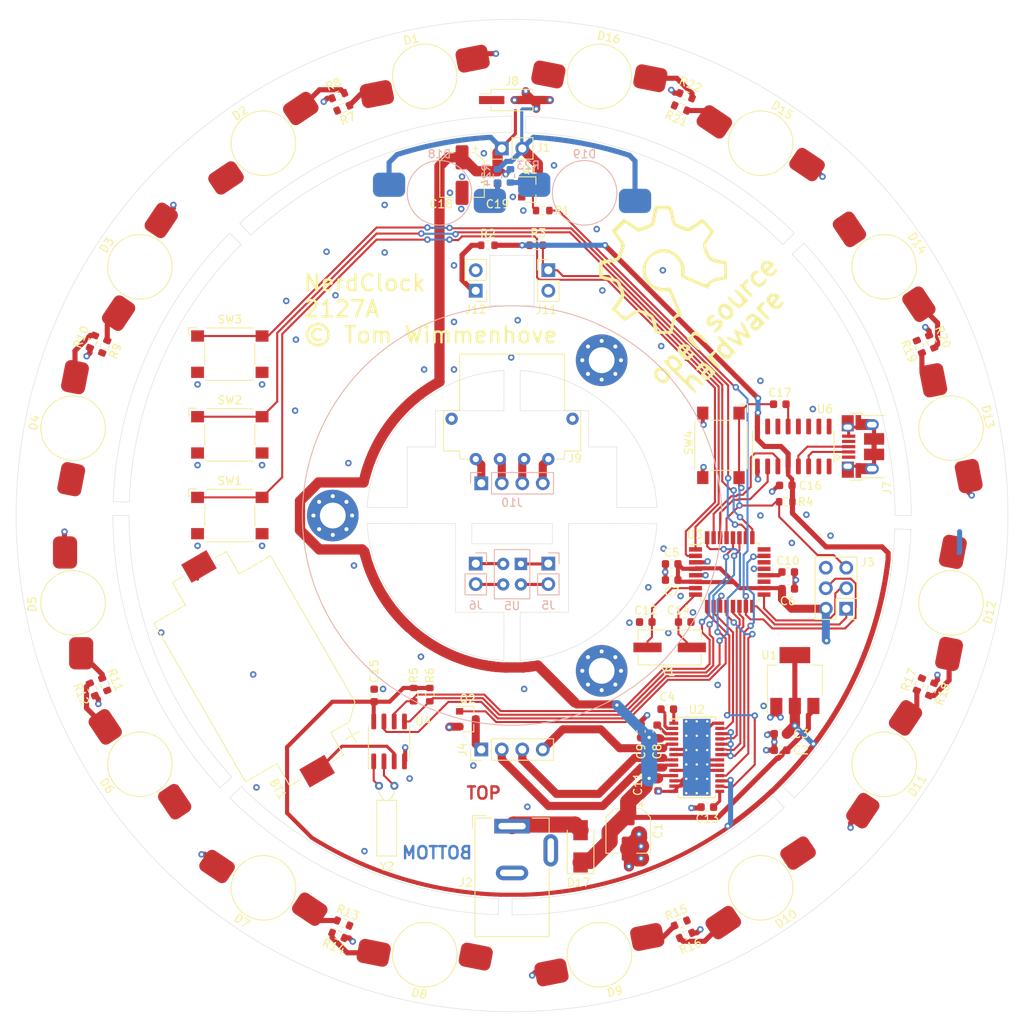
<source format=kicad_pcb>
(kicad_pcb (version 20171130) (host pcbnew 5.1.10-88a1d61d58~88~ubuntu18.04.1)
  (layers (0 F.Cu signal) (31 B.Cu signal) (34 B.Paste user) (35 F.Paste user) (36 B.SilkS user) (37 F.SilkS user) (38 B.Mask user) (39 F.Mask user) (44 Edge.Cuts user))
  (net 0 "")
  (net 1 GND)
  (net 2 "Net-(BT1-Pad1)")
  (net 3 VCC)
  (net 4 +3V3)
  (net 5 "Net-(C4-Pad1)")
  (net 6 "Net-(C4-Pad2)")
  (net 7 "Net-(C8-Pad1)")
  (net 8 "Net-(C10-Pad2)")
  (net 9 "Net-(C12-Pad1)")
  (net 10 "Net-(C13-Pad1)")
  (net 11 "Net-(C14-Pad1)")
  (net 12 nCPU_RESET)
  (net 13 "Net-(C17-Pad2)")
  (net 14 "Net-(D1-Pad2)")
  (net 15 "Net-(D1-Pad1)")
  (net 16 "Net-(D2-Pad1)")
  (net 17 "Net-(D3-Pad2)")
  (net 18 "Net-(D4-Pad1)")
  (net 19 "Net-(D5-Pad2)")
  (net 20 "Net-(D6-Pad1)")
  (net 21 "Net-(D7-Pad2)")
  (net 22 "Net-(D8-Pad1)")
  (net 23 "Net-(D9-Pad2)")
  (net 24 "Net-(D10-Pad1)")
  (net 25 "Net-(D11-Pad2)")
  (net 26 "Net-(D12-Pad1)")
  (net 27 "Net-(D13-Pad2)")
  (net 28 "Net-(D14-Pad1)")
  (net 29 "Net-(D15-Pad2)")
  (net 30 "Net-(D16-Pad1)")
  (net 31 "Net-(J3-Pad1)")
  (net 32 "Net-(J3-Pad3)")
  (net 33 LED)
  (net 34 "Net-(J4-Pad4)")
  (net 35 "Net-(J4-Pad3)")
  (net 36 "Net-(J4-Pad2)")
  (net 37 "Net-(J4-Pad1)")
  (net 38 "Net-(J5-Pad1)")
  (net 39 "Net-(J5-Pad2)")
  (net 40 DOT)
  (net 41 "Net-(J7-Pad1)")
  (net 42 "Net-(J7-Pad2)")
  (net 43 "Net-(J7-Pad3)")
  (net 44 "Net-(J7-Pad4)")
  (net 45 "Net-(J10-Pad1)")
  (net 46 "Net-(J10-Pad2)")
  (net 47 "Net-(J10-Pad3)")
  (net 48 "Net-(J10-Pad4)")
  (net 49 "Net-(J9-Pad5)")
  (net 50 "Net-(Q1-Pad1)")
  (net 51 DC_BRAKE)
  (net 52 SCL)
  (net 53 SDA)
  (net 54 SW1)
  (net 55 SW2)
  (net 56 SW3)
  (net 57 nMOTOR_RESET)
  (net 58 nFAULT)
  (net 59 W)
  (net 60 V)
  (net 61 U)
  (net 62 "Net-(U3-Pad19)")
  (net 63 "Net-(U3-Pad22)")
  (net 64 CPU_RX)
  (net 65 CPU_TX)
  (net 66 PPS)
  (net 67 "Net-(U4-Pad1)")
  (net 68 "Net-(U4-Pad2)")
  (net 69 "Net-(U6-Pad7)")
  (net 70 "Net-(U6-Pad8)")
  (net 71 "Net-(U6-Pad9)")
  (net 72 "Net-(U6-Pad10)")
  (net 73 "Net-(U6-Pad11)")
  (net 74 "Net-(U6-Pad12)")
  (net 75 "Net-(U6-Pad14)")
  (net 76 "Net-(U6-Pad15)")
  (net 77 "Net-(J6-Pad1)")
  (net 78 "Net-(J6-Pad2)")
  (net 79 "Net-(D17-Pad2)")
  (net 80 "Net-(U3-Pad24)")
  (net 81 "Net-(D18-Pad1)")
  (net 82 "Net-(D19-Pad2)")
  (net 83 EN_MOT)
  (net 84 "Net-(J12-Pad1)")
  (module Button_Switch_SMD:SW_SPST_Omron_B3FS-100xP (layer F.Cu) (at 65 80)
    (fp_text reference SW3 (at 0 -4.3) (layer F.SilkS))
    (fp_text value SW_MEC_5G)
    (pad 3 smd rect (at -4 2.25 180) (size 1.6 1.4) (layers F.Cu F.Paste F.Mask) (net 1 GND))
    (pad 4 smd rect (at 4 2.25 180) (size 1.6 1.4) (layers F.Cu F.Paste F.Mask) (net 1 GND))
    (pad 1 smd rect (at -4 -2.25 180) (size 1.6 1.4) (layers F.Cu F.Paste F.Mask) (net 56 SW3))
    (pad 2 smd rect (at 4 -2.25 180) (size 1.6 1.4) (layers F.Cu F.Paste F.Mask) (net 56 SW3))
  )
  (module Connector_PinHeader_2.54mm:PinHeader_1x04_P2.54mm_Vertical (layer B.Cu) (at 96.19 96 270)
    (fp_text reference J10 (at 2.4 -3.81) (layer B.SilkS) (effects (justify mirror)))
    (fp_text value Conn_01x04)
    (pad 1 thru_hole rect (at 0 0 270) (size 1.7 1.7) (drill 1) (layers *.Cu *.Mask) (net 45 "Net-(J10-Pad1)"))
    (pad 2 thru_hole oval (at 0 -2.54 270) (size 1.7 1.7) (drill 1) (layers *.Cu *.Mask) (net 46 "Net-(J10-Pad2)"))
    (pad 3 thru_hole oval (at 0 -5.08 270) (size 1.7 1.7) (drill 1) (layers *.Cu *.Mask) (net 47 "Net-(J10-Pad3)"))
    (pad 4 thru_hole oval (at 0 -7.62 270) (size 1.7 1.7) (drill 1) (layers *.Cu *.Mask) (net 48 "Net-(J10-Pad4)"))
  )
  (module Connector_PinHeader_2.54mm:PinHeader_1x04_P2.54mm_Vertical (layer F.Cu) (at 96.19 129 90)
    (fp_text reference J4 (at 0 -2.33 90) (layer F.SilkS))
    (fp_text value Conn_01x04)
    (pad 4 thru_hole oval (at 0 7.62 90) (size 1.7 1.7) (drill 1) (layers *.Cu *.Mask) (net 34 "Net-(J4-Pad4)"))
    (pad 3 thru_hole oval (at 0 5.08 90) (size 1.7 1.7) (drill 1) (layers *.Cu *.Mask) (net 35 "Net-(J4-Pad3)"))
    (pad 2 thru_hole oval (at 0 2.54 90) (size 1.7 1.7) (drill 1) (layers *.Cu *.Mask) (net 36 "Net-(J4-Pad2)"))
    (pad 1 thru_hole rect (at 0 0 90) (size 1.7 1.7) (drill 1) (layers *.Cu *.Mask) (net 37 "Net-(J4-Pad1)"))
  )
  (module logo:oshw (layer F.Cu) (at 120.7 71.6 45)
    (fp_text reference G*** hide)
    (fp_text value LOGO hide)
  )
  (module MotorConn:MotorConn (layer F.Cu) (at 100 93)
    (fp_text reference J9 (at 7.8 -0.1) (layer F.SilkS))
    (fp_text value Conn_01x05)
    (pad 1 thru_hole circle (at -4.5 0) (size 1.524 1.524) (drill 0.762) (layers *.Cu *.Mask) (net 45 "Net-(J10-Pad1)"))
    (pad 2 thru_hole circle (at -1.5 0) (size 1.524 1.524) (drill 0.762) (layers *.Cu *.Mask) (net 46 "Net-(J10-Pad2)"))
    (pad 3 thru_hole circle (at 1.5 0) (size 1.524 1.524) (drill 0.762) (layers *.Cu *.Mask) (net 47 "Net-(J10-Pad3)"))
    (pad 4 thru_hole circle (at 4.5 0) (size 1.524 1.524) (drill 0.762) (layers *.Cu *.Mask) (net 48 "Net-(J10-Pad4)"))
    (pad 5 thru_hole circle (at -7.5 -5) (size 1.524 1.524) (drill 0.762) (layers *.Cu *.Mask) (net 49 "Net-(J9-Pad5)"))
    (pad 6 thru_hole circle (at 7.5 -5) (size 1.524 1.524) (drill 0.762) (layers *.Cu *.Mask))
  )
  (module Package_SO:HTSSOP-28-1EP_4.4x9.7mm_P0.65mm_EP3.4x9.5mm_ThermalVias (layer F.Cu) (at 122.906 129.963)
    (fp_text reference U2 (at 0 -5.9) (layer F.SilkS))
    (fp_text value DRV8313)
    (pad 1 smd rect (at -2.85 -4.225) (size 1.1 0.4) (layers F.Cu F.Paste F.Mask) (net 5 "Net-(C4-Pad1)"))
    (pad 2 smd rect (at -2.85 -3.575) (size 1.1 0.4) (layers F.Cu F.Paste F.Mask) (net 6 "Net-(C4-Pad2)"))
    (pad 3 smd rect (at -2.85 -2.925) (size 1.1 0.4) (layers F.Cu F.Paste F.Mask) (net 7 "Net-(C8-Pad1)"))
    (pad 4 smd rect (at -2.85 -2.275) (size 1.1 0.4) (layers F.Cu F.Paste F.Mask) (net 3 VCC))
    (pad 5 smd rect (at -2.85 -1.625) (size 1.1 0.4) (layers F.Cu F.Paste F.Mask) (net 34 "Net-(J4-Pad4)"))
    (pad 6 smd rect (at -2.85 -0.975) (size 1.1 0.4) (layers F.Cu F.Paste F.Mask) (net 1 GND))
    (pad 7 smd rect (at -2.85 -0.325) (size 1.1 0.4) (layers F.Cu F.Paste F.Mask) (net 1 GND))
    (pad 8 smd rect (at -2.85 0.325) (size 1.1 0.4) (layers F.Cu F.Paste F.Mask) (net 35 "Net-(J4-Pad3)"))
    (pad 9 smd rect (at -2.85 0.975) (size 1.1 0.4) (layers F.Cu F.Paste F.Mask) (net 36 "Net-(J4-Pad2)"))
    (pad 10 smd rect (at -2.85 1.625) (size 1.1 0.4) (layers F.Cu F.Paste F.Mask) (net 1 GND))
    (pad 11 smd rect (at -2.85 2.275) (size 1.1 0.4) (layers F.Cu F.Paste F.Mask) (net 3 VCC))
    (pad 12 smd rect (at -2.85 2.925) (size 1.1 0.4) (layers F.Cu F.Paste F.Mask) (net 1 GND))
    (pad 13 smd rect (at -2.85 3.575) (size 1.1 0.4) (layers F.Cu F.Paste F.Mask) (net 1 GND))
    (pad 14 smd rect (at -2.85 4.225) (size 1.1 0.4) (layers F.Cu F.Paste F.Mask) (net 1 GND))
    (pad 15 smd rect (at 2.85 4.225) (size 1.1 0.4) (layers F.Cu F.Paste F.Mask) (net 10 "Net-(C13-Pad1)"))
    (pad 16 smd rect (at 2.85 3.575) (size 1.1 0.4) (layers F.Cu F.Paste F.Mask) (net 57 nMOTOR_RESET))
    (pad 17 smd rect (at 2.85 2.925) (size 1.1 0.4) (layers F.Cu F.Paste F.Mask) (net 4 +3V3))
    (pad 18 smd rect (at 2.85 2.275) (size 1.1 0.4) (layers F.Cu F.Paste F.Mask) (net 58 nFAULT))
    (pad 19 smd rect (at 2.85 1.625) (size 1.1 0.4) (layers F.Cu F.Paste F.Mask) (net 1 GND))
    (pad 20 smd rect (at 2.85 0.975) (size 1.1 0.4) (layers F.Cu F.Paste F.Mask) (net 1 GND))
    (pad 21 smd rect (at 2.85 0.325) (size 1.1 0.4) (layers F.Cu F.Paste F.Mask) (net 1 GND))
    (pad 22 smd rect (at 2.85 -0.325) (size 1.1 0.4) (layers F.Cu F.Paste F.Mask) (net 83 EN_MOT))
    (pad 23 smd rect (at 2.85 -0.975) (size 1.1 0.4) (layers F.Cu F.Paste F.Mask) (net 59 W))
    (pad 24 smd rect (at 2.85 -1.625) (size 1.1 0.4) (layers F.Cu F.Paste F.Mask) (net 83 EN_MOT))
    (pad 25 smd rect (at 2.85 -2.275) (size 1.1 0.4) (layers F.Cu F.Paste F.Mask) (net 60 V))
    (pad 26 smd rect (at 2.85 -2.925) (size 1.1 0.4) (layers F.Cu F.Paste F.Mask) (net 83 EN_MOT))
    (pad 27 smd rect (at 2.85 -3.575) (size 1.1 0.4) (layers F.Cu F.Paste F.Mask) (net 61 U))
    (pad 28 smd rect (at 2.85 -4.225) (size 1.1 0.4) (layers F.Cu F.Paste F.Mask) (net 1 GND))
    (pad 29 smd rect (at 0 0) (size 3.4 9.5) (layers F.Cu F.Mask) (net 1 GND))
    (pad 29 thru_hole circle (at -1.3 -4.45) (size 0.6 0.6) (drill 0.3) (layers *.Cu) (net 1 GND))
    (pad 29 thru_hole circle (at 0 -4.45) (size 0.6 0.6) (drill 0.3) (layers *.Cu) (net 1 GND))
    (pad 29 thru_hole circle (at 1.3 -4.45) (size 0.6 0.6) (drill 0.3) (layers *.Cu) (net 1 GND))
    (pad 29 thru_hole circle (at 1.3 -2.67) (size 0.6 0.6) (drill 0.3) (layers *.Cu) (net 1 GND))
    (pad 29 thru_hole circle (at 0 -2.67) (size 0.6 0.6) (drill 0.3) (layers *.Cu) (net 1 GND))
    (pad 29 thru_hole circle (at -1.3 -2.67) (size 0.6 0.6) (drill 0.3) (layers *.Cu) (net 1 GND))
    (pad 29 thru_hole circle (at 1.3 -0.89) (size 0.6 0.6) (drill 0.3) (layers *.Cu) (net 1 GND))
    (pad 29 thru_hole circle (at 0 -0.89) (size 0.6 0.6) (drill 0.3) (layers *.Cu) (net 1 GND))
    (pad 29 thru_hole circle (at -1.3 -0.89) (size 0.6 0.6) (drill 0.3) (layers *.Cu) (net 1 GND))
    (pad 29 thru_hole circle (at 1.3 0.89) (size 0.6 0.6) (drill 0.3) (layers *.Cu) (net 1 GND))
    (pad 29 thru_hole circle (at 0 0.89) (size 0.6 0.6) (drill 0.3) (layers *.Cu) (net 1 GND))
    (pad 29 thru_hole circle (at -1.3 0.89) (size 0.6 0.6) (drill 0.3) (layers *.Cu) (net 1 GND))
    (pad 29 thru_hole circle (at 1.3 2.67) (size 0.6 0.6) (drill 0.3) (layers *.Cu) (net 1 GND))
    (pad 29 thru_hole circle (at 0 2.67) (size 0.6 0.6) (drill 0.3) (layers *.Cu) (net 1 GND))
    (pad 29 thru_hole circle (at -1.3 2.67) (size 0.6 0.6) (drill 0.3) (layers *.Cu) (net 1 GND))
    (pad 29 thru_hole circle (at 1.3 4.45) (size 0.6 0.6) (drill 0.3) (layers *.Cu) (net 1 GND))
    (pad 29 thru_hole circle (at 0 4.45) (size 0.6 0.6) (drill 0.3) (layers *.Cu) (net 1 GND))
    (pad 29 thru_hole circle (at -1.3 4.45) (size 0.6 0.6) (drill 0.3) (layers *.Cu) (net 1 GND))
    (pad 29 smd rect (at 0 0) (size 3.4 9.5) (layers B.Cu) (net 1 GND))
  )
  (module MountingHole:MountingHole_3.2mm_M3 (layer F.Cu) (at 109 130.5)
    (fp_text reference H11 hide)
    (fp_text value MountingHole)
    (pad 1 np_thru_hole circle (at 0 0) (size 3.2 3.2) (drill 3.2) (layers *.Cu *.Mask))
  )
  (module MountingHole:MountingHole_3.2mm_M3_Pad_Via (layer F.Cu) (at 111.114 80.749)
    (fp_text reference H4 hide)
    (fp_text value MountingHole_Pad)
    (pad 1 thru_hole circle (at 0 0) (size 6.4 6.4) (drill 3.2) (layers *.Cu *.Mask) (net 1 GND))
    (pad 1 thru_hole circle (at 2.4 0) (size 0.8 0.8) (drill 0.5) (layers *.Cu *.Mask) (net 1 GND))
    (pad 1 thru_hole circle (at 1.697056 1.697056) (size 0.8 0.8) (drill 0.5) (layers *.Cu *.Mask) (net 1 GND))
    (pad 1 thru_hole circle (at 0 2.4) (size 0.8 0.8) (drill 0.5) (layers *.Cu *.Mask) (net 1 GND))
    (pad 1 thru_hole circle (at -1.697056 1.697056) (size 0.8 0.8) (drill 0.5) (layers *.Cu *.Mask) (net 1 GND))
    (pad 1 thru_hole circle (at -2.4 0) (size 0.8 0.8) (drill 0.5) (layers *.Cu *.Mask) (net 1 GND))
    (pad 1 thru_hole circle (at -1.697056 -1.697056) (size 0.8 0.8) (drill 0.5) (layers *.Cu *.Mask) (net 1 GND))
    (pad 1 thru_hole circle (at 0 -2.4) (size 0.8 0.8) (drill 0.5) (layers *.Cu *.Mask) (net 1 GND))
    (pad 1 thru_hole circle (at 1.697056 -1.697056) (size 0.8 0.8) (drill 0.5) (layers *.Cu *.Mask) (net 1 GND))
  )
  (module MountingHole:MountingHole_3.2mm_M3_Pad_Via (layer F.Cu) (at 111.114 119.251)
    (fp_text reference H6 hide)
    (fp_text value MountingHole_Pad)
    (pad 1 thru_hole circle (at 0 0) (size 6.4 6.4) (drill 3.2) (layers *.Cu *.Mask) (net 1 GND))
    (pad 1 thru_hole circle (at 2.4 0) (size 0.8 0.8) (drill 0.5) (layers *.Cu *.Mask) (net 1 GND))
    (pad 1 thru_hole circle (at 1.697056 1.697056) (size 0.8 0.8) (drill 0.5) (layers *.Cu *.Mask) (net 1 GND))
    (pad 1 thru_hole circle (at 0 2.4) (size 0.8 0.8) (drill 0.5) (layers *.Cu *.Mask) (net 1 GND))
    (pad 1 thru_hole circle (at -1.697056 1.697056) (size 0.8 0.8) (drill 0.5) (layers *.Cu *.Mask) (net 1 GND))
    (pad 1 thru_hole circle (at -2.4 0) (size 0.8 0.8) (drill 0.5) (layers *.Cu *.Mask) (net 1 GND))
    (pad 1 thru_hole circle (at -1.697056 -1.697056) (size 0.8 0.8) (drill 0.5) (layers *.Cu *.Mask) (net 1 GND))
    (pad 1 thru_hole circle (at 0 -2.4) (size 0.8 0.8) (drill 0.5) (layers *.Cu *.Mask) (net 1 GND))
    (pad 1 thru_hole circle (at 1.697056 -1.697056) (size 0.8 0.8) (drill 0.5) (layers *.Cu *.Mask) (net 1 GND))
  )
  (module MountingHole:MountingHole_3.2mm_M3_Pad_Via (layer F.Cu) (at 77.771 100)
    (fp_text reference H5 hide)
    (fp_text value MountingHole_Pad)
    (pad 1 thru_hole circle (at 1.697056 -1.697056) (size 0.8 0.8) (drill 0.5) (layers *.Cu *.Mask) (net 1 GND))
    (pad 1 thru_hole circle (at 0 -2.4) (size 0.8 0.8) (drill 0.5) (layers *.Cu *.Mask) (net 1 GND))
    (pad 1 thru_hole circle (at -1.697056 -1.697056) (size 0.8 0.8) (drill 0.5) (layers *.Cu *.Mask) (net 1 GND))
    (pad 1 thru_hole circle (at -2.4 0) (size 0.8 0.8) (drill 0.5) (layers *.Cu *.Mask) (net 1 GND))
    (pad 1 thru_hole circle (at -1.697056 1.697056) (size 0.8 0.8) (drill 0.5) (layers *.Cu *.Mask) (net 1 GND))
    (pad 1 thru_hole circle (at 0 2.4) (size 0.8 0.8) (drill 0.5) (layers *.Cu *.Mask) (net 1 GND))
    (pad 1 thru_hole circle (at 1.697056 1.697056) (size 0.8 0.8) (drill 0.5) (layers *.Cu *.Mask) (net 1 GND))
    (pad 1 thru_hole circle (at 2.4 0) (size 0.8 0.8) (drill 0.5) (layers *.Cu *.Mask) (net 1 GND))
    (pad 1 thru_hole circle (at 0 0) (size 6.4 6.4) (drill 3.2) (layers *.Cu *.Mask) (net 1 GND))
  )
  (module Battery:BatteryHolder_Keystone_1060_1x2032 (layer F.Cu) (at 68.5 119 120)
    (fp_text reference BT1 (at -14.125 -5.3 120) (layer F.SilkS))
    (fp_text value Battery_Cell)
    (pad 1 smd rect (at -14.65 0 300) (size 2.6 3.6) (layers F.Cu F.Paste F.Mask) (net 2 "Net-(BT1-Pad1)"))
    (pad 2 smd rect (at 14.65 0 300) (size 2.6 3.6) (layers F.Cu F.Paste F.Mask) (net 1 GND))
  )
  (module Capacitor_SMD:CP_Elec_5x5.4 (layer F.Cu) (at 114.4 139.1 270)
    (fp_text reference C1 (at 0 -3.7 90) (layer F.SilkS))
    (fp_text value 100u)
    (pad 1 smd roundrect (at -2.2 0 270) (size 3 1.6) (layers F.Cu F.Paste F.Mask) (roundrect_rratio 0.15625) (net 3 VCC))
    (pad 2 smd roundrect (at 2.2 0 270) (size 3 1.6) (layers F.Cu F.Paste F.Mask) (roundrect_rratio 0.15625) (net 1 GND))
  )
  (module Capacitor_SMD:C_0603_1608Metric (layer F.Cu) (at 133.294 129.088 180)
    (fp_text reference C2 (at -2.54 0) (layer F.SilkS))
    (fp_text value 100n)
    (pad 2 smd roundrect (at 0.775 0 180) (size 0.9 0.95) (layers F.Cu F.Paste F.Mask) (net 1 GND))
    (pad 1 smd roundrect (at -0.775 0 180) (size 0.9 0.95) (layers F.Cu F.Paste F.Mask) (net 3 VCC))
  )
  (module Capacitor_SMD:C_0603_1608Metric (layer F.Cu) (at 133.294 127.056 180)
    (fp_text reference C3 (at -2.54 0) (layer F.SilkS))
    (fp_text value 10u)
    (pad 1 smd roundrect (at -0.775 0 180) (size 0.9 0.95) (layers F.Cu F.Paste F.Mask) (net 4 +3V3))
    (pad 2 smd roundrect (at 0.775 0 180) (size 0.9 0.95) (layers F.Cu F.Paste F.Mask) (net 1 GND))
  )
  (module Capacitor_SMD:C_0603_1608Metric (layer F.Cu) (at 119.25 124 180)
    (fp_text reference C4 (at 0 1.524) (layer F.SilkS))
    (fp_text value 10n)
    (pad 1 smd roundrect (at -0.775 0 180) (size 0.9 0.95) (layers F.Cu F.Paste F.Mask) (net 5 "Net-(C4-Pad1)"))
    (pad 2 smd roundrect (at 0.775 0 180) (size 0.9 0.95) (layers F.Cu F.Paste F.Mask) (net 6 "Net-(C4-Pad2)"))
  )
  (module Capacitor_SMD:C_0603_1608Metric (layer F.Cu) (at 119.8 106 180)
    (fp_text reference C5 (at 0 1.4) (layer F.SilkS))
    (fp_text value 100n)
    (pad 2 smd roundrect (at 0.775 0 180) (size 0.9 0.95) (layers F.Cu F.Paste F.Mask) (net 1 GND))
    (pad 1 smd roundrect (at -0.775 0 180) (size 0.9 0.95) (layers F.Cu F.Paste F.Mask) (net 4 +3V3))
  )
  (module Capacitor_SMD:C_0603_1608Metric (layer F.Cu) (at 134.25 109.085001)
    (fp_text reference C6 (at -0.05 1.514999) (layer F.SilkS))
    (fp_text value 100n)
    (pad 2 smd roundrect (at 0.775 0) (size 0.9 0.95) (layers F.Cu F.Paste F.Mask) (net 1 GND))
    (pad 1 smd roundrect (at -0.775 0) (size 0.9 0.95) (layers F.Cu F.Paste F.Mask) (net 4 +3V3))
  )
  (module Capacitor_SMD:C_0603_1608Metric (layer F.Cu) (at 119.8 108 180)
    (fp_text reference C7 (at 0 -1.43) (layer F.SilkS))
    (fp_text value 100n)
    (pad 1 smd roundrect (at -0.775 0 180) (size 0.9 0.95) (layers F.Cu F.Paste F.Mask) (net 4 +3V3))
    (pad 2 smd roundrect (at 0.775 0 180) (size 0.9 0.95) (layers F.Cu F.Paste F.Mask) (net 1 GND))
  )
  (module Capacitor_SMD:C_0603_1608Metric (layer F.Cu) (at 118 126.75 270)
    (fp_text reference C8 (at 2.5 0 90) (layer F.SilkS))
    (fp_text value 100n)
    (pad 2 smd roundrect (at 0.775 0 270) (size 0.9 0.95) (layers F.Cu F.Paste F.Mask) (net 3 VCC))
    (pad 1 smd roundrect (at -0.775 0 270) (size 0.9 0.95) (layers F.Cu F.Paste F.Mask) (net 7 "Net-(C8-Pad1)"))
  )
  (module Capacitor_SMD:C_0603_1608Metric (layer F.Cu) (at 116 126.75 270)
    (fp_text reference C9 (at 2.5 0 90) (layer F.SilkS))
    (fp_text value 100n)
    (pad 1 smd roundrect (at -0.775 0 270) (size 0.9 0.95) (layers F.Cu F.Paste F.Mask) (net 1 GND))
    (pad 2 smd roundrect (at 0.775 0 270) (size 0.9 0.95) (layers F.Cu F.Paste F.Mask) (net 3 VCC))
  )
  (module Capacitor_SMD:C_0603_1608Metric (layer F.Cu) (at 134.25 107 180)
    (fp_text reference C10 (at 0.05 1.4) (layer F.SilkS))
    (fp_text value 100n)
    (pad 2 smd roundrect (at 0.775 0 180) (size 0.9 0.95) (layers F.Cu F.Paste F.Mask) (net 8 "Net-(C10-Pad2)"))
    (pad 1 smd roundrect (at -0.775 0 180) (size 0.9 0.95) (layers F.Cu F.Paste F.Mask) (net 1 GND))
  )
  (module Capacitor_SMD:C_0603_1608Metric (layer F.Cu) (at 118.11 133.35 270)
    (fp_text reference C11 (at -0.05 2.51 90) (layer F.SilkS))
    (fp_text value 100n)
    (pad 1 smd roundrect (at -0.775 0 270) (size 0.9 0.95) (layers F.Cu F.Paste F.Mask) (net 3 VCC))
    (pad 2 smd roundrect (at 0.775 0 270) (size 0.9 0.95) (layers F.Cu F.Paste F.Mask) (net 1 GND))
  )
  (module Capacitor_SMD:C_0603_1608Metric (layer F.Cu) (at 116.586 113.2 180)
    (fp_text reference C12 (at 0 1.44) (layer F.SilkS))
    (fp_text value 18p)
    (pad 1 smd roundrect (at -0.775 0 180) (size 0.9 0.95) (layers F.Cu F.Paste F.Mask) (net 9 "Net-(C12-Pad1)"))
    (pad 2 smd roundrect (at 0.775 0 180) (size 0.9 0.95) (layers F.Cu F.Paste F.Mask) (net 1 GND))
  )
  (module Capacitor_SMD:C_0603_1608Metric (layer F.Cu) (at 124.218 136.144 180)
    (fp_text reference C13 (at 0 -1.43) (layer F.SilkS))
    (fp_text value 0.47u)
    (pad 2 smd roundrect (at 0.775 0 180) (size 0.9 0.95) (layers F.Cu F.Paste F.Mask) (net 1 GND))
    (pad 1 smd roundrect (at -0.775 0 180) (size 0.9 0.95) (layers F.Cu F.Paste F.Mask) (net 10 "Net-(C13-Pad1)"))
  )
  (module Capacitor_SMD:C_0603_1608Metric (layer F.Cu) (at 121.412 113.2)
    (fp_text reference C14 (at -0.762 -1.44) (layer F.SilkS))
    (fp_text value 18p)
    (pad 1 smd roundrect (at -0.775 0) (size 0.9 0.95) (layers F.Cu F.Paste F.Mask) (net 11 "Net-(C14-Pad1)"))
    (pad 2 smd roundrect (at 0.775 0) (size 0.9 0.95) (layers F.Cu F.Paste F.Mask) (net 1 GND))
  )
  (module Capacitor_SMD:C_0603_1608Metric (layer F.Cu) (at 82.9 122.3 90)
    (fp_text reference C15 (at 3 0 90) (layer F.SilkS))
    (fp_text value 100n)
    (pad 2 smd roundrect (at 0.775 0 90) (size 0.9 0.95) (layers F.Cu F.Paste F.Mask) (net 1 GND))
    (pad 1 smd roundrect (at -0.775 0 90) (size 0.9 0.95) (layers F.Cu F.Paste F.Mask) (net 4 +3V3))
  )
  (module Capacitor_SMD:C_0603_1608Metric (layer F.Cu) (at 133.95 96.266 180)
    (fp_text reference C16 (at -3.05 -0.034) (layer F.SilkS))
    (fp_text value 100n)
    (pad 2 smd roundrect (at 0.775 0 180) (size 0.9 0.95) (layers F.Cu F.Paste F.Mask) (net 1 GND))
    (pad 1 smd roundrect (at -0.775 0 180) (size 0.9 0.95) (layers F.Cu F.Paste F.Mask) (net 4 +3V3))
  )
  (module Capacitor_SMD:C_0603_1608Metric (layer F.Cu) (at 133.2 86.2)
    (fp_text reference C17 (at 0 -1.43) (layer F.SilkS))
    (fp_text value 100n)
    (pad 1 smd roundrect (at -0.775 0) (size 0.9 0.95) (layers F.Cu F.Paste F.Mask) (net 12 nCPU_RESET))
    (pad 2 smd roundrect (at 0.775 0) (size 0.9 0.95) (layers F.Cu F.Paste F.Mask) (net 13 "Net-(C17-Pad2)"))
  )
  (module WhiteLed1W:WhiteLed1W (layer F.Cu) (at 89.172 45.566 191.2)
    (fp_text reference D1 (at 0.753283 4.803801 191.2) (layer F.SilkS))
    (fp_text value LED)
    (pad 2 smd roundrect (at 6.25 -1 11.2) (size 4 3) (layers F.Cu F.Paste F.Mask) (net 14 "Net-(D1-Pad2)"))
    (pad 1 smd roundrect (at -6.25 1 191.2) (size 4 3) (layers F.Cu F.Paste F.Mask) (net 15 "Net-(D1-Pad1)"))
  )
  (module WhiteLed1W:WhiteLed1W (layer F.Cu) (at 69.166 53.853 213.8)
    (fp_text reference D2 (at 0.344846 4.726692 213.8) (layer F.SilkS))
    (fp_text value LED)
    (pad 1 smd roundrect (at -6.25 1 213.8) (size 4 3) (layers F.Cu F.Paste F.Mask) (net 16 "Net-(D2-Pad1)"))
    (pad 2 smd roundrect (at 6.25 -1 33.8) (size 4 3) (layers F.Cu F.Paste F.Mask) (net 3 VCC))
  )
  (module WhiteLed1W:WhiteLed1W (layer F.Cu) (at 53.853 69.166 236.2)
    (fp_text reference D3 (at 0.067076 4.892613 236.2) (layer F.SilkS))
    (fp_text value LED)
    (pad 2 smd roundrect (at 6.25 -1 56.2) (size 4 3) (layers F.Cu F.Paste F.Mask) (net 17 "Net-(D3-Pad2)"))
    (pad 1 smd roundrect (at -6.25 1 236.2) (size 4 3) (layers F.Cu F.Paste F.Mask) (net 15 "Net-(D1-Pad1)"))
  )
  (module WhiteLed1W:WhiteLed1W (layer F.Cu) (at 45.566 89.172 258.8)
    (fp_text reference D4 (at 0.276231 4.854806 258.8) (layer F.SilkS))
    (fp_text value LED)
    (pad 1 smd roundrect (at -6.25 1 258.8) (size 4 3) (layers F.Cu F.Paste F.Mask) (net 18 "Net-(D4-Pad1)"))
    (pad 2 smd roundrect (at 6.25 -1 78.8) (size 4 3) (layers F.Cu F.Paste F.Mask) (net 3 VCC))
  )
  (module WhiteLed1W:WhiteLed1W (layer F.Cu) (at 45.566 110.828 270)
    (fp_text reference D5 (at 0.172 5.066 270) (layer F.SilkS))
    (fp_text value LED)
    (pad 2 smd roundrect (at 6.25 -1 90) (size 4 3) (layers F.Cu F.Paste F.Mask) (net 19 "Net-(D5-Pad2)"))
    (pad 1 smd roundrect (at -6.25 1 270) (size 4 3) (layers F.Cu F.Paste F.Mask) (net 15 "Net-(D1-Pad1)"))
  )
  (module WhiteLed1W:WhiteLed1W (layer F.Cu) (at 53.853 130.834 303.8)
    (fp_text reference D6 (at -0.067076 4.892613 303.8) (layer F.SilkS))
    (fp_text value LED)
    (pad 1 smd roundrect (at -6.25 1 303.8) (size 4 3) (layers F.Cu F.Paste F.Mask) (net 20 "Net-(D6-Pad1)"))
    (pad 2 smd roundrect (at 6.25 -1 123.8) (size 4 3) (layers F.Cu F.Paste F.Mask) (net 3 VCC))
  )
  (module WhiteLed1W:WhiteLed1W (layer F.Cu) (at 69.166 146.147 326.2)
    (fp_text reference D7 (at 0.067076 4.892613 326.2) (layer F.SilkS))
    (fp_text value LED)
    (pad 2 smd roundrect (at 6.25 -1 146.2) (size 4 3) (layers F.Cu F.Paste F.Mask) (net 21 "Net-(D7-Pad2)"))
    (pad 1 smd roundrect (at -6.25 1 326.2) (size 4 3) (layers F.Cu F.Paste F.Mask) (net 15 "Net-(D1-Pad1)"))
  )
  (module WhiteLed1W:WhiteLed1W (layer F.Cu) (at 89.172 154.434 348.8)
    (fp_text reference D8 (at 0.276231 4.854806 348.8) (layer F.SilkS))
    (fp_text value LED)
    (pad 1 smd roundrect (at -6.25 1 348.8) (size 4 3) (layers F.Cu F.Paste F.Mask) (net 22 "Net-(D8-Pad1)"))
    (pad 2 smd roundrect (at 6.25 -1 168.8) (size 4 3) (layers F.Cu F.Paste F.Mask) (net 3 VCC))
  )
  (module WhiteLed1W:WhiteLed1W (layer F.Cu) (at 110.828 154.434 11.2)
    (fp_text reference D9 (at 0.998522 4.85236 191.2) (layer F.SilkS))
    (fp_text value LED)
    (pad 2 smd roundrect (at 6.25 -1 191.2) (size 4 3) (layers F.Cu F.Paste F.Mask) (net 23 "Net-(D9-Pad2)"))
    (pad 1 smd roundrect (at -6.25 1 11.2) (size 4 3) (layers F.Cu F.Paste F.Mask) (net 15 "Net-(D1-Pad1)"))
  )
  (module WhiteLed1W:WhiteLed1W (layer F.Cu) (at 130.834 146.147 33.8)
    (fp_text reference D10 (at 0.48749 4.963015 213.8) (layer F.SilkS))
    (fp_text value LED)
    (pad 1 smd roundrect (at -6.25 1 33.8) (size 4 3) (layers F.Cu F.Paste F.Mask) (net 24 "Net-(D10-Pad1)"))
    (pad 2 smd roundrect (at 6.25 -1 213.8) (size 4 3) (layers F.Cu F.Paste F.Mask) (net 3 VCC))
  )
  (module WhiteLed1W:WhiteLed1W (layer F.Cu) (at 146.147 130.834 56.2)
    (fp_text reference D11 (at 0.067076 4.892613 236.2) (layer F.SilkS))
    (fp_text value LED)
    (pad 2 smd roundrect (at 6.25 -1 236.2) (size 4 3) (layers F.Cu F.Paste F.Mask) (net 25 "Net-(D11-Pad2)"))
    (pad 1 smd roundrect (at -6.25 1 56.2) (size 4 3) (layers F.Cu F.Paste F.Mask) (net 15 "Net-(D1-Pad1)"))
  )
  (module WhiteLed1W:WhiteLed1W (layer F.Cu) (at 154.434 110.828 78.8)
    (fp_text reference D12 (at -0.214247 4.951923 258.8) (layer F.SilkS))
    (fp_text value LED)
    (pad 1 smd roundrect (at -6.25 1 78.8) (size 4 3) (layers F.Cu F.Paste F.Mask) (net 26 "Net-(D12-Pad1)"))
    (pad 2 smd roundrect (at 6.25 -1 258.8) (size 4 3) (layers F.Cu F.Paste F.Mask) (net 3 VCC))
  )
  (module WhiteLed1W:WhiteLed1W (layer F.Cu) (at 154.434 89.172 101.2)
    (fp_text reference D13 (at 0.508044 4.755242 281.2) (layer F.SilkS))
    (fp_text value LED)
    (pad 1 smd roundrect (at -6.25 1 101.2) (size 4 3) (layers F.Cu F.Paste F.Mask) (net 15 "Net-(D1-Pad1)"))
    (pad 2 smd roundrect (at 6.25 -1 281.2) (size 4 3) (layers F.Cu F.Paste F.Mask) (net 27 "Net-(D13-Pad2)"))
  )
  (module WhiteLed1W:WhiteLed1W (layer F.Cu) (at 146.147 69.166 123.8)
    (fp_text reference D14 (at 0.14067 5.031687 303.8) (layer F.SilkS))
    (fp_text value LED)
    (pad 2 smd roundrect (at 6.25 -1 303.8) (size 4 3) (layers F.Cu F.Paste F.Mask) (net 3 VCC))
    (pad 1 smd roundrect (at -6.25 1 123.8) (size 4 3) (layers F.Cu F.Paste F.Mask) (net 28 "Net-(D14-Pad1)"))
  )
  (module WhiteLed1W:WhiteLed1W (layer F.Cu) (at 130.834 53.853 146.2)
    (fp_text reference D15 (at 0.067076 4.892613 326.2) (layer F.SilkS))
    (fp_text value LED)
    (pad 2 smd roundrect (at 6.25 -1 326.2) (size 4 3) (layers F.Cu F.Paste F.Mask) (net 29 "Net-(D15-Pad2)"))
    (pad 1 smd roundrect (at -6.25 1 146.2) (size 4 3) (layers F.Cu F.Paste F.Mask) (net 15 "Net-(D1-Pad1)"))
  )
  (module WhiteLed1W:WhiteLed1W (layer F.Cu) (at 110.828 45.566 168.8)
    (fp_text reference D16 (at -0.214247 4.951923 348.8) (layer F.SilkS))
    (fp_text value LED)
    (pad 1 smd roundrect (at -6.25 1 168.8) (size 4 3) (layers F.Cu F.Paste F.Mask) (net 30 "Net-(D16-Pad1)"))
    (pad 2 smd roundrect (at 6.25 -1 348.8) (size 4 3) (layers F.Cu F.Paste F.Mask) (net 3 VCC))
  )
  (module MountingHole:MountingHole_3.2mm_M3 (layer F.Cu) (at 143 100)
    (fp_text reference H1 hide)
    (fp_text value MountingHole)
    (pad 1 np_thru_hole circle (at 0 0) (size 3.2 3.2) (drill 3.2) (layers *.Cu *.Mask))
  )
  (module MountingHole:MountingHole_3.2mm_M3 (layer F.Cu) (at 78.5 137.239)
    (fp_text reference H2 hide)
    (fp_text value MountingHole)
    (pad 1 np_thru_hole circle (at 0 0) (size 3.2 3.2) (drill 3.2) (layers *.Cu *.Mask))
  )
  (module MountingHole:MountingHole_3.2mm_M3 (layer F.Cu) (at 78.5 62.761)
    (fp_text reference H3 hide)
    (fp_text value MountingHole)
    (pad 1 np_thru_hole circle (at 0 0) (size 3.2 3.2) (drill 3.2) (layers *.Cu *.Mask))
  )
  (module Connector_PinHeader_2.54mm:PinHeader_1x02_P2.54mm_Vertical (layer F.Cu) (at 98.73 54.5 90)
    (fp_text reference J1 (at 0.1 5.17 180) (layer F.SilkS))
    (fp_text value Conn_01x02)
    (pad 2 thru_hole oval (at 0 2.54 90) (size 1.7 1.7) (drill 1) (layers *.Cu *.Mask) (net 15 "Net-(D1-Pad1)"))
    (pad 1 thru_hole rect (at 0 0 90) (size 1.7 1.7) (drill 1) (layers *.Cu *.Mask) (net 3 VCC))
  )
  (module Connector_BarrelJack:BarrelJack_Wuerth_6941xx301002 (layer F.Cu) (at 100 138.5)
    (fp_text reference J2 (at -5.75 7) (layer F.SilkS))
    (fp_text value Jack-DC)
    (pad 3 thru_hole oval (at 4.8 3 90) (size 4 1.8) (drill oval 3 0.8) (layers *.Cu *.Mask))
    (pad 2 thru_hole oval (at 0 5.8) (size 4 1.8) (drill oval 3 0.8) (layers *.Cu *.Mask) (net 1 GND))
    (pad 1 thru_hole rect (at 0 0) (size 4.4 1.8) (drill oval 3.4 0.8) (layers *.Cu *.Mask) (net 79 "Net-(D17-Pad2)"))
  )
  (module Connector_PinHeader_2.54mm:PinHeader_2x03_P2.54mm_Vertical (layer F.Cu) (at 141.45 111.55 180)
    (fp_text reference J3 (at -2.65 5.75) (layer F.SilkS))
    (fp_text value ICSP)
    (pad 1 thru_hole rect (at 0 0 180) (size 1.7 1.7) (drill 1) (layers *.Cu *.Mask) (net 31 "Net-(J3-Pad1)"))
    (pad 2 thru_hole oval (at 2.54 0 180) (size 1.7 1.7) (drill 1) (layers *.Cu *.Mask) (net 4 +3V3))
    (pad 3 thru_hole oval (at 0 2.54 180) (size 1.7 1.7) (drill 1) (layers *.Cu *.Mask) (net 32 "Net-(J3-Pad3)"))
    (pad 4 thru_hole oval (at 2.54 2.54 180) (size 1.7 1.7) (drill 1) (layers *.Cu *.Mask) (net 33 LED))
    (pad 5 thru_hole oval (at 0 5.08 180) (size 1.7 1.7) (drill 1) (layers *.Cu *.Mask) (net 12 nCPU_RESET))
    (pad 6 thru_hole oval (at 2.54 5.08 180) (size 1.7 1.7) (drill 1) (layers *.Cu *.Mask) (net 1 GND))
  )
  (module Connector_USB:USB_Micro-B_Amphenol_10103594-0001LF_Horizontal (layer F.Cu) (at 143.51 91.44 90)
    (fp_text reference J7 (at -5.16 2.99 90) (layer F.SilkS))
    (fp_text value USB_B_Micro)
    (pad 6 smd rect (at 2.725 0.185 90) (size 1.35 2) (layers F.Cu F.Paste F.Mask) (net 1 GND))
    (pad 6 smd rect (at -2.755 0.185 90) (size 1.35 2) (layers F.Cu F.Paste F.Mask) (net 1 GND))
    (pad 6 smd rect (at -2.975 -0.565 90) (size 1.825 0.7) (layers F.Cu F.Paste F.Mask) (net 1 GND))
    (pad 6 smd rect (at 2.975 -0.565 90) (size 1.825 0.7) (layers F.Cu F.Paste F.Mask) (net 1 GND))
    (pad 6 smd rect (at -2.875 -1.865 90) (size 2 1.5) (layers F.Cu F.Paste F.Mask) (net 1 GND))
    (pad 6 smd rect (at 2.875 -1.885 90) (size 2 1.5) (layers F.Cu F.Paste F.Mask) (net 1 GND))
    (pad 1 smd rect (at -1.325 -1.765 180) (size 1.65 0.4) (layers F.Cu F.Paste F.Mask) (net 41 "Net-(J7-Pad1)"))
    (pad 2 smd rect (at -0.675 -1.765 180) (size 1.65 0.4) (layers F.Cu F.Paste F.Mask) (net 42 "Net-(J7-Pad2)"))
    (pad 3 smd rect (at -0.025 -1.765 180) (size 1.65 0.4) (layers F.Cu F.Paste F.Mask) (net 43 "Net-(J7-Pad3)"))
    (pad 4 smd rect (at 0.625 -1.765 180) (size 1.65 0.4) (layers F.Cu F.Paste F.Mask) (net 44 "Net-(J7-Pad4)"))
    (pad 5 smd rect (at 1.275 -1.765 180) (size 1.65 0.4) (layers F.Cu F.Paste F.Mask) (net 1 GND))
    (pad 6 thru_hole oval (at -2.445 -1.885 180) (size 1.5 1.1) (drill oval 1.05 0.65) (layers *.Cu *.Mask) (net 1 GND))
    (pad 6 thru_hole oval (at 2.395 -1.885 180) (size 1.5 1.1) (drill oval 1.05 0.65) (layers *.Cu *.Mask) (net 1 GND))
    (pad 6 thru_hole oval (at -2.755 1.115 180) (size 1.7 1.35) (drill oval 1.2 0.7) (layers *.Cu *.Mask) (net 1 GND))
    (pad 6 thru_hole oval (at 2.705 1.115 180) (size 1.7 1.35) (drill oval 1.2 0.7) (layers *.Cu *.Mask) (net 1 GND))
    (pad 6 smd rect (at -0.985 1.385 180) (size 2.5 1.43) (layers F.Cu F.Paste F.Mask) (net 1 GND))
    (pad 6 smd rect (at 0.935 1.385 180) (size 2.5 1.43) (layers F.Cu F.Paste F.Mask) (net 1 GND))
  )
  (module Package_TO_SOT_SMD:SOT-23 (layer F.Cu) (at 102.2 59.6)
    (fp_text reference Q1 (at 0 -2.5) (layer F.SilkS))
    (fp_text value RTR025N03FRATL)
    (pad 3 smd rect (at 1 0) (size 0.9 0.8) (layers F.Cu F.Paste F.Mask) (net 15 "Net-(D1-Pad1)"))
    (pad 2 smd rect (at -1 0.95) (size 0.9 0.8) (layers F.Cu F.Paste F.Mask) (net 1 GND))
    (pad 1 smd rect (at -1 -0.95) (size 0.9 0.8) (layers F.Cu F.Paste F.Mask) (net 50 "Net-(Q1-Pad1)"))
  )
  (module Package_TO_SOT_SMD:SOT-23 (layer F.Cu) (at 94.5 125.222)
    (fp_text reference Q2 (at 0 -2.5) (layer F.SilkS))
    (fp_text value RTR025N03FRATL)
    (pad 1 smd rect (at -1 -0.95) (size 0.9 0.8) (layers F.Cu F.Paste F.Mask) (net 51 DC_BRAKE))
    (pad 2 smd rect (at -1 0.95) (size 0.9 0.8) (layers F.Cu F.Paste F.Mask) (net 1 GND))
    (pad 3 smd rect (at 1 0) (size 0.9 0.8) (layers F.Cu F.Paste F.Mask) (net 37 "Net-(J4-Pad1)"))
  )
  (module Resistor_SMD:R_0603_1608Metric (layer F.Cu) (at 103.8 62.2 180)
    (fp_text reference R1 (at -2.4 0) (layer F.SilkS))
    (fp_text value 300R)
    (pad 2 smd roundrect (at 0.825 0 180) (size 0.8 0.95) (layers F.Cu F.Paste F.Mask) (net 50 "Net-(Q1-Pad1)"))
    (pad 1 smd roundrect (at -0.825 0 180) (size 0.8 0.95) (layers F.Cu F.Paste F.Mask) (net 33 LED))
  )
  (module Resistor_SMD:R_0603_1608Metric (layer F.Cu) (at 97 66.5)
    (fp_text reference R2 (at 0 -1.43) (layer F.SilkS))
    (fp_text value 300R)
    (pad 2 smd roundrect (at 0.825 0) (size 0.8 0.95) (layers F.Cu F.Paste F.Mask) (net 4 +3V3))
    (pad 1 smd roundrect (at -0.825 0) (size 0.8 0.95) (layers F.Cu F.Paste F.Mask) (net 84 "Net-(J12-Pad1)"))
  )
  (module Resistor_SMD:R_0603_1608Metric (layer F.Cu) (at 103 66.5 180)
    (fp_text reference R3 (at -0.25 1.5) (layer F.SilkS))
    (fp_text value 20k)
    (pad 1 smd roundrect (at -0.825 0 180) (size 0.8 0.95) (layers F.Cu F.Paste F.Mask) (net 40 DOT))
    (pad 2 smd roundrect (at 0.825 0 180) (size 0.8 0.95) (layers F.Cu F.Paste F.Mask) (net 4 +3V3))
  )
  (module Resistor_SMD:R_0603_1608Metric (layer F.Cu) (at 133.95 98.298)
    (fp_text reference R4 (at 2.45 0.002) (layer F.SilkS))
    (fp_text value 10k)
    (pad 2 smd roundrect (at 0.825 0) (size 0.8 0.95) (layers F.Cu F.Paste F.Mask) (net 4 +3V3))
    (pad 1 smd roundrect (at -0.825 0) (size 0.8 0.95) (layers F.Cu F.Paste F.Mask) (net 12 nCPU_RESET))
  )
  (module Resistor_SMD:R_0603_1608Metric (layer F.Cu) (at 87.8 122.2 90)
    (fp_text reference R5 (at 2.4 0 90) (layer F.SilkS))
    (fp_text value 4k7)
    (pad 1 smd roundrect (at -0.825 0 90) (size 0.8 0.95) (layers F.Cu F.Paste F.Mask) (net 52 SCL))
    (pad 2 smd roundrect (at 0.825 0 90) (size 0.8 0.95) (layers F.Cu F.Paste F.Mask) (net 4 +3V3))
  )
  (module Resistor_SMD:R_0603_1608Metric (layer F.Cu) (at 89.8 122.2 90)
    (fp_text reference R6 (at 2.4 0 90) (layer F.SilkS))
    (fp_text value 4k7)
    (pad 2 smd roundrect (at 0.825 0 90) (size 0.8 0.95) (layers F.Cu F.Paste F.Mask) (net 4 +3V3))
    (pad 1 smd roundrect (at -0.825 0 90) (size 0.8 0.95) (layers F.Cu F.Paste F.Mask) (net 53 SDA))
  )
  (module Resistor_SMD:R_0603_1608Metric (layer F.Cu) (at 79.077 49.487 202.5)
    (fp_text reference R7 (at 0 -1.43 202.5) (layer F.SilkS))
    (fp_text value 22R)
    (pad 2 smd roundrect (at 0.825 0 202.5) (size 0.8 0.95) (layers F.Cu F.Paste F.Mask) (net 3 VCC))
    (pad 1 smd roundrect (at -0.825 0 202.5) (size 0.8 0.95) (layers F.Cu F.Paste F.Mask) (net 14 "Net-(D1-Pad2)"))
  )
  (module Resistor_SMD:R_0603_1608Metric (layer F.Cu) (at 78.445 47.962 202.5)
    (fp_text reference R8 (at 0 1.5 202.5) (layer F.SilkS))
    (fp_text value 22R)
    (pad 1 smd roundrect (at -0.825 0 202.5) (size 0.8 0.95) (layers F.Cu F.Paste F.Mask) (net 16 "Net-(D2-Pad1)"))
    (pad 2 smd roundrect (at 0.825 0 202.5) (size 0.8 0.95) (layers F.Cu F.Paste F.Mask) (net 15 "Net-(D1-Pad1)"))
  )
  (module Resistor_SMD:R_0603_1608Metric (layer F.Cu) (at 49.487 79.077 247.5)
    (fp_text reference R9 (at 0 -1.43 247.5) (layer F.SilkS))
    (fp_text value 22R)
    (pad 1 smd roundrect (at -0.825 0 247.5) (size 0.8 0.95) (layers F.Cu F.Paste F.Mask) (net 17 "Net-(D3-Pad2)"))
    (pad 2 smd roundrect (at 0.825 0 247.5) (size 0.8 0.95) (layers F.Cu F.Paste F.Mask) (net 3 VCC))
  )
  (module Resistor_SMD:R_0603_1608Metric (layer F.Cu) (at 47.962 78.445 247.5)
    (fp_text reference R10 (at 0 1.5 247.5) (layer F.SilkS))
    (fp_text value 22R)
    (pad 2 smd roundrect (at 0.825 0 247.5) (size 0.8 0.95) (layers F.Cu F.Paste F.Mask) (net 15 "Net-(D1-Pad1)"))
    (pad 1 smd roundrect (at -0.825 0 247.5) (size 0.8 0.95) (layers F.Cu F.Paste F.Mask) (net 18 "Net-(D4-Pad1)"))
  )
  (module Resistor_SMD:R_0603_1608Metric (layer F.Cu) (at 49.487 120.923 292.5)
    (fp_text reference R11 (at 0 -1.43 292.5) (layer F.SilkS))
    (fp_text value 22R)
    (pad 2 smd roundrect (at 0.825 0 292.5) (size 0.8 0.95) (layers F.Cu F.Paste F.Mask) (net 3 VCC))
    (pad 1 smd roundrect (at -0.825 0 292.5) (size 0.8 0.95) (layers F.Cu F.Paste F.Mask) (net 19 "Net-(D5-Pad2)"))
  )
  (module Resistor_SMD:R_0603_1608Metric (layer F.Cu) (at 47.962 121.555 292.5)
    (fp_text reference R12 (at 0 1.5 292.5) (layer F.SilkS))
    (fp_text value 22R)
    (pad 1 smd roundrect (at -0.825 0 292.5) (size 0.8 0.95) (layers F.Cu F.Paste F.Mask) (net 20 "Net-(D6-Pad1)"))
    (pad 2 smd roundrect (at 0.825 0 292.5) (size 0.8 0.95) (layers F.Cu F.Paste F.Mask) (net 15 "Net-(D1-Pad1)"))
  )
  (module Resistor_SMD:R_0603_1608Metric (layer F.Cu) (at 79.077 150.513 337.5)
    (fp_text reference R13 (at 0 -1.43 337.5) (layer F.SilkS))
    (fp_text value 22R)
    (pad 2 smd roundrect (at 0.825 0 337.5) (size 0.8 0.95) (layers F.Cu F.Paste F.Mask) (net 3 VCC))
    (pad 1 smd roundrect (at -0.825 0 337.5) (size 0.8 0.95) (layers F.Cu F.Paste F.Mask) (net 21 "Net-(D7-Pad2)"))
  )
  (module Resistor_SMD:R_0603_1608Metric (layer F.Cu) (at 78.445 152.038 337.5)
    (fp_text reference R14 (at 0 1.5 337.5) (layer F.SilkS))
    (fp_text value 22R)
    (pad 1 smd roundrect (at -0.825 0 337.5) (size 0.8 0.95) (layers F.Cu F.Paste F.Mask) (net 22 "Net-(D8-Pad1)"))
    (pad 2 smd roundrect (at 0.825 0 337.5) (size 0.8 0.95) (layers F.Cu F.Paste F.Mask) (net 15 "Net-(D1-Pad1)"))
  )
  (module Resistor_SMD:R_0603_1608Metric (layer F.Cu) (at 120.923 150.513 22.5)
    (fp_text reference R15 (at 0 -1.43 202.5) (layer F.SilkS))
    (fp_text value 22R)
    (pad 1 smd roundrect (at -0.825 0 22.5) (size 0.8 0.95) (layers F.Cu F.Paste F.Mask) (net 23 "Net-(D9-Pad2)"))
    (pad 2 smd roundrect (at 0.825 0 22.5) (size 0.8 0.95) (layers F.Cu F.Paste F.Mask) (net 3 VCC))
  )
  (module Resistor_SMD:R_0603_1608Metric (layer F.Cu) (at 121.555 152.038 22.5)
    (fp_text reference R16 (at 0 1.5 202.5) (layer F.SilkS))
    (fp_text value 22R)
    (pad 1 smd roundrect (at -0.825 0 22.5) (size 0.8 0.95) (layers F.Cu F.Paste F.Mask) (net 24 "Net-(D10-Pad1)"))
    (pad 2 smd roundrect (at 0.825 0 22.5) (size 0.8 0.95) (layers F.Cu F.Paste F.Mask) (net 15 "Net-(D1-Pad1)"))
  )
  (module Resistor_SMD:R_0603_1608Metric (layer F.Cu) (at 150.513 120.923 67.5)
    (fp_text reference R17 (at 0 -1.43 247.5) (layer F.SilkS))
    (fp_text value 22R)
    (pad 2 smd roundrect (at 0.825 0 67.5) (size 0.8 0.95) (layers F.Cu F.Paste F.Mask) (net 3 VCC))
    (pad 1 smd roundrect (at -0.825 0 67.5) (size 0.8 0.95) (layers F.Cu F.Paste F.Mask) (net 25 "Net-(D11-Pad2)"))
  )
  (module Resistor_SMD:R_0603_1608Metric (layer F.Cu) (at 152.038 121.555 67.5)
    (fp_text reference R18 (at 0 1.5 247.5) (layer F.SilkS))
    (fp_text value 22R)
    (pad 1 smd roundrect (at -0.825 0 67.5) (size 0.8 0.95) (layers F.Cu F.Paste F.Mask) (net 26 "Net-(D12-Pad1)"))
    (pad 2 smd roundrect (at 0.825 0 67.5) (size 0.8 0.95) (layers F.Cu F.Paste F.Mask) (net 15 "Net-(D1-Pad1)"))
  )
  (module Resistor_SMD:R_0603_1608Metric (layer F.Cu) (at 150.513 79.077 112.5)
    (fp_text reference R19 (at 0 -1.43 292.5) (layer F.SilkS))
    (fp_text value 22R)
    (pad 2 smd roundrect (at 0.825 0 112.5) (size 0.8 0.95) (layers F.Cu F.Paste F.Mask) (net 3 VCC))
    (pad 1 smd roundrect (at -0.825 0 112.5) (size 0.8 0.95) (layers F.Cu F.Paste F.Mask) (net 27 "Net-(D13-Pad2)"))
  )
  (module Resistor_SMD:R_0603_1608Metric (layer F.Cu) (at 152.038 78.445 112.5)
    (fp_text reference R20 (at 0 1.5 292.5) (layer F.SilkS))
    (fp_text value 22R)
    (pad 2 smd roundrect (at 0.825 0 112.5) (size 0.8 0.95) (layers F.Cu F.Paste F.Mask) (net 15 "Net-(D1-Pad1)"))
    (pad 1 smd roundrect (at -0.825 0 112.5) (size 0.8 0.95) (layers F.Cu F.Paste F.Mask) (net 28 "Net-(D14-Pad1)"))
  )
  (module Resistor_SMD:R_0603_1608Metric (layer F.Cu) (at 120.923 49.487 157.5)
    (fp_text reference R21 (at 0 -1.43 337.5) (layer F.SilkS))
    (fp_text value 22R)
    (pad 1 smd roundrect (at -0.825 0 157.5) (size 0.8 0.95) (layers F.Cu F.Paste F.Mask) (net 29 "Net-(D15-Pad2)"))
    (pad 2 smd roundrect (at 0.825 0 157.5) (size 0.8 0.95) (layers F.Cu F.Paste F.Mask) (net 3 VCC))
  )
  (module Resistor_SMD:R_0603_1608Metric (layer F.Cu) (at 121.555 47.962 157.5)
    (fp_text reference R22 (at 0 1.5 337.5) (layer F.SilkS))
    (fp_text value 22R)
    (pad 2 smd roundrect (at 0.825 0 157.5) (size 0.8 0.95) (layers F.Cu F.Paste F.Mask) (net 15 "Net-(D1-Pad1)"))
    (pad 1 smd roundrect (at -0.825 0 157.5) (size 0.8 0.95) (layers F.Cu F.Paste F.Mask) (net 30 "Net-(D16-Pad1)"))
  )
  (module Button_Switch_SMD:SW_SPST_Omron_B3FS-100xP (layer F.Cu) (at 65 100)
    (fp_text reference SW1 (at 0 -4.3) (layer F.SilkS))
    (fp_text value SW_MEC_5G)
    (pad 2 smd rect (at 4 -2.25 180) (size 1.6 1.4) (layers F.Cu F.Paste F.Mask) (net 54 SW1))
    (pad 1 smd rect (at -4 -2.25 180) (size 1.6 1.4) (layers F.Cu F.Paste F.Mask) (net 54 SW1))
    (pad 4 smd rect (at 4 2.25 180) (size 1.6 1.4) (layers F.Cu F.Paste F.Mask) (net 1 GND))
    (pad 3 smd rect (at -4 2.25 180) (size 1.6 1.4) (layers F.Cu F.Paste F.Mask) (net 1 GND))
  )
  (module Button_Switch_SMD:SW_SPST_Omron_B3FS-100xP (layer F.Cu) (at 65 90)
    (fp_text reference SW2 (at 0 -4.3) (layer F.SilkS))
    (fp_text value SW_MEC_5G)
    (pad 3 smd rect (at -4 2.25 180) (size 1.6 1.4) (layers F.Cu F.Paste F.Mask) (net 1 GND))
    (pad 4 smd rect (at 4 2.25 180) (size 1.6 1.4) (layers F.Cu F.Paste F.Mask) (net 1 GND))
    (pad 1 smd rect (at -4 -2.25 180) (size 1.6 1.4) (layers F.Cu F.Paste F.Mask) (net 55 SW2))
    (pad 2 smd rect (at 4 -2.25 180) (size 1.6 1.4) (layers F.Cu F.Paste F.Mask) (net 55 SW2))
  )
  (module Button_Switch_SMD:SW_SPST_Omron_B3FS-100xP (layer F.Cu) (at 125.9 91.3 270)
    (fp_text reference SW4 (at -0.3 4 90) (layer F.SilkS))
    (fp_text value SW_MEC_5G)
    (pad 2 smd rect (at 4 -2.25 90) (size 1.6 1.4) (layers F.Cu F.Paste F.Mask) (net 12 nCPU_RESET))
    (pad 1 smd rect (at -4 -2.25 90) (size 1.6 1.4) (layers F.Cu F.Paste F.Mask) (net 12 nCPU_RESET))
    (pad 4 smd rect (at 4 2.25 90) (size 1.6 1.4) (layers F.Cu F.Paste F.Mask) (net 1 GND))
    (pad 3 smd rect (at -4 2.25 90) (size 1.6 1.4) (layers F.Cu F.Paste F.Mask) (net 1 GND))
  )
  (module Package_TO_SOT_SMD:SOT-223-3_TabPin2 (layer F.Cu) (at 135.072 120.452 90)
    (fp_text reference U1 (at 3.152 -3.172 180) (layer F.SilkS))
    (fp_text value IFX1117 hide)
    (pad 2 smd rect (at 3.15 0 90) (size 2 3.8) (layers F.Cu F.Paste F.Mask) (net 4 +3V3))
    (pad 2 smd rect (at -3.15 0 90) (size 2 1.5) (layers F.Cu F.Paste F.Mask) (net 4 +3V3))
    (pad 3 smd rect (at -3.15 2.3 90) (size 2 1.5) (layers F.Cu F.Paste F.Mask) (net 3 VCC))
    (pad 1 smd rect (at -3.15 -2.3 90) (size 2 1.5) (layers F.Cu F.Paste F.Mask) (net 1 GND))
  )
  (module Package_QFP:TQFP-32_7x7mm_P0.8mm (layer F.Cu) (at 127 107)
    (fp_text reference U3 (at -4.318 -4.638) (layer F.SilkS))
    (fp_text value ATmega168P-20AU)
    (pad 1 smd rect (at -4.25 -2.8) (size 1.6 0.55) (layers F.Cu F.Paste F.Mask) (net 40 DOT))
    (pad 2 smd rect (at -4.25 -2) (size 1.6 0.55) (layers F.Cu F.Paste F.Mask) (net 54 SW1))
    (pad 3 smd rect (at -4.25 -1.2) (size 1.6 0.55) (layers F.Cu F.Paste F.Mask) (net 1 GND))
    (pad 4 smd rect (at -4.25 -0.4) (size 1.6 0.55) (layers F.Cu F.Paste F.Mask) (net 4 +3V3))
    (pad 5 smd rect (at -4.25 0.4) (size 1.6 0.55) (layers F.Cu F.Paste F.Mask) (net 1 GND))
    (pad 6 smd rect (at -4.25 1.2) (size 1.6 0.55) (layers F.Cu F.Paste F.Mask) (net 4 +3V3))
    (pad 7 smd rect (at -4.25 2) (size 1.6 0.55) (layers F.Cu F.Paste F.Mask) (net 9 "Net-(C12-Pad1)"))
    (pad 8 smd rect (at -4.25 2.8) (size 1.6 0.55) (layers F.Cu F.Paste F.Mask) (net 11 "Net-(C14-Pad1)"))
    (pad 9 smd rect (at -2.8 4.25 90) (size 1.6 0.55) (layers F.Cu F.Paste F.Mask) (net 57 nMOTOR_RESET))
    (pad 10 smd rect (at -2 4.25 90) (size 1.6 0.55) (layers F.Cu F.Paste F.Mask) (net 61 U))
    (pad 11 smd rect (at -1.2 4.25 90) (size 1.6 0.55) (layers F.Cu F.Paste F.Mask) (net 51 DC_BRAKE))
    (pad 12 smd rect (at -0.4 4.25 90) (size 1.6 0.55) (layers F.Cu F.Paste F.Mask) (net 58 nFAULT))
    (pad 13 smd rect (at 0.4 4.25 90) (size 1.6 0.55) (layers F.Cu F.Paste F.Mask) (net 60 V))
    (pad 14 smd rect (at 1.2 4.25 90) (size 1.6 0.55) (layers F.Cu F.Paste F.Mask) (net 59 W))
    (pad 15 smd rect (at 2 4.25 90) (size 1.6 0.55) (layers F.Cu F.Paste F.Mask) (net 33 LED))
    (pad 16 smd rect (at 2.8 4.25 90) (size 1.6 0.55) (layers F.Cu F.Paste F.Mask) (net 31 "Net-(J3-Pad1)"))
    (pad 17 smd rect (at 4.25 2.8) (size 1.6 0.55) (layers F.Cu F.Paste F.Mask) (net 32 "Net-(J3-Pad3)"))
    (pad 18 smd rect (at 4.25 2) (size 1.6 0.55) (layers F.Cu F.Paste F.Mask) (net 4 +3V3))
    (pad 19 smd rect (at 4.25 1.2) (size 1.6 0.55) (layers F.Cu F.Paste F.Mask) (net 62 "Net-(U3-Pad19)"))
    (pad 20 smd rect (at 4.25 0.4) (size 1.6 0.55) (layers F.Cu F.Paste F.Mask) (net 8 "Net-(C10-Pad2)"))
    (pad 21 smd rect (at 4.25 -0.4) (size 1.6 0.55) (layers F.Cu F.Paste F.Mask) (net 1 GND))
    (pad 22 smd rect (at 4.25 -1.2) (size 1.6 0.55) (layers F.Cu F.Paste F.Mask) (net 63 "Net-(U3-Pad22)"))
    (pad 23 smd rect (at 4.25 -2) (size 1.6 0.55) (layers F.Cu F.Paste F.Mask) (net 83 EN_MOT))
    (pad 24 smd rect (at 4.25 -2.8) (size 1.6 0.55) (layers F.Cu F.Paste F.Mask) (net 80 "Net-(U3-Pad24)"))
    (pad 25 smd rect (at 2.8 -4.25 90) (size 1.6 0.55) (layers F.Cu F.Paste F.Mask) (net 55 SW2))
    (pad 26 smd rect (at 2 -4.25 90) (size 1.6 0.55) (layers F.Cu F.Paste F.Mask) (net 56 SW3))
    (pad 27 smd rect (at 1.2 -4.25 90) (size 1.6 0.55) (layers F.Cu F.Paste F.Mask) (net 53 SDA))
    (pad 28 smd rect (at 0.4 -4.25 90) (size 1.6 0.55) (layers F.Cu F.Paste F.Mask) (net 52 SCL))
    (pad 29 smd rect (at -0.4 -4.25 90) (size 1.6 0.55) (layers F.Cu F.Paste F.Mask) (net 12 nCPU_RESET))
    (pad 30 smd rect (at -1.2 -4.25 90) (size 1.6 0.55) (layers F.Cu F.Paste F.Mask) (net 64 CPU_RX))
    (pad 31 smd rect (at -2 -4.25 90) (size 1.6 0.55) (layers F.Cu F.Paste F.Mask) (net 65 CPU_TX))
    (pad 32 smd rect (at -2.8 -4.25 90) (size 1.6 0.55) (layers F.Cu F.Paste F.Mask) (net 66 PPS))
  )
  (module Package_SO:SOIC-8_3.9x4.9mm_P1.27mm (layer F.Cu) (at 84.75 128 90)
    (fp_text reference U4 (at 2.5 4.25 180) (layer F.SilkS))
    (fp_text value DS1338Z-18+)
    (pad 1 smd roundrect (at -2.475 -1.905 90) (size 1.95 0.6) (layers F.Cu F.Paste F.Mask) (net 67 "Net-(U4-Pad1)"))
    (pad 2 smd roundrect (at -2.475 -0.635 90) (size 1.95 0.6) (layers F.Cu F.Paste F.Mask) (net 68 "Net-(U4-Pad2)"))
    (pad 3 smd roundrect (at -2.475 0.635 90) (size 1.95 0.6) (layers F.Cu F.Paste F.Mask) (net 2 "Net-(BT1-Pad1)"))
    (pad 4 smd roundrect (at -2.475 1.905 90) (size 1.95 0.6) (layers F.Cu F.Paste F.Mask) (net 1 GND))
    (pad 5 smd roundrect (at 2.475 1.905 90) (size 1.95 0.6) (layers F.Cu F.Paste F.Mask) (net 53 SDA))
    (pad 6 smd roundrect (at 2.475 0.635 90) (size 1.95 0.6) (layers F.Cu F.Paste F.Mask) (net 52 SCL))
    (pad 7 smd roundrect (at 2.475 -0.635 90) (size 1.95 0.6) (layers F.Cu F.Paste F.Mask) (net 66 PPS))
    (pad 8 smd roundrect (at 2.475 -1.905 90) (size 1.95 0.6) (layers F.Cu F.Paste F.Mask) (net 4 +3V3))
  )
  (module OPB706A:OPB706A (layer B.Cu) (at 100 107.27 270)
    (fp_text reference U5 (at 3.93 0 180) (layer B.SilkS) (effects (justify mirror)))
    (fp_text value OPB706A hide)
    (pad 1 thru_hole rect (at -1.27 -1.1 270) (size 1.524 1.524) (drill 0.762) (layers *.Cu *.Mask) (net 38 "Net-(J5-Pad1)"))
    (pad 2 thru_hole circle (at 1.27 -1.1 270) (size 1.524 1.524) (drill 0.762) (layers *.Cu *.Mask) (net 39 "Net-(J5-Pad2)"))
    (pad 3 thru_hole circle (at 1.27 1.1 270) (size 1.524 1.524) (drill 0.762) (layers *.Cu *.Mask) (net 78 "Net-(J6-Pad2)"))
    (pad 4 thru_hole circle (at -1.27 1.1 270) (size 1.524 1.524) (drill 0.762) (layers *.Cu *.Mask) (net 77 "Net-(J6-Pad1)"))
  )
  (module Package_SO:SOIC-16_3.9x9.9mm_P1.27mm (layer F.Cu) (at 134.874 91.44 90)
    (fp_text reference U6 (at 4.64 3.926 180) (layer F.SilkS))
    (fp_text value CH340C)
    (pad 1 smd roundrect (at -2.475 -4.445 90) (size 1.95 0.6) (layers F.Cu F.Paste F.Mask) (net 1 GND))
    (pad 2 smd roundrect (at -2.475 -3.175 90) (size 1.95 0.6) (layers F.Cu F.Paste F.Mask) (net 64 CPU_RX))
    (pad 3 smd roundrect (at -2.475 -1.905 90) (size 1.95 0.6) (layers F.Cu F.Paste F.Mask) (net 65 CPU_TX))
    (pad 4 smd roundrect (at -2.475 -0.635 90) (size 1.95 0.6) (layers F.Cu F.Paste F.Mask) (net 4 +3V3))
    (pad 5 smd roundrect (at -2.475 0.635 90) (size 1.95 0.6) (layers F.Cu F.Paste F.Mask) (net 43 "Net-(J7-Pad3)"))
    (pad 6 smd roundrect (at -2.475 1.905 90) (size 1.95 0.6) (layers F.Cu F.Paste F.Mask) (net 42 "Net-(J7-Pad2)"))
    (pad 7 smd roundrect (at -2.475 3.175 90) (size 1.95 0.6) (layers F.Cu F.Paste F.Mask) (net 69 "Net-(U6-Pad7)"))
    (pad 8 smd roundrect (at -2.475 4.445 90) (size 1.95 0.6) (layers F.Cu F.Paste F.Mask) (net 70 "Net-(U6-Pad8)"))
    (pad 9 smd roundrect (at 2.475 4.445 90) (size 1.95 0.6) (layers F.Cu F.Paste F.Mask) (net 71 "Net-(U6-Pad9)"))
    (pad 10 smd roundrect (at 2.475 3.175 90) (size 1.95 0.6) (layers F.Cu F.Paste F.Mask) (net 72 "Net-(U6-Pad10)"))
    (pad 11 smd roundrect (at 2.475 1.905 90) (size 1.95 0.6) (layers F.Cu F.Paste F.Mask) (net 73 "Net-(U6-Pad11)"))
    (pad 12 smd roundrect (at 2.475 0.635 90) (size 1.95 0.6) (layers F.Cu F.Paste F.Mask) (net 74 "Net-(U6-Pad12)"))
    (pad 13 smd roundrect (at 2.475 -0.635 90) (size 1.95 0.6) (layers F.Cu F.Paste F.Mask) (net 13 "Net-(C17-Pad2)"))
    (pad 14 smd roundrect (at 2.475 -1.905 90) (size 1.95 0.6) (layers F.Cu F.Paste F.Mask) (net 75 "Net-(U6-Pad14)"))
    (pad 15 smd roundrect (at 2.475 -3.175 90) (size 1.95 0.6) (layers F.Cu F.Paste F.Mask) (net 76 "Net-(U6-Pad15)"))
    (pad 16 smd roundrect (at 2.475 -4.445 90) (size 1.95 0.6) (layers F.Cu F.Paste F.Mask) (net 4 +3V3))
  )
  (module Crystal:Crystal_SMD_ECS_CSM3X-2Pin_7.6x4.1mm (layer F.Cu) (at 119.55 116.35)
    (fp_text reference Y1 (at -0.17 3.03) (layer F.SilkS))
    (fp_text value 16MHz hide)
    (pad 1 smd rect (at -2.75 0) (size 3.5 1.2) (layers F.Cu F.Paste F.Mask) (net 9 "Net-(C12-Pad1)"))
    (pad 2 smd rect (at 2.75 0) (size 3.5 1.2) (layers F.Cu F.Paste F.Mask) (net 11 "Net-(C14-Pad1)"))
  )
  (module Crystal:Crystal_C26-LF_D2.1mm_L6.5mm_Horizontal (layer F.Cu) (at 83.5 133.5)
    (fp_text reference Y2 (at 1 10 180) (layer F.SilkS))
    (fp_text value 32.768kHz/12.5pf)
    (pad 1 thru_hole circle (at 0 0) (size 1 1) (drill 0.5) (layers *.Cu *.Mask) (net 67 "Net-(U4-Pad1)"))
    (pad 2 thru_hole circle (at 1.9 0) (size 1 1) (drill 0.5) (layers *.Cu *.Mask) (net 68 "Net-(U4-Pad2)"))
  )
  (module Connector_PinHeader_2.54mm:PinHeader_2x01_P2.54mm_Vertical_SMD (layer F.Cu) (at 100 48.5)
    (fp_text reference J8 (at 0 -2.33) (layer F.SilkS))
    (fp_text value Conn_01x02)
    (pad 2 smd rect (at 2.525 0) (size 3.15 1) (layers F.Cu F.Paste F.Mask) (net 15 "Net-(D1-Pad1)"))
    (pad 1 smd rect (at -2.525 0) (size 3.15 1) (layers F.Cu F.Paste F.Mask) (net 3 VCC))
  )
  (module MountingHole:MountingHole_3.2mm_M3 (layer F.Cu) (at 91 97.5)
    (fp_text reference H9 hide)
    (fp_text value MountingHole)
    (pad 1 np_thru_hole circle (at 0 0) (size 3.2 3.2) (drill 3.2) (layers *.Cu *.Mask))
  )
  (module MountingHole:MountingHole_3.2mm_M3 (layer F.Cu) (at 109 97.5)
    (fp_text reference H10 hide)
    (fp_text value MountingHole)
    (pad 1 np_thru_hole circle (at 0 0) (size 3.2 3.2) (drill 3.2) (layers *.Cu *.Mask))
  )
  (module MountingHole:MountingHole_3.2mm_M3 (layer F.Cu) (at 91 130.5)
    (fp_text reference H12 hide)
    (fp_text value MountingHole)
    (pad 1 np_thru_hole circle (at 0 0) (size 3.2 3.2) (drill 3.2) (layers *.Cu *.Mask))
  )
  (module Connector_PinHeader_2.54mm:PinHeader_1x02_P2.54mm_Vertical (layer B.Cu) (at 104.5 105.96 180)
    (fp_text reference J5 (at 0 -5.17) (layer B.SilkS) (effects (justify mirror)))
    (fp_text value Conn_01x02)
    (pad 2 thru_hole oval (at 0 -2.54 180) (size 1.7 1.7) (drill 1) (layers *.Cu *.Mask) (net 39 "Net-(J5-Pad2)"))
    (pad 1 thru_hole rect (at 0 0 180) (size 1.7 1.7) (drill 1) (layers *.Cu *.Mask) (net 38 "Net-(J5-Pad1)"))
  )
  (module Connector_PinHeader_2.54mm:PinHeader_1x02_P2.54mm_Vertical (layer B.Cu) (at 95.5 105.96 180)
    (fp_text reference J6 (at 0 -5.17) (layer B.SilkS) (effects (justify mirror)))
    (fp_text value Conn_01x02)
    (pad 1 thru_hole rect (at 0 0 180) (size 1.7 1.7) (drill 1) (layers *.Cu *.Mask) (net 77 "Net-(J6-Pad1)"))
    (pad 2 thru_hole oval (at 0 -2.54 180) (size 1.7 1.7) (drill 1) (layers *.Cu *.Mask) (net 78 "Net-(J6-Pad2)"))
  )
  (module Connector_PinHeader_2.54mm:PinHeader_1x02_P2.54mm_Vertical (layer F.Cu) (at 104.5 69.596)
    (fp_text reference J11 (at -0.25 4.904) (layer F.SilkS))
    (fp_text value Conn_01x02)
    (pad 2 thru_hole oval (at 0 2.54) (size 1.7 1.7) (drill 1) (layers *.Cu *.Mask) (net 1 GND))
    (pad 1 thru_hole rect (at 0 0) (size 1.7 1.7) (drill 1) (layers *.Cu *.Mask) (net 40 DOT))
  )
  (module Connector_PinHeader_2.54mm:PinHeader_1x02_P2.54mm_Vertical (layer F.Cu) (at 95.5 72.136 180)
    (fp_text reference J12 (at 0 -2.33) (layer F.SilkS))
    (fp_text value Conn_01x02)
    (pad 1 thru_hole rect (at 0 0 180) (size 1.7 1.7) (drill 1) (layers *.Cu *.Mask) (net 84 "Net-(J12-Pad1)"))
    (pad 2 thru_hole oval (at 0 2.54 180) (size 1.7 1.7) (drill 1) (layers *.Cu *.Mask) (net 1 GND))
  )
  (module Diode_SMD:D_SMA (layer F.Cu) (at 108.5 141 90)
    (fp_text reference D17 (at -4.5 -0.25 180) (layer F.SilkS))
    (fp_text value "S1JL R3")
    (pad 1 smd rect (at -2 0 90) (size 2.5 1.8) (layers F.Cu F.Paste F.Mask) (net 3 VCC))
    (pad 2 smd rect (at 2 0 90) (size 2.5 1.8) (layers F.Cu F.Paste F.Mask) (net 79 "Net-(D17-Pad2)"))
  )
  (module Capacitor_SMD:CP_Elec_5x5.4 (layer F.Cu) (at 93.8 57.8 270)
    (fp_text reference C18 (at 3.6 2.6 180) (layer F.SilkS))
    (fp_text value 100u)
    (pad 1 smd roundrect (at -2.2 0 270) (size 3 1.6) (layers F.Cu F.Paste F.Mask) (roundrect_rratio 0.15625) (net 3 VCC))
    (pad 2 smd roundrect (at 2.2 0 270) (size 3 1.6) (layers F.Cu F.Paste F.Mask) (roundrect_rratio 0.15625) (net 1 GND))
  )
  (module Capacitor_SMD:C_0603_1608Metric (layer F.Cu) (at 98.2 58.1 270)
    (fp_text reference C19 (at 3.3 0 180) (layer F.SilkS))
    (fp_text value 100n)
    (pad 1 smd roundrect (at -0.775 0 270) (size 0.9 0.95) (layers F.Cu F.Paste F.Mask) (net 3 VCC))
    (pad 2 smd roundrect (at 0.775 0 270) (size 0.9 0.95) (layers F.Cu F.Paste F.Mask) (net 1 GND))
  )
  (module WhiteLed1W:WhiteLed1W (layer B.Cu) (at 91 60 180)
    (fp_text reference D18 (at 0 4.8) (layer B.SilkS) (effects (justify mirror)))
    (fp_text value LED)
    (pad 2 smd roundrect (at 6.25 1) (size 4 3) (layers B.Cu B.Paste B.Mask) (net 3 VCC))
    (pad 1 smd roundrect (at -6.25 -1 180) (size 4 3) (layers B.Cu B.Paste B.Mask) (net 81 "Net-(D18-Pad1)"))
  )
  (module WhiteLed1W:WhiteLed1W (layer B.Cu) (at 109 60 180)
    (fp_text reference D19 (at 0 4.8) (layer B.SilkS) (effects (justify mirror)))
    (fp_text value LED)
    (pad 1 smd roundrect (at -6.25 -1 180) (size 4 3) (layers B.Cu B.Paste B.Mask) (net 15 "Net-(D1-Pad1)"))
    (pad 2 smd roundrect (at 6.25 1) (size 4 3) (layers B.Cu B.Paste B.Mask) (net 82 "Net-(D19-Pad2)"))
  )
  (module Resistor_SMD:R_0603_1608Metric (layer B.Cu) (at 99.8 57.9 90)
    (fp_text reference R23 (at 1.3 2.2 180) (layer B.SilkS) (effects (justify mirror)))
    (fp_text value 22R)
    (pad 1 smd roundrect (at -0.825 0 90) (size 0.8 0.95) (layers B.Cu B.Paste B.Mask) (net 82 "Net-(D19-Pad2)"))
    (pad 2 smd roundrect (at 0.825 0 90) (size 0.8 0.95) (layers B.Cu B.Paste B.Mask) (net 3 VCC))
  )
  (module Resistor_SMD:R_0603_1608Metric (layer B.Cu) (at 98.2 57.9 90)
    (fp_text reference R24 (at 0.1 -1.4 90) (layer B.SilkS) (effects (justify mirror)))
    (fp_text value 22R)
    (pad 2 smd roundrect (at 0.825 0 90) (size 0.8 0.95) (layers B.Cu B.Paste B.Mask) (net 15 "Net-(D1-Pad1)"))
    (pad 1 smd roundrect (at -0.825 0 90) (size 0.8 0.95) (layers B.Cu B.Paste B.Mask) (net 81 "Net-(D18-Pad1)"))
  )
  (gr_text BOTTOM (at 90.7 141.8) (layer B.Cu) (effects (font (size 1.5 1.5) (thickness 0.3)) (justify mirror)))
  (gr_text TOP (at 96.5 134.4) (layer F.Cu) (effects (font (size 1.5 1.5) (thickness 0.3))))
  (gr_arc (start 100 100) (end 82.028 100.999) (angle -83.6) (layer Edge.Cuts) (width 0.05))
  (gr_text "NerdClock\n2127A\n© Tom Wimmenhove" (at 74 74.4) (layer F.SilkS) (effects (font (size 2 2) (thickness 0.3)) (justify left)))
  (gr_line (start 99 115.5) (end 98.989455 117.971355) (layer Edge.Cuts) (width 0.05))
  (gr_line (start 100.999 117.972) (end 101 115.5) (layer Edge.Cuts) (width 0.05))
  (gr_line (start 97.25 67.75) (end 97.25 74) (layer Edge.Cuts) (width 0.05))
  (gr_line (start 102.75 67.75) (end 97.25 67.75) (layer Edge.Cuts) (width 0.05))
  (gr_line (start 102.75 74) (end 102.75 67.75) (layer Edge.Cuts) (width 0.05))
  (gr_line (start 97.25 74) (end 102.75 74) (layer Edge.Cuts) (width 0.05))
  (gr_line (start 105 101) (end 95 101) (layer Edge.Cuts) (width 0.05))
  (gr_line (start 105 103.5) (end 105 101) (layer Edge.Cuts) (width 0.05))
  (gr_line (start 95 103.5) (end 105 103.5) (layer Edge.Cuts) (width 0.05))
  (gr_line (start 95 101) (end 95 103.5) (layer Edge.Cuts) (width 0.05))
  (gr_line (start 93 101) (end 87 101) (layer Edge.Cuts) (width 0.05))
  (gr_line (start 93 112) (end 93 101) (layer Edge.Cuts) (width 0.05))
  (gr_line (start 99 112) (end 93 112) (layer Edge.Cuts) (width 0.05))
  (gr_line (start 99 115.5) (end 99 112) (layer Edge.Cuts) (width 0.05))
  (gr_line (start 107 101) (end 113 101) (layer Edge.Cuts) (width 0.05))
  (gr_line (start 107 104) (end 107 101) (layer Edge.Cuts) (width 0.05))
  (gr_line (start 107 112) (end 107 104) (layer Edge.Cuts) (width 0.05))
  (gr_line (start 101 112) (end 107 112) (layer Edge.Cuts) (width 0.05))
  (gr_line (start 101 115.5) (end 101 112) (layer Edge.Cuts) (width 0.05))
  (gr_line (start 113 101) (end 117.971355 101.010545) (layer Edge.Cuts) (width 0.05))
  (gr_line (start 82.028 100.999) (end 87 101) (layer Edge.Cuts) (width 0.05))
  (gr_arc (start 100 100) (end 100.999 117.972) (angle -83.6) (layer Edge.Cuts) (width 0.05))
  (gr_line (start 113 99) (end 117.972 99.001) (layer Edge.Cuts) (width 0.05))
  (gr_line (start 113 91.5) (end 113 99) (layer Edge.Cuts) (width 0.05))
  (gr_line (start 101.010545 82.028645) (end 101 87) (layer Edge.Cuts) (width 0.05))
  (gr_line (start 99.001 82.028) (end 99 87) (layer Edge.Cuts) (width 0.05))
  (gr_line (start 87 99) (end 87 91.5) (layer Edge.Cuts) (width 0.05))
  (gr_line (start 82.028645 98.989455) (end 87 99) (layer Edge.Cuts) (width 0.05))
  (gr_arc (start 100 100) (end 117.972 99.001) (angle -83.6) (layer Edge.Cuts) (width 0.05))
  (gr_line (start 109.5 91.5) (end 113 91.5) (layer Edge.Cuts) (width 0.05))
  (gr_line (start 109.5 87) (end 109.5 91.5) (layer Edge.Cuts) (width 0.05))
  (gr_line (start 101 87) (end 109.5 87) (layer Edge.Cuts) (width 0.05))
  (gr_line (start 90.5 87) (end 99 87) (layer Edge.Cuts) (width 0.05))
  (gr_line (start 90.5 91.5) (end 90.5 87) (layer Edge.Cuts) (width 0.05))
  (gr_line (start 87 91.5) (end 90.5 91.5) (layer Edge.Cuts) (width 0.05))
  (gr_arc (start 100 100) (end 99.001 82.028) (angle -83.6) (layer Edge.Cuts) (width 0.05))
  (gr_line (start 136.202008 66.241081) (end 134.739301 67.605078) (layer Edge.Cuts) (width 0.05))
  (gr_line (start 133.587572 66.412428) (end 135.001786 64.998214) (layer Edge.Cuts) (width 0.05))
  (gr_line (start 149.5 100) (end 147.5 100) (layer Edge.Cuts) (width 0.05))
  (gr_line (start 147.471064 101.657726) (end 149.469846 101.727525) (layer Edge.Cuts) (width 0.05))
  (gr_line (start 133.587572 133.587572) (end 135.001786 135.001786) (layer Edge.Cuts) (width 0.05))
  (gr_line (start 133.758919 136.202008) (end 132.394922 134.739301) (layer Edge.Cuts) (width 0.05))
  (gr_line (start 100 149.5) (end 100 147.5) (layer Edge.Cuts) (width 0.05))
  (gr_line (start 98.342274 147.471064) (end 98.272475 149.469846) (layer Edge.Cuts) (width 0.05))
  (gr_line (start 64.998214 135.001786) (end 66.412428 133.587572) (layer Edge.Cuts) (width 0.05))
  (gr_line (start 65.260699 132.394922) (end 63.797992 133.758919) (layer Edge.Cuts) (width 0.05))
  (gr_line (start 52.5 100) (end 50.5 100) (layer Edge.Cuts) (width 0.05))
  (gr_line (start 50.530154 98.272475) (end 52.528936 98.342274) (layer Edge.Cuts) (width 0.05))
  (gr_line (start 66.412428 66.412428) (end 64.998214 64.998214) (layer Edge.Cuts) (width 0.05))
  (gr_line (start 67.605078 65.260699) (end 66.241081 63.797992) (layer Edge.Cuts) (width 0.05))
  (gr_line (start 100 50.5) (end 100 52.5) (layer Edge.Cuts) (width 0.05))
  (gr_line (start 101.727525 50.530154) (end 101.657726 52.528936) (layer Edge.Cuts) (width 0.05))
  (gr_arc (start 100 100) (end 64.998214 64.998214) (angle -43) (layer Edge.Cuts) (width 0.05))
  (gr_arc (start 100 100) (end 50.5 100) (angle -43) (layer Edge.Cuts) (width 0.05))
  (gr_arc (start 100 100) (end 64.998214 135.001786) (angle -43) (layer Edge.Cuts) (width 0.05))
  (gr_arc (start 100 100) (end 100 149.5) (angle -43) (layer Edge.Cuts) (width 0.05))
  (gr_arc (start 100 100) (end 135.001786 135.001786) (angle -43) (layer Edge.Cuts) (width 0.05))
  (gr_arc (start 100 100) (end 135.001786 64.998214) (angle -43) (layer Edge.Cuts) (width 0.05))
  (gr_arc (start 100 100) (end 149.5 100) (angle -43) (layer Edge.Cuts) (width 0.05))
  (gr_arc (start 100 100) (end 100 50.5) (angle -43) (layer Edge.Cuts) (width 0.05))
  (gr_arc (start 100 100) (end 133.587572 66.412428) (angle -43) (layer Edge.Cuts) (width 0.05))
  (gr_arc (start 100 100) (end 133.587572 133.587572) (angle -43) (layer Edge.Cuts) (width 0.05))
  (gr_arc (start 100 100) (end 66.412428 133.587572) (angle -43) (layer Edge.Cuts) (width 0.05))
  (gr_arc (start 100 100) (end 66.412428 66.412428) (angle -43) (layer Edge.Cuts) (width 0.05))
  (gr_arc (start 100 100) (end 147.5 100) (angle -43) (layer Edge.Cuts) (width 0.05))
  (gr_arc (start 100 100) (end 100 147.5) (angle -43) (layer Edge.Cuts) (width 0.05))
  (gr_arc (start 100 100) (end 52.5 100) (angle -43) (layer Edge.Cuts) (width 0.05))
  (gr_arc (start 100 100) (end 100 52.5) (angle -43) (layer Edge.Cuts) (width 0.05))
  (gr_circle (center 100 100) (end 161.5 100) (layer Edge.Cuts) (width 0.05))
  (gr_circle (center 100 100) (end 126 100) (layer B.SilkS) (width 0.12))
  (via (at 115.75 139.5) (size 0.8) (drill 0.4) (layers F.Cu B.Cu) (net 1))
  (via (at 116 142.5) (size 0.8) (drill 0.4) (layers F.Cu B.Cu) (net 1))
  (via (at 114.5 143.5) (size 0.8) (drill 0.4) (layers F.Cu B.Cu) (net 1))
  (via (at 130.5 95.5) (size 0.8) (drill 0.4) (layers F.Cu B.Cu) (net 1))
  (via (at 123.75 88.75) (size 0.8) (drill 0.4) (layers F.Cu B.Cu) (net 1))
  (via (at 123.75 94) (size 0.8) (drill 0.4) (layers F.Cu B.Cu) (net 1))
  (via (at 119 107) (size 0.8) (drill 0.4) (layers F.Cu B.Cu) (net 1))
  (via (at 122.428 112.014) (size 0.8) (drill 0.4) (layers F.Cu B.Cu) (net 1))
  (via (at 122.25 136.25) (size 0.8) (drill 0.4) (layers F.Cu B.Cu) (net 1))
  (via (at 116 141) (size 0.8) (drill 0.4) (layers F.Cu B.Cu) (net 1))
  (via (at 86.75 128.75) (size 0.8) (drill 0.4) (layers F.Cu B.Cu) (net 1))
  (via (at 84 121.5) (size 0.8) (drill 0.4) (layers F.Cu B.Cu) (net 1))
  (via (at 69 103.75) (size 0.8) (drill 0.4) (layers F.Cu B.Cu) (net 1))
  (via (at 61 103.75) (size 0.8) (drill 0.4) (layers F.Cu B.Cu) (net 1))
  (via (at 61 93.75) (size 0.8) (drill 0.4) (layers F.Cu B.Cu) (net 1))
  (via (at 69 93.75) (size 0.8) (drill 0.4) (layers F.Cu B.Cu) (net 1))
  (via (at 69 83.75) (size 0.8) (drill 0.4) (layers F.Cu B.Cu) (net 1))
  (via (at 103 49.6) (size 0.8) (drill 0.4) (layers F.Cu B.Cu) (net 15))
  (via (at 101.7 47.4) (size 0.8) (drill 0.4) (layers F.Cu B.Cu) (net 15))
  (via (at 104.7 48.5) (size 0.8) (drill 0.4) (layers F.Cu B.Cu) (net 15))
  (via (at 100.3 48.5) (size 0.8) (drill 0.4) (layers F.Cu B.Cu) (net 15))
  (via (at 98 42.75) (size 0.8) (drill 0.4) (layers F.Cu B.Cu) (net 15))
  (via (at 132.532 128.072) (size 0.8) (drill 0.4) (layers F.Cu B.Cu) (net 1))
  (via (at 133.294 125.024) (size 0.8) (drill 0.4) (layers F.Cu B.Cu) (net 1))
  (via (at 132.024 125.024) (size 0.8) (drill 0.4) (layers F.Cu B.Cu) (net 1))
  (via (at 131.516 129.088) (size 0.8) (drill 0.4) (layers F.Cu B.Cu) (net 1))
  (segment (start 118.173 134.188) (end 118.11 134.125) (width 0.381) (layer F.Cu) (net 1))
  (segment (start 120.056 134.188) (end 118.173 134.188) (width 0.381) (layer F.Cu) (net 1))
  (segment (start 132.772 124.276) (end 132.024 125.024) (width 0.635) (layer F.Cu) (net 1))
  (segment (start 132.772 123.602) (end 132.772 124.276) (width 0.635) (layer F.Cu) (net 1))
  (segment (start 132.772 124.502) (end 133.294 125.024) (width 0.635) (layer F.Cu) (net 1))
  (segment (start 132.772 123.602) (end 132.772 124.502) (width 0.635) (layer F.Cu) (net 1))
  (segment (start 132.519 129.088) (end 131.516 129.088) (width 0.635) (layer F.Cu) (net 1))
  (segment (start 132.519 127.056) (end 132.519 129.088) (width 0.635) (layer F.Cu) (net 1))
  (via (at 131.64716 127.18716) (size 0.8) (drill 0.4) (layers F.Cu B.Cu) (net 1))
  (segment (start 131.77832 127.056) (end 131.64716 127.18716) (width 0.635) (layer F.Cu) (net 1))
  (segment (start 132.519 127.056) (end 131.77832 127.056) (width 0.635) (layer F.Cu) (net 1))
  (via (at 61 83.75) (size 0.8) (drill 0.4) (layers F.Cu B.Cu) (net 1))
  (segment (start 118.173 134.188) (end 118.173 134.188) (width 0.381) (layer F.Cu) (net 1))
  (via (at 118.173 134.188) (size 0.8) (drill 0.4) (layers F.Cu B.Cu) (net 1))
  (via (at 135.2 108) (size 0.8) (drill 0.4) (layers F.Cu B.Cu) (net 1))
  (segment (start 135.025 107.825) (end 135.2 108) (width 0.508) (layer F.Cu) (net 1))
  (segment (start 135.025 107) (end 135.025 107) (width 0.508) (layer F.Cu) (net 1))
  (segment (start 135.025 108.175) (end 135.2 108) (width 0.508) (layer F.Cu) (net 1))
  (segment (start 135.025 109.085001) (end 135.025 108.175) (width 0.508) (layer F.Cu) (net 1))
  (segment (start 130.429 94.429) (end 130.5 94.5) (width 0.508) (layer F.Cu) (net 1))
  (segment (start 130.429 93.915) (end 130.429 94.429) (width 0.508) (layer F.Cu) (net 1))
  (segment (start 130.429 95.429) (end 130.5 95.5) (width 0.508) (layer F.Cu) (net 1))
  (segment (start 130.429 93.915) (end 130.429 95.429) (width 0.508) (layer F.Cu) (net 1))
  (segment (start 123.65 88.65) (end 123.75 88.75) (width 0.508) (layer F.Cu) (net 1))
  (segment (start 123.65 87.3) (end 123.65 88.65) (width 0.508) (layer F.Cu) (net 1))
  (segment (start 123.65 94.1) (end 123.75 94) (width 0.508) (layer F.Cu) (net 1))
  (segment (start 123.65 95.3) (end 123.65 94.1) (width 0.508) (layer F.Cu) (net 1))
  (segment (start 61 107.902318) (end 60.097105 106.999423) (width 0.381) (layer F.Cu) (net 1))
  (segment (start 83.975 121.525) (end 84 121.5) (width 0.508) (layer F.Cu) (net 1))
  (segment (start 86.75 130.38) (end 86.655 130.475) (width 0.508) (layer F.Cu) (net 1))
  (segment (start 86.75 128.75) (end 86.75 130.38) (width 0.508) (layer F.Cu) (net 1))
  (segment (start 115.75 139.95) (end 114.4 141.3) (width 2) (layer F.Cu) (net 1))
  (segment (start 115.75 139.5) (end 115.75 139.95) (width 2) (layer F.Cu) (net 1))
  (segment (start 114.7 141) (end 114.4 141.3) (width 2) (layer F.Cu) (net 1))
  (segment (start 116 141) (end 114.7 141) (width 2) (layer F.Cu) (net 1))
  (segment (start 115.6 142.5) (end 114.4 141.3) (width 2) (layer F.Cu) (net 1))
  (segment (start 116 142.5) (end 115.6 142.5) (width 2) (layer F.Cu) (net 1))
  (segment (start 114.5 141.4) (end 114.4 141.3) (width 1.27) (layer F.Cu) (net 1))
  (segment (start 114.5 143.5) (end 114.5 141.4) (width 1.27) (layer F.Cu) (net 1))
  (segment (start 123.337 136.25) (end 123.443 136.144) (width 0.635) (layer F.Cu) (net 1))
  (segment (start 122.25 136.25) (end 123.337 136.25) (width 0.635) (layer F.Cu) (net 1))
  (via (at 116.75 124.75) (size 0.8) (drill 0.4) (layers F.Cu B.Cu) (net 1))
  (segment (start 116 125.5) (end 116.75 124.75) (width 0.635) (layer F.Cu) (net 1))
  (segment (start 116 125.975) (end 116 125.5) (width 0.635) (layer F.Cu) (net 1))
  (segment (start 121.931 128.988) (end 122.906 129.963) (width 0.381) (layer F.Cu) (net 1))
  (segment (start 120.056 128.988) (end 121.931 128.988) (width 0.381) (layer F.Cu) (net 1))
  (segment (start 122.581 129.638) (end 122.906 129.963) (width 0.381) (layer F.Cu) (net 1))
  (segment (start 120.056 129.638) (end 122.581 129.638) (width 0.381) (layer F.Cu) (net 1))
  (segment (start 123.231 130.288) (end 122.906 129.963) (width 0.381) (layer F.Cu) (net 1))
  (segment (start 125.756 130.288) (end 123.231 130.288) (width 0.381) (layer F.Cu) (net 1))
  (segment (start 123.881 130.938) (end 122.906 129.963) (width 0.381) (layer F.Cu) (net 1))
  (segment (start 125.756 130.938) (end 123.881 130.938) (width 0.381) (layer F.Cu) (net 1))
  (segment (start 124.531 131.588) (end 122.906 129.963) (width 0.381) (layer F.Cu) (net 1))
  (segment (start 125.756 131.588) (end 124.531 131.588) (width 0.381) (layer F.Cu) (net 1))
  (segment (start 122.906 130.969) (end 122.906 129.963) (width 0.381) (layer F.Cu) (net 1))
  (segment (start 120.987 132.888) (end 122.906 130.969) (width 0.381) (layer F.Cu) (net 1))
  (segment (start 120.056 132.888) (end 120.987 132.888) (width 0.381) (layer F.Cu) (net 1))
  (segment (start 122.906 131.619) (end 122.906 129.963) (width 0.381) (layer F.Cu) (net 1))
  (segment (start 120.987 133.538) (end 122.906 131.619) (width 0.381) (layer F.Cu) (net 1))
  (segment (start 120.056 133.538) (end 120.987 133.538) (width 0.381) (layer F.Cu) (net 1))
  (segment (start 124.953098 125.738) (end 122.906 127.785098) (width 0.381) (layer F.Cu) (net 1))
  (segment (start 122.906 127.785098) (end 122.906 129.963) (width 0.381) (layer F.Cu) (net 1))
  (segment (start 125.756 125.738) (end 124.953098 125.738) (width 0.381) (layer F.Cu) (net 1))
  (segment (start 122.906 131.338) (end 122.906 129.963) (width 0.381) (layer F.Cu) (net 1))
  (segment (start 120.056 134.188) (end 122.906 131.338) (width 0.381) (layer F.Cu) (net 1))
  (segment (start 121.281 131.588) (end 122.906 129.963) (width 0.381) (layer F.Cu) (net 1))
  (segment (start 120.056 131.588) (end 121.281 131.588) (width 0.381) (layer F.Cu) (net 1))
  (segment (start 119.025 106) (end 119.025 108) (width 0.508) (layer F.Cu) (net 1))
  (segment (start 144.895 90.505) (end 144.895 92.425) (width 0.635) (layer F.Cu) (net 1))
  (segment (start 141.745 88.685) (end 141.625 88.565) (width 0.381) (layer F.Cu) (net 1))
  (segment (start 141.745 90.165) (end 141.745 88.685) (width 0.381) (layer F.Cu) (net 1))
  (segment (start 144.315 93.885) (end 144.625 94.195) (width 0.381) (layer F.Cu) (net 1))
  (segment (start 141.625 93.885) (end 144.315 93.885) (width 0.381) (layer F.Cu) (net 1))
  (segment (start 144.315 89.045) (end 144.625 88.735) (width 0.381) (layer F.Cu) (net 1))
  (segment (start 141.625 89.045) (end 144.315 89.045) (width 0.381) (layer F.Cu) (net 1))
  (via (at 92.8 81.9) (size 0.8) (drill 0.4) (layers F.Cu B.Cu) (net 1))
  (via (at 92.8 76) (size 0.8) (drill 0.4) (layers F.Cu B.Cu) (net 1))
  (via (at 92.8 69) (size 0.8) (drill 0.4) (layers F.Cu B.Cu) (net 1))
  (via (at 89.1 81.9) (size 0.8) (drill 0.4) (layers F.Cu B.Cu) (net 1))
  (via (at 88.7 117.5) (size 0.8) (drill 0.4) (layers F.Cu B.Cu) (net 1))
  (via (at 80.4 106.2) (size 0.8) (drill 0.4) (layers F.Cu B.Cu) (net 1))
  (via (at 99.9 80.4) (size 0.8) (drill 0.4) (layers F.Cu B.Cu) (net 1))
  (via (at 118.8 104.1) (size 0.8) (drill 0.4) (layers F.Cu B.Cu) (net 1))
  (via (at 116.9 108.9) (size 0.8) (drill 0.4) (layers F.Cu B.Cu) (net 1))
  (via (at 114.554 113.284) (size 0.8) (drill 0.4) (layers F.Cu B.Cu) (net 1))
  (via (at 81.7 141.6) (size 0.8) (drill 0.4) (layers F.Cu B.Cu) (net 1))
  (via (at 56.5 114.5) (size 0.8) (drill 0.4) (layers F.Cu B.Cu) (net 1))
  (via (at 67.9 119.7) (size 0.8) (drill 0.4) (layers F.Cu B.Cu) (net 1))
  (via (at 68.3 133.7) (size 0.8) (drill 0.4) (layers F.Cu B.Cu) (net 1))
  (via (at 137.3 86.8) (size 0.8) (drill 0.4) (layers F.Cu B.Cu) (net 1))
  (via (at 130.8 83.3) (size 0.8) (drill 0.4) (layers F.Cu B.Cu) (net 1))
  (via (at 118.7 69.6) (size 0.8) (drill 0.4) (layers F.Cu B.Cu) (net 1))
  (via (at 110.5 64.5) (size 0.8) (drill 0.4) (layers F.Cu B.Cu) (net 1))
  (via (at 100.7 75.8) (size 0.8) (drill 0.4) (layers F.Cu B.Cu) (net 1))
  (via (at 118.5 79) (size 0.8) (drill 0.4) (layers F.Cu B.Cu) (net 1))
  (via (at 111.2 72.1) (size 0.8) (drill 0.4) (layers F.Cu B.Cu) (net 1))
  (via (at 73.2 78.2) (size 0.8) (drill 0.4) (layers F.Cu B.Cu) (net 1))
  (via (at 73.1 87) (size 0.8) (drill 0.4) (layers F.Cu B.Cu) (net 1))
  (via (at 72 73.4) (size 0.8) (drill 0.4) (layers F.Cu B.Cu) (net 1))
  (via (at 77 67.3) (size 0.8) (drill 0.4) (layers F.Cu B.Cu) (net 1))
  (via (at 84.2 61.5) (size 0.8) (drill 0.4) (layers F.Cu B.Cu) (net 1))
  (via (at 84.2 67.4) (size 0.8) (drill 0.4) (layers F.Cu B.Cu) (net 1))
  (via (at 78.1 72.7) (size 0.8) (drill 0.4) (layers F.Cu B.Cu) (net 1))
  (via (at 130.8 100) (size 0.8) (drill 0.4) (layers F.Cu B.Cu) (net 1))
  (via (at 136.5 99.9) (size 0.8) (drill 0.4) (layers F.Cu B.Cu) (net 1))
  (via (at 139.5 102.5) (size 0.8) (drill 0.4) (layers F.Cu B.Cu) (net 1))
  (via (at 134.7 103.4) (size 0.8) (drill 0.4) (layers F.Cu B.Cu) (net 1))
  (via (at 131.2 123.6) (size 0.8) (drill 0.4) (layers F.Cu B.Cu) (net 1))
  (via (at 101.5 121.5) (size 0.8) (drill 0.4) (layers F.Cu B.Cu) (net 1))
  (via (at 101.9 136.1) (size 0.8) (drill 0.4) (layers F.Cu B.Cu) (net 1))
  (via (at 95.2 131) (size 0.8) (drill 0.4) (layers F.Cu B.Cu) (net 1))
  (via (at 87.3 132.6) (size 0.8) (drill 0.4) (layers F.Cu B.Cu) (net 1))
  (segment (start 135.025 107) (end 135.025 107.825) (width 0.508) (layer F.Cu) (net 1))
  (via (at 130 106.6) (size 0.8) (drill 0.4) (layers F.Cu B.Cu) (net 1))
  (segment (start 144.895 89.005) (end 144.625 88.735) (width 0.508) (layer F.Cu) (net 1))
  (segment (start 144.895 90.505) (end 144.895 89.005) (width 0.508) (layer F.Cu) (net 1))
  (segment (start 144.895 93.925) (end 144.625 94.195) (width 0.508) (layer F.Cu) (net 1))
  (segment (start 144.895 92.425) (end 144.895 93.925) (width 0.508) (layer F.Cu) (net 1))
  (via (at 119.38 114.554) (size 0.8) (drill 0.4) (layers F.Cu B.Cu) (net 1))
  (via (at 120.904 109.982) (size 0.8) (drill 0.4) (layers F.Cu B.Cu) (net 1))
  (via (at 132.25 97.028004) (size 0.8) (drill 0.4) (layers F.Cu B.Cu) (net 1))
  (segment (start 133.012004 96.266) (end 132.25 97.028004) (width 0.508) (layer F.Cu) (net 1))
  (segment (start 133.175 96.266) (end 133.012004 96.266) (width 0.508) (layer F.Cu) (net 1))
  (via (at 124.250669 105.691987) (size 0.8) (drill 0.4) (layers F.Cu B.Cu) (net 1))
  (segment (start 122.75 107.4) (end 123.994 107.4) (width 0.508) (layer F.Cu) (net 1))
  (segment (start 124.142656 105.8) (end 124.250669 105.691987) (width 0.508) (layer F.Cu) (net 1))
  (segment (start 122.75 105.8) (end 124.142656 105.8) (width 0.508) (layer F.Cu) (net 1))
  (via (at 123.994 107.4) (size 0.8) (drill 0.4) (layers F.Cu B.Cu) (net 1))
  (via (at 92.201984 126.238) (size 0.8) (drill 0.4) (layers F.Cu B.Cu) (net 1))
  (segment (start 92.267984 126.172) (end 92.201984 126.238) (width 1) (layer F.Cu) (net 1))
  (segment (start 93.5 126.172) (end 92.267984 126.172) (width 1) (layer F.Cu) (net 1))
  (via (at 79.7 93.5) (size 0.8) (drill 0.4) (layers F.Cu B.Cu) (net 1))
  (via (at 125.5 121) (size 0.8) (drill 0.4) (layers F.Cu B.Cu) (net 1))
  (via (at 96.5 55.1) (size 0.8) (drill 0.4) (layers F.Cu B.Cu) (net 1))
  (segment (start 78.912272 128.6) (end 75.825 131.687272) (width 0.381) (layer F.Cu) (net 2))
  (segment (start 84.485 128.6) (end 78.912272 128.6) (width 0.381) (layer F.Cu) (net 2))
  (segment (start 85.385 130.475) (end 85.385 129.5) (width 0.381) (layer F.Cu) (net 2))
  (segment (start 85.385 129.5) (end 84.485 128.6) (width 0.381) (layer F.Cu) (net 2))
  (segment (start 118.447 132.238) (end 118.11 132.575) (width 0.381) (layer F.Cu) (net 3))
  (segment (start 120.056 132.238) (end 118.447 132.238) (width 0.381) (layer F.Cu) (net 3))
  (via (at 113 123.5) (size 0.8) (drill 0.4) (layers F.Cu B.Cu) (net 3))
  (via (at 117 132.575) (size 0.8) (drill 0.4) (layers F.Cu B.Cu) (net 3))
  (via (at 117 127.5) (size 0.8) (drill 0.4) (layers F.Cu B.Cu) (net 3))
  (segment (start 120.056 127.688) (end 118.406861 127.688) (width 0.381) (layer F.Cu) (net 3))
  (segment (start 117.88996 127.63996) (end 118.406861 127.63996) (width 1) (layer F.Cu) (net 3))
  (segment (start 116.25 127.63996) (end 117.88996 127.63996) (width 1) (layer F.Cu) (net 3))
  (segment (start 115.975 127.5) (end 116 127.525) (width 1) (layer F.Cu) (net 3))
  (segment (start 113 123.5) (end 117 127.5) (width 1.27) (layer B.Cu) (net 3))
  (segment (start 118.11 132.575) (end 117 132.575) (width 1.27) (layer F.Cu) (net 3))
  (segment (start 117 132.575) (end 117 127.5) (width 2) (layer B.Cu) (net 3))
  (segment (start 115.75 134.25) (end 116.43499 133.56501) (width 2) (layer F.Cu) (net 3))
  (segment (start 116.43499 133.14001) (end 116.43499 133.56501) (width 1.27) (layer F.Cu) (net 3))
  (segment (start 117 132.575) (end 116.43499 133.14001) (width 1.27) (layer F.Cu) (net 3))
  (segment (start 101.27 54.5) (end 101.107705 54.337705) (width 0.635) (layer F.Cu) (net 15))
  (segment (start 112.71096 123.41096) (end 113 123.41096) (width 1) (layer F.Cu) (net 3))
  (segment (start 107.751001 123.151001) (end 108.01096 123.41096) (width 1) (layer F.Cu) (net 3))
  (segment (start 108.01096 123.41096) (end 112.71096 123.41096) (width 1) (layer F.Cu) (net 3))
  (segment (start 108.5 143) (end 108.7 142.8) (width 2) (layer F.Cu) (net 3))
  (segment (start 108.7 142.8) (end 109.7 142.8) (width 2) (layer F.Cu) (net 3))
  (segment (start 109.7 142.8) (end 112.1 140.4) (width 2) (layer F.Cu) (net 3))
  (segment (start 112.1 139.2) (end 114.4 136.9) (width 2) (layer F.Cu) (net 3))
  (segment (start 112.1 140.4) (end 112.1 139.2) (width 2) (layer F.Cu) (net 3))
  (segment (start 115.75 134.25) (end 115.65 134.25) (width 2) (layer F.Cu) (net 3))
  (segment (start 114.4 135.5) (end 114.4 136.9) (width 2) (layer F.Cu) (net 3))
  (segment (start 115.65 134.25) (end 114.4 135.5) (width 2) (layer F.Cu) (net 3))
  (segment (start 98.73 54.372004) (end 100.416292 52.670206) (width 0.381) (layer F.Cu) (net 3))
  (segment (start 98.73 54.5) (end 98.73 54.372004) (width 0.381) (layer F.Cu) (net 3))
  (segment (start 100.416292 52.216292) (end 100.41551 52.21551) (width 0.381) (layer F.Cu) (net 3))
  (segment (start 100.416292 52.670206) (end 100.416292 52.216292) (width 0.381) (layer F.Cu) (net 3))
  (segment (start 100.41551 52.21551) (end 100.41551 50.327891) (width 0.381) (layer F.Cu) (net 3))
  (segment (start 100.41551 50.327891) (end 100.41551 49.81551) (width 0.381) (layer F.Cu) (net 3))
  (segment (start 98.2 55.03) (end 98.73 54.5) (width 1.27) (layer F.Cu) (net 3))
  (segment (start 98.2 57.325) (end 98.2 55.03) (width 1.27) (layer F.Cu) (net 3))
  (segment (start 95.525 57.325) (end 93.8 55.6) (width 1.27) (layer F.Cu) (net 3))
  (segment (start 133.865 129.088) (end 134.069 129.088) (width 0.635) (layer F.Cu) (net 3))
  (segment (start 133.48651 129.46649) (end 133.865 129.088) (width 0.635) (layer F.Cu) (net 3))
  (segment (start 114.914 137.414) (end 125.539 137.414) (width 0.635) (layer F.Cu) (net 3))
  (segment (start 114.4 136.9) (end 114.914 137.414) (width 0.635) (layer F.Cu) (net 3))
  (segment (start 125.539 137.414) (end 132.87249 130.08051) (width 0.635) (layer F.Cu) (net 3))
  (segment (start 133.05156 130.08051) (end 133.48651 129.64556) (width 0.635) (layer F.Cu) (net 3))
  (segment (start 133.48651 129.64556) (end 133.48651 129.46649) (width 0.635) (layer F.Cu) (net 3))
  (segment (start 132.87249 130.08051) (end 133.05156 130.08051) (width 0.635) (layer F.Cu) (net 3))
  (segment (start 137.372 124.128) (end 137.372 123.602) (width 0.635) (layer F.Cu) (net 3))
  (segment (start 136.75 124.75) (end 137.372 124.128) (width 0.635) (layer F.Cu) (net 3))
  (segment (start 134.069 129.088) (end 136.75 126.407) (width 0.635) (layer F.Cu) (net 3))
  (segment (start 136.75 126.407) (end 136.75 124.75) (width 0.635) (layer F.Cu) (net 3))
  (segment (start 96.361891 118.506263) (end 96.366221 118.51236) (width 1.27) (layer F.Cu) (net 3))
  (segment (start 96.086771 118.450047) (end 96.091009 118.456207) (width 1.27) (layer F.Cu) (net 3))
  (segment (start 95.816664 118.395964) (end 96.086771 118.450047) (width 1.27) (layer F.Cu) (net 3))
  (segment (start 95.812518 118.389742) (end 95.816664 118.395964) (width 1.27) (layer F.Cu) (net 3))
  (segment (start 95.539192 118.32536) (end 95.543245 118.331644) (width 1.27) (layer F.Cu) (net 3))
  (segment (start 95.270814 118.263259) (end 95.539192 118.32536) (width 1.27) (layer F.Cu) (net 3))
  (segment (start 94.729157 118.114359) (end 94.995566 118.184423) (width 1.27) (layer F.Cu) (net 3))
  (segment (start 94.460052 118.033878) (end 94.725388 118.107901) (width 1.27) (layer F.Cu) (net 3))
  (segment (start 94.456381 118.027365) (end 94.460052 118.033878) (width 1.27) (layer F.Cu) (net 3))
  (segment (start 94.1886 117.942832) (end 94.192175 117.949401) (width 1.27) (layer F.Cu) (net 3))
  (segment (start 93.925583 117.860941) (end 94.1886 117.942832) (width 1.27) (layer F.Cu) (net 3))
  (segment (start 93.922107 117.854322) (end 93.925583 117.860941) (width 1.27) (layer F.Cu) (net 3))
  (segment (start 93.660341 117.768526) (end 93.922107 117.854322) (width 1.27) (layer F.Cu) (net 3))
  (segment (start 93.656964 117.761855) (end 93.660341 117.768526) (width 1.27) (layer F.Cu) (net 3))
  (segment (start 93.393224 117.665449) (end 93.396503 117.672172) (width 1.27) (layer F.Cu) (net 3))
  (segment (start 92.8702 117.460915) (end 92.873277 117.467732) (width 1.27) (layer F.Cu) (net 3))
  (segment (start 92.614001 117.359689) (end 92.8702 117.460915) (width 1.27) (layer F.Cu) (net 3))
  (segment (start 92.611027 117.352828) (end 92.614001 117.359689) (width 1.27) (layer F.Cu) (net 3))
  (segment (start 92.353494 117.240898) (end 92.356365 117.2478) (width 1.27) (layer F.Cu) (net 3))
  (segment (start 92.100427 117.132092) (end 92.353494 117.240898) (width 1.27) (layer F.Cu) (net 3))
  (segment (start 96.091009 118.456207) (end 96.361891 118.506263) (width 1.27) (layer F.Cu) (net 3))
  (segment (start 92.097658 117.125144) (end 92.100427 117.132092) (width 1.27) (layer F.Cu) (net 3))
  (segment (start 91.843569 117.005595) (end 91.846233 117.012579) (width 1.27) (layer F.Cu) (net 3))
  (segment (start 91.593854 116.889303) (end 91.843569 117.005595) (width 1.27) (layer F.Cu) (net 3))
  (segment (start 91.340877 116.755214) (end 91.343332 116.762276) (width 1.27) (layer F.Cu) (net 3))
  (segment (start 90.845862 116.489977) (end 90.848106 116.497108) (width 1.27) (layer F.Cu) (net 3))
  (segment (start 90.60351 116.359026) (end 90.845862 116.489977) (width 1.27) (layer F.Cu) (net 3))
  (segment (start 90.601373 116.351862) (end 90.60351 116.359026) (width 1.27) (layer F.Cu) (net 3))
  (segment (start 90.358964 116.210121) (end 90.360995 116.217318) (width 1.27) (layer F.Cu) (net 3))
  (segment (start 90.120617 116.072012) (end 90.358964 116.210121) (width 1.27) (layer F.Cu) (net 3))
  (segment (start 90.118694 116.064787) (end 90.120617 116.072012) (width 1.27) (layer F.Cu) (net 3))
  (segment (start 89.88243 115.923146) (end 90.118694 116.064787) (width 1.27) (layer F.Cu) (net 3))
  (segment (start 89.644776 115.763469) (end 89.646483 115.770747) (width 1.27) (layer F.Cu) (net 3))
  (segment (start 89.412834 115.614857) (end 89.644776 115.763469) (width 1.27) (layer F.Cu) (net 3))
  (segment (start 89.411235 115.607551) (end 89.412834 115.614857) (width 1.27) (layer F.Cu) (net 3))
  (segment (start 89.18153 115.455501) (end 89.411235 115.607551) (width 1.27) (layer F.Cu) (net 3))
  (segment (start 94.99943 118.190824) (end 95.266854 118.256914) (width 1.27) (layer F.Cu) (net 3))
  (segment (start 88.952625 115.29272) (end 89.18004 115.448173) (width 1.27) (layer F.Cu) (net 3))
  (segment (start 88.280803 114.784187) (end 88.501049 114.949639) (width 1.27) (layer F.Cu) (net 3))
  (segment (start 88.279752 114.776787) (end 88.280803 114.784187) (width 1.27) (layer F.Cu) (net 3))
  (segment (start 88.061993 114.608075) (end 88.279752 114.776787) (width 1.27) (layer F.Cu) (net 3))
  (segment (start 88.061052 114.600654) (end 88.061993 114.608075) (width 1.27) (layer F.Cu) (net 3))
  (segment (start 87.008582 113.679724) (end 87.213191 113.864167) (width 1.27) (layer F.Cu) (net 3))
  (segment (start 87.213689 113.871627) (end 87.951618 114.517172) (width 1.27) (layer F.Cu) (net 3))
  (segment (start 86.607055 113.286866) (end 86.806081 113.477317) (width 1.27) (layer F.Cu) (net 3))
  (segment (start 86.217402 112.882228) (end 86.410669 113.07852) (width 1.27) (layer F.Cu) (net 3))
  (segment (start 86.21746 112.874751) (end 86.217402 112.882228) (width 1.27) (layer F.Cu) (net 3))
  (segment (start 95.266854 118.256914) (end 95.270814 118.263259) (width 1.27) (layer F.Cu) (net 3))
  (segment (start 89.18004 115.448173) (end 89.18153 115.455501) (width 1.27) (layer F.Cu) (net 3))
  (segment (start 86.027136 112.675602) (end 86.21746 112.874751) (width 1.27) (layer F.Cu) (net 3))
  (segment (start 86.027305 112.668126) (end 86.027136 112.675602) (width 1.27) (layer F.Cu) (net 3))
  (segment (start 85.839967 112.466165) (end 86.027305 112.668126) (width 1.27) (layer F.Cu) (net 3))
  (segment (start 85.840247 112.458692) (end 85.839967 112.466165) (width 1.27) (layer F.Cu) (net 3))
  (segment (start 85.29746 111.821468) (end 85.475593 112.031592) (width 1.27) (layer F.Cu) (net 3))
  (segment (start 85.123089 111.601266) (end 85.298073 111.814018) (width 1.27) (layer F.Cu) (net 3))
  (segment (start 94.725388 118.107901) (end 94.729157 118.114359) (width 1.27) (layer F.Cu) (net 3))
  (segment (start 84.619915 110.925419) (end 84.785225 111.145772) (width 1.27) (layer F.Cu) (net 3))
  (segment (start 84.45896 110.695227) (end 84.620971 110.918017) (width 1.27) (layer F.Cu) (net 3))
  (segment (start 83.935212 90.118694) (end 83.927987 90.120617) (width 1.27) (layer F.Cu) (net 3))
  (segment (start 84.076853 89.88243) (end 83.935212 90.118694) (width 1.27) (layer F.Cu) (net 3))
  (segment (start 81.703389 104.577296) (end 81.699713 104.583807) (width 1.27) (layer F.Cu) (net 3))
  (segment (start 84.23653 89.644776) (end 84.229252 89.646483) (width 1.27) (layer F.Cu) (net 3))
  (segment (start 83.046637 108.264449) (end 83.044388 108.27158) (width 1.27) (layer F.Cu) (net 3))
  (segment (start 82.923118 108.018224) (end 83.046637 108.264449) (width 1.27) (layer F.Cu) (net 3))
  (segment (start 83.927987 90.120617) (end 83.789878 90.358964) (width 1.27) (layer F.Cu) (net 3))
  (segment (start 84.714626 88.951244) (end 84.707279 88.952625) (width 1.27) (layer F.Cu) (net 3))
  (segment (start 84.707279 88.952625) (end 84.551826 89.18004) (width 1.27) (layer F.Cu) (net 3))
  (segment (start 91.591293 116.882276) (end 91.593854 116.889303) (width 1.27) (layer F.Cu) (net 3))
  (segment (start 86.410722 113.085998) (end 86.606891 113.279392) (width 1.27) (layer F.Cu) (net 3))
  (segment (start 84.880817 88.724898) (end 84.873448 88.726169) (width 1.27) (layer F.Cu) (net 3))
  (segment (start 87.125248 86.21746) (end 87.117771 86.217402) (width 1.27) (layer F.Cu) (net 3))
  (segment (start 81.84778 105.120015) (end 81.844299 105.126633) (width 1.27) (layer F.Cu) (net 3))
  (segment (start 90.986802 83.432564) (end 90.979578 83.430636) (width 1.27) (layer F.Cu) (net 3))
  (segment (start 94.192175 117.949401) (end 94.456381 118.027365) (width 1.27) (layer F.Cu) (net 3))
  (segment (start 83.789878 90.358964) (end 83.782681 90.360995) (width 1.27) (layer F.Cu) (net 3))
  (segment (start 84.785225 111.145772) (end 84.784279 111.153188) (width 1.27) (layer F.Cu) (net 3))
  (segment (start 90.979578 83.430636) (end 90.741143 83.56859) (width 1.27) (layer F.Cu) (net 3))
  (segment (start 85.215812 88.280803) (end 85.05036 88.501049) (width 1.27) (layer F.Cu) (net 3))
  (segment (start 84.229252 89.646483) (end 84.084107 89.880614) (width 1.27) (layer F.Cu) (net 3))
  (segment (start 86.128372 87.213689) (end 85.946997 87.42102) (width 1.27) (layer F.Cu) (net 3))
  (segment (start 83.044388 108.27158) (end 83.171558 108.515937) (width 1.27) (layer F.Cu) (net 3))
  (segment (start 85.761277 87.631637) (end 85.753833 87.632357) (width 1.27) (layer F.Cu) (net 3))
  (segment (start 84.148806 110.220433) (end 84.14742 110.227781) (width 1.27) (layer F.Cu) (net 3))
  (segment (start 83.502891 90.848106) (end 83.375561 91.092384) (width 1.27) (layer F.Cu) (net 3))
  (segment (start 86.606891 113.279392) (end 86.607055 113.286866) (width 1.27) (layer F.Cu) (net 3))
  (segment (start 84.620971 110.918017) (end 84.619915 110.925419) (width 1.27) (layer F.Cu) (net 3))
  (segment (start 86.713133 86.607055) (end 86.522682 86.806081) (width 1.27) (layer F.Cu) (net 3))
  (segment (start 86.720607 86.606891) (end 86.713133 86.607055) (width 1.27) (layer F.Cu) (net 3))
  (segment (start 94.995566 118.184423) (end 94.99943 118.190824) (width 1.27) (layer F.Cu) (net 3))
  (segment (start 88.951244 115.285373) (end 88.952625 115.29272) (width 1.27) (layer F.Cu) (net 3))
  (segment (start 86.914001 86.410722) (end 86.720607 86.606891) (width 1.27) (layer F.Cu) (net 3))
  (segment (start 86.921479 86.410669) (end 86.914001 86.410722) (width 1.27) (layer F.Cu) (net 3))
  (segment (start 87.331873 86.027305) (end 87.324397 86.027136) (width 1.27) (layer F.Cu) (net 3))
  (segment (start 81.699713 104.583807) (end 81.773564 104.849194) (width 1.27) (layer F.Cu) (net 3))
  (segment (start 83.432564 109.013197) (end 83.430636 109.020421) (width 1.27) (layer F.Cu) (net 3))
  (segment (start 87.968407 85.475593) (end 87.960944 85.47509) (width 1.27) (layer F.Cu) (net 3))
  (segment (start 90.497535 83.708259) (end 90.490257 83.706547) (width 1.27) (layer F.Cu) (net 3))
  (segment (start 84.084107 89.880614) (end 84.076853 89.88243) (width 1.27) (layer F.Cu) (net 3))
  (segment (start 90.009368 83.996904) (end 89.779566 84.148806) (width 1.27) (layer F.Cu) (net 3))
  (segment (start 82.278856 106.455904) (end 82.275878 106.462761) (width 1.27) (layer F.Cu) (net 3))
  (segment (start 84.551826 89.18004) (end 84.544498 89.18153) (width 1.27) (layer F.Cu) (net 3))
  (segment (start 85.946997 87.42102) (end 85.939545 87.421629) (width 1.27) (layer F.Cu) (net 3))
  (segment (start 89.779566 84.148806) (end 89.772218 84.14742) (width 1.27) (layer F.Cu) (net 3))
  (segment (start 82.584795 107.240736) (end 82.582126 107.247719) (width 1.27) (layer F.Cu) (net 3))
  (segment (start 88.724898 115.119182) (end 88.726169 115.126551) (width 1.27) (layer F.Cu) (net 3))
  (segment (start 85.571283 87.845827) (end 85.399345 88.061052) (width 1.27) (layer F.Cu) (net 3))
  (segment (start 88.398733 85.123089) (end 88.185981 85.298073) (width 1.27) (layer F.Cu) (net 3))
  (segment (start 88.846811 84.784279) (end 88.628944 84.95285) (width 1.27) (layer F.Cu) (net 3))
  (segment (start 87.117771 86.217402) (end 86.921479 86.410669) (width 1.27) (layer F.Cu) (net 3))
  (segment (start 87.533834 85.839967) (end 87.331873 86.027305) (width 1.27) (layer F.Cu) (net 3))
  (segment (start 85.391924 88.061993) (end 85.223212 88.279752) (width 1.27) (layer F.Cu) (net 3))
  (segment (start 89.304772 84.45896) (end 89.081982 84.620971) (width 1.27) (layer F.Cu) (net 3))
  (segment (start 87.213191 113.864167) (end 87.213689 113.871627) (width 1.27) (layer F.Cu) (net 3))
  (segment (start 89.537335 84.30145) (end 89.312158 84.460126) (width 1.27) (layer F.Cu) (net 3))
  (segment (start 90.016694 83.998399) (end 90.009368 83.996904) (width 1.27) (layer F.Cu) (net 3))
  (segment (start 86.320275 87.008582) (end 86.135832 87.213191) (width 1.27) (layer F.Cu) (net 3))
  (segment (start 84.95285 111.371055) (end 84.952015 111.378485) (width 1.27) (layer F.Cu) (net 3))
  (segment (start 83.117723 91.591293) (end 83.110696 91.593854) (width 1.27) (layer F.Cu) (net 3))
  (segment (start 90.741143 83.56859) (end 90.733891 83.56677) (width 1.27) (layer F.Cu) (net 3))
  (segment (start 85.223212 88.279752) (end 85.215812 88.280803) (width 1.27) (layer F.Cu) (net 3))
  (segment (start 81.773564 104.849194) (end 81.769986 104.855759) (width 1.27) (layer F.Cu) (net 3))
  (segment (start 83.430636 109.020421) (end 83.56859 109.258856) (width 1.27) (layer F.Cu) (net 3))
  (segment (start 86.410669 113.07852) (end 86.410722 113.085998) (width 1.27) (layer F.Cu) (net 3))
  (segment (start 85.042974 88.50221) (end 84.880817 88.724898) (width 1.27) (layer F.Cu) (net 3))
  (segment (start 91 83.419366) (end 90.986802 83.432564) (width 1.27) (layer F.Cu) (net 3))
  (segment (start 89.07458 84.619915) (end 88.854227 84.785225) (width 1.27) (layer F.Cu) (net 3))
  (segment (start 87.753498 85.65633) (end 87.746034 85.655939) (width 1.27) (layer F.Cu) (net 3))
  (segment (start 85.655939 112.253965) (end 85.840247 112.458692) (width 1.27) (layer F.Cu) (net 3))
  (segment (start 88.185981 85.298073) (end 88.178531 85.29746) (width 1.27) (layer F.Cu) (net 3))
  (segment (start 88.726169 115.126551) (end 88.951244 115.285373) (width 1.27) (layer F.Cu) (net 3))
  (segment (start 85.399345 88.061052) (end 85.391924 88.061993) (width 1.27) (layer F.Cu) (net 3))
  (segment (start 89.544703 84.302726) (end 89.537335 84.30145) (width 1.27) (layer F.Cu) (net 3))
  (segment (start 73.7 98.2) (end 73.7 101.8) (width 1.27) (layer F.Cu) (net 3))
  (segment (start 91.094735 116.631539) (end 91.340877 116.755214) (width 1.27) (layer F.Cu) (net 3))
  (segment (start 89.312158 84.460126) (end 89.304772 84.45896) (width 1.27) (layer F.Cu) (net 3))
  (segment (start 81.815576 94.995566) (end 81.809175 94.99943) (width 1.27) (layer F.Cu) (net 3))
  (segment (start 92.873277 117.467732) (end 93.13095 117.56513) (width 1.27) (layer F.Cu) (net 3))
  (segment (start 84.392448 89.411235) (end 84.385142 89.412834) (width 1.27) (layer F.Cu) (net 3))
  (segment (start 85.939545 87.421629) (end 85.761277 87.631637) (width 1.27) (layer F.Cu) (net 3))
  (segment (start 83.996904 109.990631) (end 84.148806 110.220433) (width 1.27) (layer F.Cu) (net 3))
  (segment (start 84.544498 89.18153) (end 84.392448 89.411235) (width 1.27) (layer F.Cu) (net 3))
  (segment (start 93.8 55.6) (end 92.1 55.6) (width 1.27) (layer F.Cu) (net 3))
  (segment (start 82.582126 107.247719) (end 82.694527 107.499214) (width 1.27) (layer F.Cu) (net 3))
  (segment (start 91.846233 117.012579) (end 92.097658 117.125144) (width 1.27) (layer F.Cu) (net 3))
  (segment (start 91.343332 116.762276) (end 91.591293 116.882276) (width 1.27) (layer F.Cu) (net 3))
  (segment (start 88.628944 84.95285) (end 88.621514 84.952015) (width 1.27) (layer F.Cu) (net 3))
  (segment (start 86.806081 113.477317) (end 86.806356 113.484789) (width 1.27) (layer F.Cu) (net 3))
  (segment (start 90.733891 83.56677) (end 90.497535 83.708259) (width 1.27) (layer F.Cu) (net 3))
  (segment (start 91 56.7) (end 91 83.419366) (width 1.27) (layer F.Cu) (net 3))
  (segment (start 83.648137 90.601373) (end 83.640973 90.60351) (width 1.27) (layer F.Cu) (net 3))
  (segment (start 85.05036 88.501049) (end 85.042974 88.50221) (width 1.27) (layer F.Cu) (net 3))
  (segment (start 89.081982 84.620971) (end 89.07458 84.619915) (width 1.27) (layer F.Cu) (net 3))
  (segment (start 87.008195 113.672257) (end 87.008582 113.679724) (width 1.27) (layer F.Cu) (net 3))
  (segment (start 83.510022 90.845862) (end 83.502891 90.848106) (width 1.27) (layer F.Cu) (net 3))
  (segment (start 88.178531 85.29746) (end 87.968407 85.475593) (width 1.27) (layer F.Cu) (net 3))
  (segment (start 82.145677 93.922107) (end 82.139058 93.925583) (width 1.27) (layer F.Cu) (net 3))
  (segment (start 88.50221 114.957025) (end 88.724898 115.119182) (width 1.27) (layer F.Cu) (net 3))
  (segment (start 85.578712 87.844997) (end 85.571283 87.845827) (width 1.27) (layer F.Cu) (net 3))
  (segment (start 87.951618 114.517172) (end 87.956173 114.516867) (width 1.27) (layer F.Cu) (net 3))
  (segment (start 90.256034 83.85154) (end 90.248732 83.849936) (width 1.27) (layer F.Cu) (net 3))
  (segment (start 88.406177 85.123814) (end 88.398733 85.123089) (width 1.27) (layer F.Cu) (net 3))
  (segment (start 90.248732 83.849936) (end 90.016694 83.998399) (width 1.27) (layer F.Cu) (net 3))
  (segment (start 89.772218 84.14742) (end 89.544703 84.302726) (width 1.27) (layer F.Cu) (net 3))
  (segment (start 88.854227 84.785225) (end 88.846811 84.784279) (width 1.27) (layer F.Cu) (net 3))
  (segment (start 90.360995 116.217318) (end 90.601373 116.351862) (width 1.27) (layer F.Cu) (net 3))
  (segment (start 83.169416 108.523101) (end 83.30021 108.765537) (width 1.27) (layer F.Cu) (net 3))
  (segment (start 83.706547 109.509742) (end 83.85154 109.743965) (width 1.27) (layer F.Cu) (net 3))
  (segment (start 87.960944 85.47509) (end 87.753498 85.65633) (width 1.27) (layer F.Cu) (net 3))
  (segment (start 87.746034 85.655939) (end 87.541307 85.840247) (width 1.27) (layer F.Cu) (net 3))
  (segment (start 88.501049 114.949639) (end 88.50221 114.957025) (width 1.27) (layer F.Cu) (net 3))
  (segment (start 90.490257 83.706547) (end 90.256034 83.85154) (width 1.27) (layer F.Cu) (net 3))
  (segment (start 82.532267 92.873277) (end 82.434869 93.13095) (width 1.27) (layer F.Cu) (net 3))
  (segment (start 81.586611 95.9) (end 76 95.9) (width 1.27) (layer F.Cu) (net 3))
  (segment (start 82.805634 107.763091) (end 82.925473 108.011127) (width 1.27) (layer F.Cu) (net 3))
  (segment (start 85.65633 112.246501) (end 85.655939 112.253965) (width 1.27) (layer F.Cu) (net 3))
  (segment (start 86.135832 87.213191) (end 86.128372 87.213689) (width 1.27) (layer F.Cu) (net 3))
  (segment (start 87.541307 85.840247) (end 87.533834 85.839967) (width 1.27) (layer F.Cu) (net 3))
  (segment (start 86.806356 113.484789) (end 87.008195 113.672257) (width 1.27) (layer F.Cu) (net 3))
  (segment (start 92.1 55.6) (end 91 56.7) (width 1.27) (layer F.Cu) (net 3))
  (segment (start 83.640973 90.60351) (end 83.510022 90.845862) (width 1.27) (layer F.Cu) (net 3))
  (segment (start 82.752199 92.356365) (end 82.647171 92.611027) (width 1.27) (layer F.Cu) (net 3))
  (segment (start 84.784279 111.153188) (end 84.95285 111.371055) (width 1.27) (layer F.Cu) (net 3))
  (segment (start 83.237723 91.343332) (end 83.117723 91.591293) (width 1.27) (layer F.Cu) (net 3))
  (segment (start 82.994404 91.843569) (end 82.98742 91.846233) (width 1.27) (layer F.Cu) (net 3))
  (segment (start 84.952015 111.378485) (end 85.123814 111.593822) (width 1.27) (layer F.Cu) (net 3))
  (segment (start 83.110696 91.593854) (end 82.994404 91.843569) (width 1.27) (layer F.Cu) (net 3))
  (segment (start 83.375561 91.092384) (end 83.36846 91.094735) (width 1.27) (layer F.Cu) (net 3))
  (segment (start 81.966121 94.460052) (end 81.892098 94.725388) (width 1.27) (layer F.Cu) (net 3))
  (segment (start 89.646483 115.770747) (end 89.880614 115.915892) (width 1.27) (layer F.Cu) (net 3))
  (segment (start 82.98742 91.846233) (end 82.874855 92.097658) (width 1.27) (layer F.Cu) (net 3))
  (segment (start 89.880614 115.915892) (end 89.88243 115.923146) (width 1.27) (layer F.Cu) (net 3))
  (segment (start 82.874855 92.097658) (end 82.867907 92.100427) (width 1.27) (layer F.Cu) (net 3))
  (segment (start 82.867907 92.100427) (end 82.759101 92.353494) (width 1.27) (layer F.Cu) (net 3))
  (segment (start 85.47509 112.039055) (end 85.65633 112.246501) (width 1.27) (layer F.Cu) (net 3))
  (segment (start 82.238144 93.656964) (end 82.231473 93.660341) (width 1.27) (layer F.Cu) (net 3))
  (segment (start 91.092384 116.624438) (end 91.094735 116.631539) (width 1.27) (layer F.Cu) (net 3))
  (segment (start 82.759101 92.353494) (end 82.752199 92.356365) (width 1.27) (layer F.Cu) (net 3))
  (segment (start 82.647171 92.611027) (end 82.64031 92.614001) (width 1.27) (layer F.Cu) (net 3))
  (segment (start 82.181623 106.198166) (end 82.278856 106.455904) (width 1.27) (layer F.Cu) (net 3))
  (segment (start 82.64031 92.614001) (end 82.539084 92.8702) (width 1.27) (layer F.Cu) (net 3))
  (segment (start 87.956173 114.516867) (end 88.061052 114.600654) (width 1.27) (layer F.Cu) (net 3))
  (segment (start 84.873448 88.726169) (end 84.714626 88.951244) (width 1.27) (layer F.Cu) (net 3))
  (segment (start 82.539084 92.8702) (end 82.532267 92.873277) (width 1.27) (layer F.Cu) (net 3))
  (segment (start 82.434869 93.13095) (end 82.428104 93.134126) (width 1.27) (layer F.Cu) (net 3))
  (segment (start 92.356365 117.2478) (end 92.611027 117.352828) (width 1.27) (layer F.Cu) (net 3))
  (segment (start 82.925473 108.011127) (end 82.923118 108.018224) (width 1.27) (layer F.Cu) (net 3))
  (segment (start 82.428104 93.134126) (end 82.33455 93.393224) (width 1.27) (layer F.Cu) (net 3))
  (segment (start 82.33455 93.393224) (end 82.327827 93.396503) (width 1.27) (layer F.Cu) (net 3))
  (segment (start 85.475593 112.031592) (end 85.47509 112.039055) (width 1.27) (layer F.Cu) (net 3))
  (segment (start 85.123814 111.593822) (end 85.123089 111.601266) (width 1.27) (layer F.Cu) (net 3))
  (segment (start 82.327827 93.396503) (end 82.238144 93.656964) (width 1.27) (layer F.Cu) (net 3))
  (segment (start 82.231473 93.660341) (end 82.145677 93.922107) (width 1.27) (layer F.Cu) (net 3))
  (segment (start 82.139058 93.925583) (end 82.057167 94.1886) (width 1.27) (layer F.Cu) (net 3))
  (segment (start 83.298174 108.772732) (end 83.432564 109.013197) (width 1.27) (layer F.Cu) (net 3))
  (segment (start 95.543245 118.331644) (end 95.812518 118.389742) (width 1.27) (layer F.Cu) (net 3))
  (segment (start 82.057167 94.1886) (end 82.050598 94.192175) (width 1.27) (layer F.Cu) (net 3))
  (segment (start 83.708259 109.502464) (end 83.706547 109.509742) (width 1.27) (layer F.Cu) (net 3))
  (segment (start 82.050598 94.192175) (end 81.972634 94.456381) (width 1.27) (layer F.Cu) (net 3))
  (segment (start 81.972634 94.456381) (end 81.966121 94.460052) (width 1.27) (layer F.Cu) (net 3))
  (segment (start 83.36846 91.094735) (end 83.244785 91.340877) (width 1.27) (layer F.Cu) (net 3))
  (segment (start 81.892098 94.725388) (end 81.88564 94.729157) (width 1.27) (layer F.Cu) (net 3))
  (segment (start 83.244785 91.340877) (end 83.237723 91.343332) (width 1.27) (layer F.Cu) (net 3))
  (segment (start 81.88564 94.729157) (end 81.815576 94.995566) (width 1.27) (layer F.Cu) (net 3))
  (segment (start 90.848106 116.497108) (end 91.092384 116.624438) (width 1.27) (layer F.Cu) (net 3))
  (segment (start 81.809175 94.99943) (end 81.586611 95.9) (width 1.27) (layer F.Cu) (net 3))
  (segment (start 85.753833 87.632357) (end 85.578712 87.844997) (width 1.27) (layer F.Cu) (net 3))
  (segment (start 82.808094 107.756031) (end 82.805634 107.763091) (width 1.27) (layer F.Cu) (net 3))
  (segment (start 76 95.9) (end 73.7 98.2) (width 1.27) (layer F.Cu) (net 3))
  (segment (start 88.621514 84.952015) (end 88.406177 85.123814) (width 1.27) (layer F.Cu) (net 3))
  (segment (start 73.7 101.8) (end 76.1 104.2) (width 1.27) (layer F.Cu) (net 3))
  (segment (start 76.1 104.2) (end 81.4 104.2) (width 1.27) (layer F.Cu) (net 3))
  (segment (start 81.4 104.2) (end 81.67711 104.47711) (width 1.27) (layer F.Cu) (net 3))
  (segment (start 81.67711 104.47711) (end 81.703389 104.577296) (width 1.27) (layer F.Cu) (net 3))
  (segment (start 81.769986 104.855759) (end 81.84778 105.120015) (width 1.27) (layer F.Cu) (net 3))
  (segment (start 82.139198 106.065065) (end 82.184704 106.191352) (width 1.27) (layer F.Cu) (net 3))
  (segment (start 84.385142 89.412834) (end 84.23653 89.644776) (width 1.27) (layer F.Cu) (net 3))
  (segment (start 83.56859 109.258856) (end 83.56677 109.266108) (width 1.27) (layer F.Cu) (net 3))
  (segment (start 81.844299 105.126633) (end 82.135157 106.062939) (width 1.27) (layer F.Cu) (net 3))
  (segment (start 93.134126 117.571895) (end 93.393224 117.665449) (width 1.27) (layer F.Cu) (net 3))
  (segment (start 82.374061 106.725929) (end 82.478923 106.980654) (width 1.27) (layer F.Cu) (net 3))
  (segment (start 82.135157 106.062939) (end 82.139198 106.065065) (width 1.27) (layer F.Cu) (net 3))
  (segment (start 83.998399 109.983305) (end 83.996904 109.990631) (width 1.27) (layer F.Cu) (net 3))
  (segment (start 82.184704 106.191352) (end 82.181623 106.198166) (width 1.27) (layer F.Cu) (net 3))
  (segment (start 82.275878 106.462761) (end 82.376938 106.719026) (width 1.27) (layer F.Cu) (net 3))
  (segment (start 93.13095 117.56513) (end 93.134126 117.571895) (width 1.27) (layer F.Cu) (net 3))
  (segment (start 86.522682 86.806081) (end 86.51521 86.806356) (width 1.27) (layer F.Cu) (net 3))
  (segment (start 82.376938 106.719026) (end 82.374061 106.725929) (width 1.27) (layer F.Cu) (net 3))
  (segment (start 93.396503 117.672172) (end 93.656964 117.761855) (width 1.27) (layer F.Cu) (net 3))
  (segment (start 83.782681 90.360995) (end 83.648137 90.601373) (width 1.27) (layer F.Cu) (net 3))
  (segment (start 82.478923 106.980654) (end 82.476151 106.987596) (width 1.27) (layer F.Cu) (net 3))
  (segment (start 82.476151 106.987596) (end 82.584795 107.240736) (width 1.27) (layer F.Cu) (net 3))
  (segment (start 82.694527 107.499214) (end 82.691961 107.50624) (width 1.27) (layer F.Cu) (net 3))
  (segment (start 82.691961 107.50624) (end 82.808094 107.756031) (width 1.27) (layer F.Cu) (net 3))
  (segment (start 83.171558 108.515937) (end 83.169416 108.523101) (width 1.27) (layer F.Cu) (net 3))
  (segment (start 87.324397 86.027136) (end 87.125248 86.21746) (width 1.27) (layer F.Cu) (net 3))
  (segment (start 83.30021 108.765537) (end 83.298174 108.772732) (width 1.27) (layer F.Cu) (net 3))
  (segment (start 83.56677 109.266108) (end 83.708259 109.502464) (width 1.27) (layer F.Cu) (net 3))
  (segment (start 83.85154 109.743965) (end 83.849936 109.751267) (width 1.27) (layer F.Cu) (net 3))
  (segment (start 83.849936 109.751267) (end 83.998399 109.983305) (width 1.27) (layer F.Cu) (net 3))
  (segment (start 84.14742 110.227781) (end 84.302726 110.455296) (width 1.27) (layer F.Cu) (net 3))
  (segment (start 85.298073 111.814018) (end 85.29746 111.821468) (width 1.27) (layer F.Cu) (net 3))
  (segment (start 84.302726 110.455296) (end 84.30145 110.462664) (width 1.27) (layer F.Cu) (net 3))
  (segment (start 86.51521 86.806356) (end 86.327742 87.008195) (width 1.27) (layer F.Cu) (net 3))
  (segment (start 84.30145 110.462664) (end 84.460126 110.687841) (width 1.27) (layer F.Cu) (net 3))
  (segment (start 86.327742 87.008195) (end 86.320275 87.008582) (width 1.27) (layer F.Cu) (net 3))
  (segment (start 84.460126 110.687841) (end 84.45896 110.695227) (width 1.27) (layer F.Cu) (net 3))
  (segment (start 96.63782 118.558377) (end 96.64224 118.564408) (width 1.27) (layer F.Cu) (net 3))
  (segment (start 96.366221 118.51236) (end 96.63782 118.558377) (width 1.27) (layer F.Cu) (net 3))
  (segment (start 103.190421 118.590415) (end 107.751001 123.151001) (width 1.27) (layer F.Cu) (net 3))
  (segment (start 102.376739 118.715312) (end 103.190421 118.590415) (width 1.27) (layer F.Cu) (net 3))
  (segment (start 102.091877 118.74411) (end 102.097839 118.748623) (width 1.27) (layer F.Cu) (net 3))
  (segment (start 101.818472 118.777777) (end 102.091877 118.74411) (width 1.27) (layer F.Cu) (net 3))
  (segment (start 101.812579 118.773176) (end 101.818472 118.777777) (width 1.27) (layer F.Cu) (net 3))
  (segment (start 101.538705 118.80277) (end 101.812579 118.773176) (width 1.27) (layer F.Cu) (net 3))
  (segment (start 101.532881 118.798082) (end 101.538705 118.80277) (width 1.27) (layer F.Cu) (net 3))
  (segment (start 101.374207 118.812841) (end 101.532881 118.798082) (width 1.27) (layer F.Cu) (net 3))
  (segment (start 101.354879 118.832153) (end 101.374207 118.812841) (width 1.27) (layer F.Cu) (net 3))
  (segment (start 102.370711 118.710888) (end 102.376739 118.715312) (width 1.27) (layer F.Cu) (net 3))
  (segment (start 97.469828 118.689993) (end 97.474514 118.695822) (width 1.27) (layer F.Cu) (net 3))
  (segment (start 96.919003 118.612342) (end 97.191848 118.650252) (width 1.27) (layer F.Cu) (net 3))
  (segment (start 97.196445 118.656148) (end 97.469828 118.689993) (width 1.27) (layer F.Cu) (net 3))
  (segment (start 96.914493 118.606377) (end 96.919003 118.612342) (width 1.27) (layer F.Cu) (net 3))
  (segment (start 97.474514 118.695822) (end 97.748371 118.725592) (width 1.27) (layer F.Cu) (net 3))
  (segment (start 96.64224 118.564408) (end 96.914493 118.606377) (width 1.27) (layer F.Cu) (net 3))
  (segment (start 97.748371 118.725592) (end 97.753142 118.73135) (width 1.27) (layer F.Cu) (net 3))
  (segment (start 98.02741 118.757039) (end 98.032266 118.762725) (width 1.27) (layer F.Cu) (net 3))
  (segment (start 97.753142 118.73135) (end 98.02741 118.757039) (width 1.27) (layer F.Cu) (net 3))
  (segment (start 98.032266 118.762725) (end 98.306886 118.784328) (width 1.27) (layer F.Cu) (net 3))
  (segment (start 98.311826 118.789941) (end 99.290287 118.85227) (width 1.27) (layer F.Cu) (net 3))
  (segment (start 102.097839 118.748623) (end 102.370711 118.710888) (width 1.27) (layer F.Cu) (net 3))
  (segment (start 97.191848 118.650252) (end 97.196445 118.656148) (width 1.27) (layer F.Cu) (net 3))
  (segment (start 98.306886 118.784328) (end 98.311826 118.789941) (width 1.27) (layer F.Cu) (net 3))
  (segment (start 99.310404 118.832153) (end 99.290287 118.85227) (width 1.27) (layer F.Cu) (net 3))
  (segment (start 101.354879 118.832153) (end 99.310404 118.832153) (width 1.27) (layer F.Cu) (net 3))
  (segment (start 98.2 57.325) (end 96.825 57.325) (width 1.27) (layer F.Cu) (net 3))
  (segment (start 96.825 57.325) (end 95.525 57.325) (width 1.27) (layer F.Cu) (net 3))
  (segment (start 96.136429 53.201728) (end 96.565014 53.168319) (width 0.635) (layer B.Cu) (net 3))
  (segment (start 95.280583 53.280276) (end 95.708329 53.239043) (width 0.635) (layer B.Cu) (net 3))
  (segment (start 93.999588 53.42747) (end 94.426188 53.374491) (width 0.635) (layer B.Cu) (net 3))
  (segment (start 93.573719 53.484321) (end 93.999588 53.42747) (width 0.635) (layer B.Cu) (net 3))
  (segment (start 92.723443 53.609729) (end 93.148193 53.545095) (width 0.635) (layer B.Cu) (net 3))
  (segment (start 91.875363 53.750722) (end 92.299114 53.67828) (width 0.635) (layer B.Cu) (net 3))
  (segment (start 86.855096 54.919882) (end 87.268236 54.801464) (width 0.635) (layer B.Cu) (net 3))
  (segment (start 94.426188 53.374491) (end 94.853176 53.325428) (width 0.635) (layer B.Cu) (net 3))
  (segment (start 88.931053 54.36576) (end 89.34924 54.26635) (width 0.635) (layer B.Cu) (net 3))
  (segment (start 86.032308 55.16799) (end 86.443117 55.04206) (width 0.635) (layer B.Cu) (net 3))
  (segment (start 91.452593 53.826985) (end 91.875363 53.750722) (width 0.635) (layer B.Cu) (net 3))
  (segment (start 85.739223 55.260777) (end 86.032308 55.16799) (width 0.635) (layer B.Cu) (net 3))
  (segment (start 95.708329 53.239043) (end 96.136429 53.201728) (width 0.635) (layer B.Cu) (net 3))
  (segment (start 86.443117 55.04206) (end 86.855096 54.919882) (width 0.635) (layer B.Cu) (net 3))
  (segment (start 97.347761 53.11776) (end 98.73 54.5) (width 0.635) (layer B.Cu) (net 3))
  (segment (start 92.299114 53.67828) (end 92.723443 53.609729) (width 0.635) (layer B.Cu) (net 3))
  (segment (start 84.75 56.25) (end 85.739223 55.260777) (width 0.635) (layer B.Cu) (net 3))
  (segment (start 87.268236 54.801464) (end 87.682502 54.686815) (width 0.635) (layer B.Cu) (net 3))
  (segment (start 89.34924 54.26635) (end 89.768247 54.170787) (width 0.635) (layer B.Cu) (net 3))
  (segment (start 93.148193 53.545095) (end 93.573719 53.484321) (width 0.635) (layer B.Cu) (net 3))
  (segment (start 87.682502 54.686815) (end 88.09781 54.57596) (width 0.635) (layer B.Cu) (net 3))
  (segment (start 96.565014 53.168319) (end 96.993686 53.138848) (width 0.635) (layer B.Cu) (net 3))
  (segment (start 89.768247 54.170787) (end 90.188163 54.079053) (width 0.635) (layer B.Cu) (net 3))
  (segment (start 88.09781 54.57596) (end 88.513888 54.468969) (width 0.635) (layer B.Cu) (net 3))
  (segment (start 94.853176 53.325428) (end 95.280583 53.280276) (width 0.635) (layer B.Cu) (net 3))
  (segment (start 91.030248 53.907169) (end 91.452593 53.826985) (width 0.635) (layer B.Cu) (net 3))
  (segment (start 84.75 59) (end 84.75 56.25) (width 0.635) (layer B.Cu) (net 3))
  (segment (start 88.513888 54.468969) (end 88.931053 54.36576) (width 0.635) (layer B.Cu) (net 3))
  (segment (start 96.993686 53.138848) (end 97.347761 53.11776) (width 0.635) (layer B.Cu) (net 3))
  (segment (start 90.188163 54.079053) (end 90.608849 53.991177) (width 0.635) (layer B.Cu) (net 3))
  (segment (start 90.608849 53.991177) (end 91.030248 53.907169) (width 0.635) (layer B.Cu) (net 3))
  (via (at 99.2 57.7) (size 0.8) (drill 0.4) (layers F.Cu B.Cu) (net 3))
  (segment (start 99.8 57.075) (end 99.8 57.1) (width 0.635) (layer B.Cu) (net 3))
  (segment (start 99.8 57.1) (end 99.2 57.7) (width 0.635) (layer B.Cu) (net 3))
  (segment (start 98.825 57.325) (end 99.2 57.7) (width 0.635) (layer F.Cu) (net 3))
  (segment (start 98.2 57.325) (end 98.825 57.325) (width 0.635) (layer F.Cu) (net 3))
  (segment (start 135.072 117.302) (end 135.072 118.928) (width 0.635) (layer F.Cu) (net 4))
  (segment (start 134.069 126.815) (end 134.069 127.056) (width 0.381) (layer F.Cu) (net 4))
  (segment (start 135.072 126.053) (end 135.072 126.053) (width 0.635) (layer F.Cu) (net 4))
  (segment (start 134.839 96.152) (end 134.725 96.266) (width 0.635) (layer F.Cu) (net 4))
  (segment (start 134.239 93.915) (end 134.239 92.329) (width 0.635) (layer F.Cu) (net 4))
  (segment (start 134.239 92.329) (end 133.35 91.44) (width 0.635) (layer F.Cu) (net 4))
  (segment (start 133.35 91.44) (end 131.318 91.44) (width 0.635) (layer F.Cu) (net 4))
  (segment (start 130.429 90.551) (end 130.429 88.965) (width 0.635) (layer F.Cu) (net 4))
  (segment (start 131.318 91.44) (end 130.429 90.551) (width 0.635) (layer F.Cu) (net 4))
  (via (at 127.1 128.3335) (size 0.8) (drill 0.4) (layers F.Cu B.Cu) (net 83))
  (via (at 127.127 126.873) (size 0.8) (drill 0.4) (layers F.Cu B.Cu) (net 83))
  (segment (start 126.962 127.038) (end 127 127) (width 0.381) (layer F.Cu) (net 83))
  (segment (start 125.756 127.038) (end 126.962 127.038) (width 0.381) (layer F.Cu) (net 83))
  (segment (start 126.9955 128.338) (end 127 128.3335) (width 0.381) (layer F.Cu) (net 83))
  (segment (start 125.756 128.338) (end 126.9955 128.338) (width 0.381) (layer F.Cu) (net 83))
  (segment (start 126.9655 129.638) (end 127 129.6035) (width 0.381) (layer F.Cu) (net 83))
  (segment (start 127.127 129.667) (end 127 129.794) (width 0.381) (layer B.Cu) (net 83))
  (segment (start 120.675 108.2) (end 120.475 108) (width 0.508) (layer F.Cu) (net 4))
  (segment (start 122.75 108.2) (end 120.675 108.2) (width 0.508) (layer F.Cu) (net 4))
  (segment (start 121.175 106.6) (end 120.575 106) (width 0.508) (layer F.Cu) (net 4))
  (segment (start 122.75 106.6) (end 121.175 106.6) (width 0.508) (layer F.Cu) (net 4))
  (segment (start 89.8 121.375) (end 86.525 121.375) (width 0.508) (layer F.Cu) (net 4))
  (segment (start 84.825 123.075) (end 82.9 123.075) (width 0.508) (layer F.Cu) (net 4))
  (segment (start 86.525 121.375) (end 84.825 123.075) (width 0.508) (layer F.Cu) (net 4))
  (segment (start 82.845 123.13) (end 82.9 123.075) (width 0.508) (layer F.Cu) (net 4))
  (segment (start 82.845 125.525) (end 82.845 123.13) (width 0.508) (layer F.Cu) (net 4))
  (segment (start 82.841334 143.778455) (end 82.897051 143.8) (width 0.508) (layer F.Cu) (net 4))
  (via (at 126.747512 138.494061) (size 0.8) (drill 0.4) (layers F.Cu B.Cu) (net 4))
  (segment (start 126.747512 138.672017) (end 126.747512 138.494061) (width 0.508) (layer F.Cu) (net 4))
  (segment (start 126.707067 138.700202) (end 126.747512 138.672017) (width 0.508) (layer F.Cu) (net 4))
  (segment (start 126.351883 138.942924) (end 126.707067 138.700202) (width 0.508) (layer F.Cu) (net 4))
  (segment (start 125.634643 139.418754) (end 125.994257 139.182543) (width 0.508) (layer F.Cu) (net 4))
  (segment (start 124.908851 139.881352) (end 125.272766 139.651738) (width 0.508) (layer F.Cu) (net 4))
  (segment (start 124.54278 140.107667) (end 124.908851 139.881352) (width 0.508) (layer F.Cu) (net 4))
  (segment (start 124.174608 140.330651) (end 124.54278 140.107667) (width 0.508) (layer F.Cu) (net 4))
  (segment (start 123.432375 140.766369) (end 123.804535 140.550181) (width 0.508) (layer F.Cu) (net 4))
  (segment (start 123.058286 140.979123) (end 123.432375 140.766369) (width 0.508) (layer F.Cu) (net 4))
  (segment (start 122.682355 141.188395) (end 123.058286 140.979123) (width 0.508) (layer F.Cu) (net 4))
  (segment (start 122.304418 141.394275) (end 122.682355 141.188395) (width 0.508) (layer F.Cu) (net 4))
  (segment (start 121.159527 141.991039) (end 121.54307 141.795564) (width 0.508) (layer F.Cu) (net 4))
  (segment (start 118.823004 143.089066) (end 119.216425 142.915057) (width 0.508) (layer F.Cu) (net 4))
  (segment (start 118.427842 143.259539) (end 118.823004 143.089066) (width 0.508) (layer F.Cu) (net 4))
  (segment (start 118.031007 143.426441) (end 118.427842 143.259539) (width 0.508) (layer F.Cu) (net 4))
  (segment (start 97.069555 146.929579) (end 97.499244 146.954437) (width 0.508) (layer F.Cu) (net 4))
  (segment (start 96.640037 146.900784) (end 97.069555 146.929579) (width 0.508) (layer F.Cu) (net 4))
  (segment (start 121.92455 141.596721) (end 122.304418 141.394275) (width 0.508) (layer F.Cu) (net 4))
  (segment (start 94.498146 146.697992) (end 94.925817 146.746396) (width 0.508) (layer F.Cu) (net 4))
  (segment (start 113.575186 145.018744) (end 113.986723 144.89259) (width 0.508) (layer F.Cu) (net 4))
  (segment (start 117.632842 143.58963) (end 118.031007 143.426441) (width 0.508) (layer F.Cu) (net 4))
  (segment (start 93.644325 146.589466) (end 94.071001 146.645684) (width 0.508) (layer F.Cu) (net 4))
  (segment (start 93.218253 146.529354) (end 93.644325 146.589466) (width 0.508) (layer F.Cu) (net 4))
  (segment (start 96.211071 146.86808) (end 96.640037 146.900784) (width 0.508) (layer F.Cu) (net 4))
  (segment (start 95.782294 146.83144) (end 96.211071 146.86808) (width 0.508) (layer F.Cu) (net 4))
  (segment (start 114.805936 144.629108) (end 115.213885 144.491693) (width 0.508) (layer F.Cu) (net 4))
  (segment (start 92.79264 146.465329) (end 93.218253 146.529354) (width 0.508) (layer F.Cu) (net 4))
  (segment (start 92.367678 146.39742) (end 92.79264 146.465329) (width 0.508) (layer F.Cu) (net 4))
  (segment (start 95.353883 146.79088) (end 95.782294 146.83144) (width 0.508) (layer F.Cu) (net 4))
  (segment (start 114.396914 144.762729) (end 114.805936 144.629108) (width 0.508) (layer F.Cu) (net 4))
  (segment (start 91.943384 146.325629) (end 92.367678 146.39742) (width 0.508) (layer F.Cu) (net 4))
  (segment (start 91.096739 146.17039) (end 91.519808 146.249965) (width 0.508) (layer F.Cu) (net 4))
  (segment (start 104.725763 146.782905) (end 105.153811 146.737686) (width 0.508) (layer F.Cu) (net 4))
  (segment (start 90.674698 146.087001) (end 91.096739 146.17039) (width 0.508) (layer F.Cu) (net 4))
  (segment (start 121.54307 141.795564) (end 121.92455 141.596721) (width 0.508) (layer F.Cu) (net 4))
  (segment (start 119.216425 142.915057) (end 119.608501 142.737335) (width 0.508) (layer F.Cu) (net 4))
  (segment (start 94.071001 146.645684) (end 94.498146 146.697992) (width 0.508) (layer F.Cu) (net 4))
  (segment (start 90.253166 145.999697) (end 90.674698 146.087001) (width 0.508) (layer F.Cu) (net 4))
  (segment (start 89.832601 145.908571) (end 90.253166 145.999697) (width 0.508) (layer F.Cu) (net 4))
  (segment (start 108.559055 146.235437) (end 108.981765 146.155184) (width 0.508) (layer F.Cu) (net 4))
  (segment (start 86.914221 145.163429) (end 87.328263 145.281343) (width 0.508) (layer F.Cu) (net 4))
  (segment (start 85.679287 144.787164) (end 86.089862 144.916378) (width 0.508) (layer F.Cu) (net 4))
  (segment (start 97.499244 146.954437) (end 97.929099 146.975358) (width 0.508) (layer F.Cu) (net 4))
  (segment (start 84.049635 144.233005) (end 84.455195 144.377156) (width 0.508) (layer F.Cu) (net 4))
  (segment (start 94.925817 146.746396) (end 95.353883 146.79088) (width 0.508) (layer F.Cu) (net 4))
  (segment (start 86.501513 145.0418) (end 86.914221 145.163429) (width 0.508) (layer F.Cu) (net 4))
  (segment (start 82.841334 143.778455) (end 83.242697 143.933652) (width 0.508) (layer F.Cu) (net 4))
  (segment (start 88.2 145.516113) (end 88.576092 145.612139) (width 0.508) (layer F.Cu) (net 4))
  (segment (start 88.994064 145.714793) (end 89.412828 145.813586) (width 0.508) (layer F.Cu) (net 4))
  (segment (start 105.581249 146.688572) (end 106.008313 146.635536) (width 0.508) (layer F.Cu) (net 4))
  (segment (start 83.645474 144.085172) (end 84.049635 144.233005) (width 0.508) (layer F.Cu) (net 4))
  (segment (start 125.272766 139.651738) (end 125.634643 139.418754) (width 0.508) (layer F.Cu) (net 4))
  (segment (start 88.576092 145.612139) (end 88.994064 145.714793) (width 0.508) (layer F.Cu) (net 4))
  (segment (start 113.986723 144.89259) (end 114.396914 144.762729) (width 0.508) (layer F.Cu) (net 4))
  (segment (start 84.861957 144.517554) (end 85.269951 144.654212) (width 0.508) (layer F.Cu) (net 4))
  (segment (start 85.269951 144.654212) (end 85.679287 144.787164) (width 0.508) (layer F.Cu) (net 4))
  (segment (start 91.519808 146.249965) (end 91.943384 146.325629) (width 0.508) (layer F.Cu) (net 4))
  (segment (start 125.994257 139.182543) (end 126.351883 138.942924) (width 0.508) (layer F.Cu) (net 4))
  (segment (start 86.089862 144.916378) (end 86.501513 145.0418) (width 0.508) (layer F.Cu) (net 4))
  (segment (start 123.804535 140.550181) (end 124.174608 140.330651) (width 0.508) (layer F.Cu) (net 4))
  (segment (start 87.328263 145.281343) (end 87.743132 145.395398) (width 0.508) (layer F.Cu) (net 4))
  (segment (start 111.501578 145.592617) (end 111.918363 145.485445) (width 0.508) (layer F.Cu) (net 4))
  (segment (start 87.743132 145.395398) (end 88.159097 145.505669) (width 0.508) (layer F.Cu) (net 4))
  (segment (start 88.159097 145.505669) (end 88.2 145.516113) (width 0.508) (layer F.Cu) (net 4))
  (segment (start 109.825098 145.983045) (end 110.245566 145.891192) (width 0.508) (layer F.Cu) (net 4))
  (segment (start 120.774358 142.182925) (end 121.159527 141.991039) (width 0.508) (layer F.Cu) (net 4))
  (segment (start 117.233257 143.749147) (end 117.632842 143.58963) (width 0.508) (layer F.Cu) (net 4))
  (segment (start 98.552905 147) (end 101.392672 147) (width 0.508) (layer F.Cu) (net 4))
  (segment (start 111.918363 145.485445) (end 112.334193 145.37445) (width 0.508) (layer F.Cu) (net 4))
  (segment (start 101.392672 147) (end 101.721039 146.989479) (width 0.508) (layer F.Cu) (net 4))
  (segment (start 101.721039 146.989479) (end 102.15087 146.971767) (width 0.508) (layer F.Cu) (net 4))
  (segment (start 102.15087 146.971767) (end 102.580765 146.950109) (width 0.508) (layer F.Cu) (net 4))
  (segment (start 102.580765 146.950109) (end 103.010338 146.924524) (width 0.508) (layer F.Cu) (net 4))
  (segment (start 103.010338 146.924524) (end 103.439466 146.895023) (width 0.508) (layer F.Cu) (net 4))
  (segment (start 113.16267 145.141081) (end 113.575186 145.018744) (width 0.508) (layer F.Cu) (net 4))
  (segment (start 103.439466 146.895023) (end 103.868736 146.861561) (width 0.508) (layer F.Cu) (net 4))
  (segment (start 89.412828 145.813586) (end 89.832601 145.908571) (width 0.508) (layer F.Cu) (net 4))
  (segment (start 104.297502 146.824188) (end 104.725763 146.782905) (width 0.508) (layer F.Cu) (net 4))
  (segment (start 103.868736 146.861561) (end 104.297502 146.824188) (width 0.508) (layer F.Cu) (net 4))
  (segment (start 105.153811 146.737686) (end 105.581249 146.688572) (width 0.508) (layer F.Cu) (net 4))
  (segment (start 119.608501 142.737335) (end 119.998772 142.556106) (width 0.508) (layer F.Cu) (net 4))
  (segment (start 116.025595 144.205807) (end 116.429564 144.057264) (width 0.508) (layer F.Cu) (net 4))
  (segment (start 112.334193 145.37445) (end 112.748859 145.259691) (width 0.508) (layer F.Cu) (net 4))
  (segment (start 106.008313 146.635536) (end 106.434945 146.578584) (width 0.508) (layer F.Cu) (net 4))
  (segment (start 83.242697 143.933652) (end 83.645474 144.085172) (width 0.508) (layer F.Cu) (net 4))
  (segment (start 97.929099 146.975358) (end 98.552905 147) (width 0.508) (layer F.Cu) (net 4))
  (segment (start 106.434945 146.578584) (end 106.861009 146.517734) (width 0.508) (layer F.Cu) (net 4))
  (segment (start 107.286466 146.452993) (end 107.711218 146.384374) (width 0.508) (layer F.Cu) (net 4))
  (segment (start 106.861009 146.517734) (end 107.286466 146.452993) (width 0.508) (layer F.Cu) (net 4))
  (segment (start 107.711218 146.384374) (end 108.135555 146.311832) (width 0.508) (layer F.Cu) (net 4))
  (segment (start 108.135555 146.311832) (end 108.559055 146.235437) (width 0.508) (layer F.Cu) (net 4))
  (segment (start 108.981765 146.155184) (end 109.403861 146.071037) (width 0.508) (layer F.Cu) (net 4))
  (segment (start 119.998772 142.556106) (end 120.387448 142.371276) (width 0.508) (layer F.Cu) (net 4))
  (segment (start 112.748859 145.259691) (end 113.16267 145.141081) (width 0.508) (layer F.Cu) (net 4))
  (segment (start 116.429564 144.057264) (end 116.832083 143.905056) (width 0.508) (layer F.Cu) (net 4))
  (segment (start 84.455195 144.377156) (end 84.861957 144.517554) (width 0.508) (layer F.Cu) (net 4))
  (segment (start 109.403861 146.071037) (end 109.825098 145.983045) (width 0.508) (layer F.Cu) (net 4))
  (segment (start 120.387448 142.371276) (end 120.774358 142.182925) (width 0.508) (layer F.Cu) (net 4))
  (segment (start 116.832083 143.905056) (end 117.233257 143.749147) (width 0.508) (layer F.Cu) (net 4))
  (segment (start 110.245566 145.891192) (end 110.665105 145.795509) (width 0.508) (layer F.Cu) (net 4))
  (segment (start 110.665105 145.795509) (end 111.083782 145.695982) (width 0.508) (layer F.Cu) (net 4))
  (segment (start 111.083782 145.695982) (end 111.501578 145.592617) (width 0.508) (layer F.Cu) (net 4))
  (segment (start 115.213885 144.491693) (end 115.620359 144.35062) (width 0.508) (layer F.Cu) (net 4))
  (segment (start 115.620359 144.35062) (end 116.025595 144.205807) (width 0.508) (layer F.Cu) (net 4))
  (via (at 135.072 126.053) (size 0.8) (drill 0.4) (layers F.Cu B.Cu) (net 4))
  (segment (start 135.072 126.053) (end 135.125765 126.053) (width 0.635) (layer B.Cu) (net 4))
  (segment (start 120.575 106) (end 120.575 108) (width 0.508) (layer F.Cu) (net 4))
  (segment (start 134.239 93.915) (end 134.239 94.989) (width 0.508) (layer F.Cu) (net 4))
  (segment (start 134.725 95.475) (end 134.725 96.266) (width 0.508) (layer F.Cu) (net 4))
  (segment (start 134.239 94.989) (end 134.725 95.475) (width 0.508) (layer F.Cu) (net 4))
  (segment (start 128.25 109) (end 131.25 109) (width 0.508) (layer F.Cu) (net 4))
  (segment (start 135.072 126.053) (end 134.069 127.056) (width 1.27) (layer F.Cu) (net 4))
  (segment (start 135.072 123.602) (end 135.072 126.053) (width 1.27) (layer F.Cu) (net 4))
  (via (at 130.5 87.25) (size 0.8) (drill 0.4) (layers F.Cu B.Cu) (net 4))
  (segment (start 130.429 88.965) (end 130.429 87.321) (width 0.635) (layer F.Cu) (net 4))
  (segment (start 130.429 87.321) (end 130.5 87.25) (width 0.635) (layer F.Cu) (net 4))
  (segment (start 130.5 87.25) (end 130.5 85.492098) (width 0.635) (layer B.Cu) (net 4))
  (via (at 130.5 85.473) (size 0.8) (drill 0.4) (layers F.Cu B.Cu) (net 4))
  (segment (start 130.5 85.492098) (end 130.5 85.473) (width 0.635) (layer B.Cu) (net 4))
  (segment (start 130.5 85.473) (end 111.527 66.5) (width 0.635) (layer F.Cu) (net 4))
  (via (at 111.527 66.5) (size 0.8) (drill 0.4) (layers F.Cu B.Cu) (net 4))
  (segment (start 111.527 66.5) (end 101.25 66.5) (width 0.635) (layer B.Cu) (net 4))
  (via (at 101.25 66.5) (size 0.8) (drill 0.4) (layers F.Cu B.Cu) (net 4))
  (segment (start 134.775 96.316) (end 134.725 96.266) (width 0.635) (layer F.Cu) (net 4))
  (segment (start 134.775 98.298) (end 134.775 96.316) (width 0.635) (layer F.Cu) (net 4))
  (via (at 137.370109 128.297344) (size 0.8) (drill 0.4) (layers F.Cu B.Cu) (net 4))
  (segment (start 133.589734 109.085001) (end 133.475 109.085001) (width 0.508) (layer F.Cu) (net 4))
  (segment (start 135.25 117.124) (end 135.072 117.302) (width 0.508) (layer F.Cu) (net 4))
  (segment (start 136.373017 129.698635) (end 136.643327 129.364466) (width 0.635) (layer F.Cu) (net 4))
  (segment (start 135.823261 130.3595) (end 136.099667 130.030306) (width 0.635) (layer F.Cu) (net 4))
  (segment (start 135.543975 130.686008) (end 135.823261 130.3595) (width 0.635) (layer F.Cu) (net 4))
  (segment (start 135.261647 131.010022) (end 135.543975 130.686008) (width 0.635) (layer F.Cu) (net 4))
  (segment (start 134.976311 131.3315) (end 135.261647 131.010022) (width 0.635) (layer F.Cu) (net 4))
  (segment (start 134.688176 131.650208) (end 134.976311 131.3315) (width 0.635) (layer F.Cu) (net 4))
  (segment (start 136.099667 130.030306) (end 136.373017 129.698635) (width 0.635) (layer F.Cu) (net 4))
  (segment (start 134.396961 131.966455) (end 134.688176 131.650208) (width 0.635) (layer F.Cu) (net 4))
  (segment (start 136.643327 129.364466) (end 136.91049 129.027936) (width 0.635) (layer F.Cu) (net 4))
  (segment (start 133.806172 132.590611) (end 134.103005 132.279874) (width 0.635) (layer F.Cu) (net 4))
  (segment (start 134.103005 132.279874) (end 134.396961 131.966455) (width 0.635) (layer F.Cu) (net 4))
  (segment (start 133.506423 132.898706) (end 133.806172 132.590611) (width 0.635) (layer F.Cu) (net 4))
  (segment (start 132.191796 134.188345) (end 132.218518 134.1894) (width 0.635) (layer F.Cu) (net 4))
  (segment (start 136.91049 129.027936) (end 137.174698 128.688798) (width 0.635) (layer F.Cu) (net 4))
  (segment (start 131.709281 134.634186) (end 132.191796 134.188345) (width 0.635) (layer F.Cu) (net 4))
  (segment (start 137.174698 128.688798) (end 137.370109 128.433178) (width 0.635) (layer F.Cu) (net 4))
  (segment (start 128.067775 137.645788) (end 128.411083 137.387374) (width 0.635) (layer F.Cu) (net 4))
  (segment (start 127.7221 137.901063) (end 128.067775 137.645788) (width 0.635) (layer F.Cu) (net 4))
  (segment (start 132.218518 134.1894) (end 133.202844 133.205076) (width 0.635) (layer F.Cu) (net 4))
  (segment (start 128.752158 137.125715) (end 129.090764 136.860994) (width 0.635) (layer F.Cu) (net 4))
  (segment (start 131.391039 134.922887) (end 131.709281 134.634186) (width 0.635) (layer F.Cu) (net 4))
  (segment (start 127.373982 138.15325) (end 127.7221 137.901063) (width 0.635) (layer F.Cu) (net 4))
  (segment (start 127.023698 138.40215) (end 127.373982 138.15325) (width 0.635) (layer F.Cu) (net 4))
  (segment (start 129.760585 136.322347) (end 130.091717 136.048494) (width 0.635) (layer F.Cu) (net 4))
  (segment (start 130.091717 136.048494) (end 130.420396 135.771565) (width 0.635) (layer F.Cu) (net 4))
  (segment (start 126.891808 138.494061) (end 127.023698 138.40215) (width 0.635) (layer F.Cu) (net 4))
  (segment (start 126.747512 138.494061) (end 126.891808 138.494061) (width 0.635) (layer F.Cu) (net 4))
  (segment (start 129.090764 136.860994) (end 129.426777 136.593308) (width 0.635) (layer F.Cu) (net 4))
  (segment (start 128.411083 137.387374) (end 128.752158 137.125715) (width 0.635) (layer F.Cu) (net 4))
  (segment (start 131.070044 135.208773) (end 131.391039 134.922887) (width 0.635) (layer F.Cu) (net 4))
  (segment (start 137.370109 128.433178) (end 137.370109 128.297344) (width 0.635) (layer F.Cu) (net 4))
  (segment (start 129.426777 136.593308) (end 129.760585 136.322347) (width 0.635) (layer F.Cu) (net 4))
  (segment (start 130.420396 135.771565) (end 130.746513 135.49165) (width 0.635) (layer F.Cu) (net 4))
  (segment (start 133.202844 133.205076) (end 133.506423 132.898706) (width 0.635) (layer F.Cu) (net 4))
  (segment (start 130.746513 135.49165) (end 131.070044 135.208773) (width 0.635) (layer F.Cu) (net 4))
  (segment (start 127.127 138.114573) (end 126.747512 138.494061) (width 0.635) (layer B.Cu) (net 4))
  (segment (start 125.756 132.888) (end 127.012 132.888) (width 0.381) (layer F.Cu) (net 4))
  (segment (start 127.012 132.888) (end 127.1 132.8) (width 0.381) (layer F.Cu) (net 4))
  (via (at 127.1 132.8) (size 0.8) (drill 0.4) (layers F.Cu B.Cu) (net 4))
  (via (at 127.1 129.794) (size 0.8) (drill 0.4) (layers F.Cu B.Cu) (net 83))
  (segment (start 126.944 129.638) (end 127.1 129.794) (width 0.381) (layer F.Cu) (net 83))
  (segment (start 126.562 129.638) (end 126.944 129.638) (width 0.381) (layer F.Cu) (net 83))
  (segment (start 126.562 129.638) (end 126.9655 129.638) (width 0.381) (layer F.Cu) (net 83))
  (segment (start 125.756 129.638) (end 126.562 129.638) (width 0.381) (layer F.Cu) (net 83))
  (segment (start 137.316344 128.297344) (end 135.072 126.053) (width 0.635) (layer B.Cu) (net 4))
  (segment (start 137.370109 128.297344) (end 137.316344 128.297344) (width 0.635) (layer B.Cu) (net 4))
  (segment (start 133.389999 109) (end 131.25 109) (width 0.508) (layer F.Cu) (net 4))
  (segment (start 133.475 109.085001) (end 133.389999 109) (width 0.508) (layer F.Cu) (net 4))
  (segment (start 138.938 111.578) (end 138.91 111.55) (width 1) (layer B.Cu) (net 4))
  (segment (start 133.475 110.361) (end 133.475 109.085001) (width 1) (layer F.Cu) (net 4))
  (segment (start 138.91 111.55) (end 134.664 111.55) (width 1) (layer F.Cu) (net 4))
  (segment (start 134.664 111.55) (end 133.475 110.361) (width 1) (layer F.Cu) (net 4))
  (segment (start 122.75 108.2) (end 122.804002 108.254002) (width 0.508) (layer F.Cu) (net 4))
  (segment (start 127.504002 108.254002) (end 128.25 109) (width 0.508) (layer F.Cu) (net 4))
  (segment (start 122.75 106.6) (end 122.804009 106.545991) (width 0.508) (layer F.Cu) (net 4))
  (segment (start 125.795991 106.545991) (end 128.25 109) (width 0.508) (layer F.Cu) (net 4))
  (segment (start 122.804009 106.545991) (end 125.795991 106.545991) (width 0.508) (layer F.Cu) (net 4))
  (segment (start 122.804002 108.254002) (end 127.504002 108.254002) (width 0.508) (layer F.Cu) (net 4))
  (segment (start 134.775 99.723) (end 134.775 98.298) (width 0.635) (layer F.Cu) (net 4))
  (segment (start 146.634932 104.634932) (end 145.886 103.886) (width 0.635) (layer F.Cu) (net 4))
  (segment (start 146.582695 105.920947) (end 146.634932 105.494383) (width 0.635) (layer F.Cu) (net 4))
  (segment (start 146.52656 106.346996) (end 146.582695 105.920947) (width 0.635) (layer F.Cu) (net 4))
  (segment (start 146.466506 106.772666) (end 146.52656 106.346996) (width 0.635) (layer F.Cu) (net 4))
  (segment (start 146.263079 108.045661) (end 146.334774 107.621938) (width 0.635) (layer F.Cu) (net 4))
  (segment (start 146.108051 108.891171) (end 146.187481 108.468873) (width 0.635) (layer F.Cu) (net 4))
  (segment (start 146.024739 109.31282) (end 146.108051 108.891171) (width 0.635) (layer F.Cu) (net 4))
  (segment (start 145.937596 109.733575) (end 146.024739 109.31282) (width 0.635) (layer F.Cu) (net 4))
  (segment (start 145.550535 111.408505) (end 145.653029 110.991187) (width 0.635) (layer F.Cu) (net 4))
  (segment (start 145.220171 112.654698) (end 145.334065 112.240416) (width 0.635) (layer F.Cu) (net 4))
  (segment (start 145.751751 110.572724) (end 145.846577 110.15365) (width 0.635) (layer F.Cu) (net 4))
  (segment (start 145.102459 113.068031) (end 145.220171 112.654698) (width 0.635) (layer F.Cu) (net 4))
  (segment (start 144.980961 113.480295) (end 145.102459 113.068031) (width 0.635) (layer F.Cu) (net 4))
  (segment (start 144.593953 114.710017) (end 144.726691 114.30134) (width 0.635) (layer F.Cu) (net 4))
  (segment (start 140.09519 124.441377) (end 140.317211 124.073383) (width 0.635) (layer F.Cu) (net 4))
  (segment (start 141.376205 122.203938) (end 141.577744 121.824217) (width 0.635) (layer F.Cu) (net 4))
  (segment (start 139.869827 124.807299) (end 140.09519 124.441377) (width 0.635) (layer F.Cu) (net 4))
  (segment (start 139.641072 125.171226) (end 139.869827 124.807299) (width 0.635) (layer F.Cu) (net 4))
  (segment (start 140.317211 124.073383) (end 140.535842 123.703391) (width 0.635) (layer F.Cu) (net 4))
  (segment (start 138.935172 126.249908) (end 139.173721 125.892563) (width 0.635) (layer F.Cu) (net 4))
  (segment (start 144.726691 114.30134) (end 144.855737 113.891297) (width 0.635) (layer F.Cu) (net 4))
  (segment (start 139.409096 125.532889) (end 139.641072 125.171226) (width 0.635) (layer F.Cu) (net 4))
  (segment (start 138.448145 126.958215) (end 138.693194 126.605299) (width 0.635) (layer F.Cu) (net 4))
  (segment (start 141.970221 121.059578) (end 142.161218 120.674546) (width 0.635) (layer F.Cu) (net 4))
  (segment (start 143.062879 118.724146) (end 143.232407 118.329327) (width 0.635) (layer F.Cu) (net 4))
  (segment (start 145.886 103.886) (end 138.938 103.886) (width 0.635) (layer F.Cu) (net 4))
  (segment (start 145.44423 111.824854) (end 145.550535 111.408505) (width 0.635) (layer F.Cu) (net 4))
  (segment (start 140.535842 123.703391) (end 140.751078 123.331414) (width 0.635) (layer F.Cu) (net 4))
  (segment (start 142.532574 119.899382) (end 142.7129 119.509316) (width 0.635) (layer F.Cu) (net 4))
  (segment (start 137.473225 128.297344) (end 137.693524 128.003634) (width 0.635) (layer F.Cu) (net 4))
  (segment (start 137.370109 128.297344) (end 137.473225 128.297344) (width 0.635) (layer F.Cu) (net 4))
  (segment (start 146.634932 105.494383) (end 146.634932 104.634932) (width 0.635) (layer F.Cu) (net 4))
  (segment (start 137.693524 128.003634) (end 137.948237 127.657486) (width 0.635) (layer F.Cu) (net 4))
  (segment (start 145.334065 112.240416) (end 145.44423 111.824854) (width 0.635) (layer F.Cu) (net 4))
  (segment (start 137.948237 127.657486) (end 138.199794 127.308991) (width 0.635) (layer F.Cu) (net 4))
  (segment (start 145.846577 110.15365) (end 145.937596 109.733575) (width 0.635) (layer F.Cu) (net 4))
  (segment (start 143.560668 117.534921) (end 143.719301 117.135575) (width 0.635) (layer F.Cu) (net 4))
  (segment (start 139.173721 125.892563) (end 139.409096 125.532889) (width 0.635) (layer F.Cu) (net 4))
  (segment (start 143.719301 117.135575) (end 143.874353 116.734586) (width 0.635) (layer F.Cu) (net 4))
  (segment (start 146.187481 108.468873) (end 146.263079 108.045661) (width 0.635) (layer F.Cu) (net 4))
  (segment (start 143.874353 116.734586) (end 144.025651 116.332401) (width 0.635) (layer F.Cu) (net 4))
  (segment (start 138.693194 126.605299) (end 138.935172 126.249908) (width 0.635) (layer F.Cu) (net 4))
  (segment (start 141.171282 122.581647) (end 141.376205 122.203938) (width 0.635) (layer F.Cu) (net 4))
  (segment (start 141.577744 121.824217) (end 141.775747 121.442766) (width 0.635) (layer F.Cu) (net 4))
  (segment (start 142.7129 119.509316) (end 142.88966 119.117592) (width 0.635) (layer F.Cu) (net 4))
  (segment (start 146.334774 107.621938) (end 146.40259 107.197556) (width 0.635) (layer F.Cu) (net 4))
  (segment (start 144.45741 115.11767) (end 144.593953 114.710017) (width 0.635) (layer F.Cu) (net 4))
  (segment (start 141.775747 121.442766) (end 141.970221 121.059578) (width 0.635) (layer F.Cu) (net 4))
  (segment (start 142.161218 120.674546) (end 142.348691 120.28777) (width 0.635) (layer F.Cu) (net 4))
  (segment (start 143.232407 118.329327) (end 143.398382 117.932807) (width 0.635) (layer F.Cu) (net 4))
  (segment (start 140.962917 122.957454) (end 141.171282 122.581647) (width 0.635) (layer F.Cu) (net 4))
  (segment (start 138.199794 127.308991) (end 138.448145 126.958215) (width 0.635) (layer F.Cu) (net 4))
  (segment (start 144.317177 115.523952) (end 144.45741 115.11767) (width 0.635) (layer F.Cu) (net 4))
  (segment (start 145.653029 110.991187) (end 145.751751 110.572724) (width 0.635) (layer F.Cu) (net 4))
  (segment (start 140.751078 123.331414) (end 140.962917 122.957454) (width 0.635) (layer F.Cu) (net 4))
  (segment (start 142.348691 120.28777) (end 142.532574 119.899382) (width 0.635) (layer F.Cu) (net 4))
  (segment (start 144.855737 113.891297) (end 144.980961 113.480295) (width 0.635) (layer F.Cu) (net 4))
  (segment (start 142.88966 119.117592) (end 143.062879 118.724146) (width 0.635) (layer F.Cu) (net 4))
  (segment (start 143.398382 117.932807) (end 143.560668 117.534921) (width 0.635) (layer F.Cu) (net 4))
  (segment (start 138.938 103.886) (end 134.775 99.723) (width 0.635) (layer F.Cu) (net 4))
  (segment (start 146.40259 107.197556) (end 146.466506 106.772666) (width 0.635) (layer F.Cu) (net 4))
  (segment (start 144.025651 116.332401) (end 144.17327 115.928824) (width 0.635) (layer F.Cu) (net 4))
  (segment (start 144.17327 115.928824) (end 144.317177 115.523952) (width 0.635) (layer F.Cu) (net 4))
  (segment (start 135.072 118.928) (end 135.072 123.602) (width 0.635) (layer F.Cu) (net 4))
  (via (at 139 115.5) (size 0.8) (drill 0.4) (layers F.Cu B.Cu) (net 4))
  (segment (start 138.91 115.41) (end 139 115.5) (width 1) (layer B.Cu) (net 4))
  (segment (start 138.91 111.55) (end 138.91 115.41) (width 1) (layer B.Cu) (net 4))
  (segment (start 81.250406 143.121058) (end 81.645954 143.290899) (width 0.508) (layer F.Cu) (net 4))
  (segment (start 80.464339 142.770678) (end 80.856566 142.947665) (width 0.508) (layer F.Cu) (net 4))
  (segment (start 80.073764 142.590117) (end 80.464339 142.770678) (width 0.508) (layer F.Cu) (net 4))
  (segment (start 82.042863 143.457038) (end 82.441298 143.619548) (width 0.508) (layer F.Cu) (net 4))
  (segment (start 75.159156 139.923746) (end 75.525462 140.149346) (width 0.508) (layer F.Cu) (net 4))
  (segment (start 77.766163 141.432227) (end 78.146232 141.633951) (width 0.508) (layer F.Cu) (net 4))
  (segment (start 72.1 136.86459) (end 75.159156 139.923746) (width 0.508) (layer F.Cu) (net 4))
  (segment (start 82.9 123.075) (end 77.725 123.075) (width 0.508) (layer F.Cu) (net 4))
  (segment (start 81.645954 143.290899) (end 82.042863 143.457038) (width 0.508) (layer F.Cu) (net 4))
  (segment (start 75.525462 140.149346) (end 75.894018 140.371705) (width 0.508) (layer F.Cu) (net 4))
  (segment (start 82.441298 143.619548) (end 82.841334 143.778455) (width 0.508) (layer F.Cu) (net 4))
  (segment (start 77.725 123.075) (end 72.1 128.7) (width 0.508) (layer F.Cu) (net 4))
  (segment (start 75.894018 140.371705) (end 76.264513 140.590634) (width 0.508) (layer F.Cu) (net 4))
  (segment (start 80.856566 142.947665) (end 81.250406 143.121058) (width 0.508) (layer F.Cu) (net 4))
  (segment (start 76.264513 140.590634) (end 76.63709 140.806218) (width 0.508) (layer F.Cu) (net 4))
  (segment (start 79.297373 142.218174) (end 79.684703 142.405915) (width 0.508) (layer F.Cu) (net 4))
  (segment (start 77.011493 141.018307) (end 77.387809 141.226954) (width 0.508) (layer F.Cu) (net 4))
  (segment (start 76.63709 140.806218) (end 77.011493 141.018307) (width 0.508) (layer F.Cu) (net 4))
  (segment (start 77.387809 141.226954) (end 77.766163 141.432227) (width 0.508) (layer F.Cu) (net 4))
  (segment (start 78.146232 141.633951) (end 78.528159 141.832201) (width 0.508) (layer F.Cu) (net 4))
  (segment (start 79.684703 142.405915) (end 80.073764 142.590117) (width 0.508) (layer F.Cu) (net 4))
  (segment (start 72.1 128.7) (end 72.1 136.86459) (width 0.508) (layer F.Cu) (net 4))
  (segment (start 78.528159 141.832201) (end 78.912014 142.027014) (width 0.508) (layer F.Cu) (net 4))
  (segment (start 78.912014 142.027014) (end 79.297373 142.218174) (width 0.508) (layer F.Cu) (net 4))
  (segment (start 120.056 124.031) (end 120.025 124) (width 0.381) (layer F.Cu) (net 5))
  (segment (start 120.056 125.738) (end 120.056 124.031) (width 0.381) (layer F.Cu) (net 5))
  (segment (start 118.961018 124.486018) (end 118.475 124) (width 0.381) (layer F.Cu) (net 6))
  (segment (start 118.961018 126.09592) (end 118.961018 124.486018) (width 0.381) (layer F.Cu) (net 6))
  (segment (start 119.253098 126.388) (end 118.961018 126.09592) (width 0.381) (layer F.Cu) (net 6))
  (segment (start 120.056 126.388) (end 119.253098 126.388) (width 0.381) (layer F.Cu) (net 6))
  (segment (start 118.001272 125.975) (end 118 125.975) (width 0.381) (layer F.Cu) (net 7))
  (segment (start 119.064272 127.038) (end 118.001272 125.975) (width 0.381) (layer F.Cu) (net 7))
  (segment (start 120.056 127.038) (end 119.064272 127.038) (width 0.381) (layer F.Cu) (net 7))
  (segment (start 133.075 107.4) (end 133.475 107) (width 0.508) (layer F.Cu) (net 8))
  (segment (start 132.3 107.4) (end 131.25 107.4) (width 0.508) (layer F.Cu) (net 8))
  (segment (start 133.075 107.4) (end 132.3 107.4) (width 0.508) (layer F.Cu) (net 8))
  (segment (start 117.361 111.493) (end 117.361 113.2) (width 0.254) (layer F.Cu) (net 9))
  (segment (start 122.75 109) (end 119.854 109) (width 0.254) (layer F.Cu) (net 9))
  (segment (start 119.854 109) (end 117.361 111.493) (width 0.254) (layer F.Cu) (net 9))
  (segment (start 117.348 115.062) (end 117.348 113.213) (width 0.254) (layer F.Cu) (net 9))
  (segment (start 117.348 113.213) (end 117.361 113.2) (width 0.254) (layer F.Cu) (net 9))
  (segment (start 116.8 116.35) (end 116.8 115.61) (width 0.254) (layer F.Cu) (net 9))
  (segment (start 116.8 115.61) (end 117.348 115.062) (width 0.254) (layer F.Cu) (net 9))
  (segment (start 125.743 134.201) (end 125.756 134.188) (width 0.381) (layer F.Cu) (net 10))
  (segment (start 125.756 135.381) (end 124.993 136.144) (width 0.381) (layer F.Cu) (net 10))
  (segment (start 125.756 134.188) (end 125.756 135.381) (width 0.381) (layer F.Cu) (net 10))
  (segment (start 121.675 115.725) (end 122.3 116.35) (width 0.254) (layer F.Cu) (net 11))
  (segment (start 122.75 109.8) (end 121.75 110.8) (width 0.254) (layer F.Cu) (net 11))
  (segment (start 120.637 111.913) (end 121.75 110.8) (width 0.254) (layer F.Cu) (net 11))
  (segment (start 120.637 113.2) (end 120.637 111.913) (width 0.254) (layer F.Cu) (net 11))
  (segment (start 120.637 114.687) (end 121.675 115.725) (width 0.254) (layer F.Cu) (net 11))
  (segment (start 120.637 113.2) (end 120.637 114.687) (width 0.254) (layer F.Cu) (net 11))
  (segment (start 141.45 106.05) (end 141.45 106.47) (width 0.254) (layer F.Cu) (net 12))
  (segment (start 128.15 95.3) (end 128.15 87.3) (width 0.254) (layer F.Cu) (net 12))
  (segment (start 129.25 86.2) (end 128.15 87.3) (width 0.254) (layer F.Cu) (net 12))
  (segment (start 132.425 86.2) (end 129.25 86.2) (width 0.254) (layer F.Cu) (net 12))
  (via (at 128.20402 98.760628) (size 0.8) (drill 0.4) (layers F.Cu B.Cu) (net 12))
  (segment (start 126.6 100.364648) (end 128.20402 98.760628) (width 0.254) (layer F.Cu) (net 12))
  (via (at 128.430542 96.571181) (size 0.8) (drill 0.4) (layers F.Cu B.Cu) (net 12))
  (segment (start 128.15 95.3) (end 128.15 96.290639) (width 0.254) (layer F.Cu) (net 12))
  (segment (start 132.262372 98.760628) (end 128.20402 98.760628) (width 0.254) (layer F.Cu) (net 12))
  (segment (start 128.20402 98.760628) (end 128.20402 96.797703) (width 0.254) (layer B.Cu) (net 12))
  (segment (start 132.725 98.298) (end 132.262372 98.760628) (width 0.254) (layer F.Cu) (net 12))
  (segment (start 133.125 98.298) (end 132.725 98.298) (width 0.254) (layer F.Cu) (net 12))
  (segment (start 128.20402 96.797703) (end 128.430542 96.571181) (width 0.254) (layer B.Cu) (net 12))
  (segment (start 128.15 96.290639) (end 128.430542 96.571181) (width 0.254) (layer F.Cu) (net 12))
  (segment (start 126.6 102.75) (end 126.6 100.364648) (width 0.254) (layer F.Cu) (net 12))
  (segment (start 139.882 104.902) (end 141.45 106.47) (width 0.254) (layer F.Cu) (net 12))
  (segment (start 137.882 104.902) (end 139.882 104.902) (width 0.254) (layer F.Cu) (net 12))
  (segment (start 133.125 98.298) (end 133.125 100.145) (width 0.254) (layer F.Cu) (net 12))
  (segment (start 133.125 100.145) (end 137.882 104.902) (width 0.254) (layer F.Cu) (net 12))
  (segment (start 134.239 86.464) (end 133.975 86.2) (width 0.254) (layer F.Cu) (net 13))
  (segment (start 134.239 88.965) (end 134.239 86.464) (width 0.254) (layer F.Cu) (net 13))
  (via (at 119.75 47.25) (size 0.8) (drill 0.4) (layers F.Cu B.Cu) (net 15))
  (via (at 151.25 76.65) (size 0.8) (drill 0.4) (layers F.Cu B.Cu) (net 15))
  (via (at 152.75 119.75) (size 0.8) (drill 0.4) (layers F.Cu B.Cu) (net 15))
  (via (at 123.35 151.3) (size 0.8) (drill 0.4) (layers F.Cu B.Cu) (net 15))
  (via (at 80.25 152.8) (size 0.8) (drill 0.4) (layers F.Cu B.Cu) (net 15))
  (via (at 48.7 123.35) (size 0.8) (drill 0.4) (layers F.Cu B.Cu) (net 15))
  (via (at 47.25 80.25) (size 0.8) (drill 0.4) (layers F.Cu B.Cu) (net 15))
  (segment (start 81.249567 47.76092) (end 79.839201 49.171286) (width 0.635) (layer F.Cu) (net 14))
  (via (at 138.5 58) (size 0.8) (drill 0.4) (layers F.Cu B.Cu) (net 15))
  (via (at 157 97.5) (size 0.8) (drill 0.4) (layers F.Cu B.Cu) (net 15))
  (via (at 102.5 157) (size 0.8) (drill 0.4) (layers F.Cu B.Cu) (net 15))
  (via (at 61.5 142) (size 0.8) (drill 0.4) (layers F.Cu B.Cu) (net 15))
  (via (at 44.5 102) (size 0.8) (drill 0.4) (layers F.Cu B.Cu) (net 15))
  (segment (start 77.072286 48.277714) (end 76.65 48.7) (width 0.635) (layer F.Cu) (net 15))
  (segment (start 77.682799 48.277714) (end 77.072286 48.277714) (width 0.635) (layer F.Cu) (net 15))
  (segment (start 47.646286 79.853714) (end 47.25 80.25) (width 0.635) (layer F.Cu) (net 15))
  (segment (start 47.646286 79.207201) (end 47.646286 79.853714) (width 0.635) (layer F.Cu) (net 15))
  (segment (start 48.7 122.739487) (end 48.277714 122.317201) (width 0.635) (layer F.Cu) (net 15))
  (segment (start 48.7 123.35) (end 48.7 122.739487) (width 0.635) (layer F.Cu) (net 15))
  (segment (start 79.803714 152.353714) (end 80.25 152.8) (width 0.635) (layer F.Cu) (net 15))
  (segment (start 79.207201 152.353714) (end 79.803714 152.353714) (width 0.635) (layer F.Cu) (net 15))
  (segment (start 122.927714 151.722286) (end 123.35 151.3) (width 0.635) (layer F.Cu) (net 15))
  (segment (start 122.317201 151.722286) (end 122.927714 151.722286) (width 0.635) (layer F.Cu) (net 15))
  (segment (start 152.75 120.396513) (end 152.353714 120.792799) (width 0.635) (layer F.Cu) (net 15))
  (segment (start 152.75 119.75) (end 152.75 120.396513) (width 0.635) (layer F.Cu) (net 15))
  (segment (start 151.722286 77.122286) (end 151.25 76.65) (width 0.635) (layer F.Cu) (net 15))
  (segment (start 151.722286 77.682799) (end 151.722286 77.122286) (width 0.635) (layer F.Cu) (net 15))
  (segment (start 120.146286 47.646286) (end 119.75 47.25) (width 0.635) (layer F.Cu) (net 15))
  (segment (start 120.792799 47.646286) (end 120.146286 47.646286) (width 0.635) (layer F.Cu) (net 15))
  (segment (start 136.998863 56.498863) (end 138.5 58) (width 0.635) (layer F.Cu) (net 15))
  (segment (start 156.62892 97.12892) (end 157 97.5) (width 0.635) (layer F.Cu) (net 15))
  (segment (start 156.62892 95.108735) (end 156.62892 97.12892) (width 0.635) (layer F.Cu) (net 15))
  (segment (start 102.87108 156.62892) (end 102.5 157) (width 0.635) (layer F.Cu) (net 15))
  (segment (start 104.891265 156.62892) (end 102.87108 156.62892) (width 0.635) (layer F.Cu) (net 15))
  (segment (start 61.914914 142) (end 63.416051 143.501137) (width 0.635) (layer F.Cu) (net 15))
  (segment (start 61.5 142) (end 61.914914 142) (width 0.635) (layer F.Cu) (net 15))
  (segment (start 155.5 104.512) (end 155.434 104.578) (width 0.635) (layer B.Cu) (net 15))
  (segment (start 155.5 102) (end 155.5 104.512) (width 0.635) (layer B.Cu) (net 15))
  (segment (start 58 61.914914) (end 56.498863 63.416051) (width 0.635) (layer F.Cu) (net 15))
  (segment (start 58 61.5) (end 58 61.914914) (width 0.635) (layer F.Cu) (net 15))
  (via (at 58 61.5) (size 0.8) (drill 0.4) (layers F.Cu B.Cu) (net 15))
  (via (at 76.65 48.7) (size 0.8) (drill 0.4) (layers F.Cu B.Cu) (net 15))
  (segment (start 44.5 104.512) (end 44.566 104.578) (width 0.635) (layer F.Cu) (net 15))
  (segment (start 44.5 102) (end 44.5 104.512) (width 0.635) (layer F.Cu) (net 15))
  (segment (start 95.729815 42.75) (end 95.108735 43.37108) (width 0.635) (layer F.Cu) (net 15))
  (segment (start 98 42.75) (end 95.729815 42.75) (width 0.635) (layer F.Cu) (net 15))
  (segment (start 100.3 48.5) (end 104.7 48.5) (width 1) (layer F.Cu) (net 15))
  (segment (start 101.7 47.675) (end 102.525 48.5) (width 1) (layer F.Cu) (net 15))
  (segment (start 101.7 47.4) (end 101.7 47.675) (width 1) (layer F.Cu) (net 15))
  (segment (start 103 48.975) (end 102.525 48.5) (width 1) (layer F.Cu) (net 15))
  (segment (start 103 49.6) (end 103 48.975) (width 1) (layer F.Cu) (net 15))
  (segment (start 101.2 54.43) (end 101.27 54.5) (width 0.381) (layer B.Cu) (net 15))
  (segment (start 101.2 49.7) (end 101.2 54.43) (width 0.381) (layer B.Cu) (net 15))
  (segment (start 103 49.6) (end 101.3 49.6) (width 0.381) (layer B.Cu) (net 15))
  (segment (start 101.3 49.6) (end 101.2 49.7) (width 0.381) (layer B.Cu) (net 15))
  (via (at 141.986008 138.684) (size 0.8) (drill 0.4) (layers F.Cu B.Cu) (net 15))
  (segment (start 141.986008 138.099078) (end 141.986008 138.684) (width 0.635) (layer F.Cu) (net 15))
  (segment (start 143.501137 136.583949) (end 141.986008 138.099078) (width 0.635) (layer F.Cu) (net 15))
  (segment (start 105.494414 53.365071) (end 105.06736 53.316736) (width 0.635) (layer B.Cu) (net 15))
  (segment (start 106.772703 53.533498) (end 106.347035 53.473444) (width 0.635) (layer B.Cu) (net 15))
  (segment (start 107.197556 53.597408) (end 106.772703 53.533498) (width 0.635) (layer B.Cu) (net 15))
  (segment (start 108.468868 53.812517) (end 108.045665 53.73692) (width 0.635) (layer B.Cu) (net 15))
  (segment (start 108.045665 53.73692) (end 107.621963 53.665229) (width 0.635) (layer B.Cu) (net 15))
  (segment (start 113.480286 55.019035) (end 113.068043 54.897543) (width 0.635) (layer B.Cu) (net 15))
  (segment (start 113.891283 55.144258) (end 113.480286 55.019035) (width 0.635) (layer B.Cu) (net 15))
  (segment (start 104.212091 53.231811) (end 103.783778 53.195211) (width 0.635) (layer B.Cu) (net 15))
  (segment (start 115.25 61) (end 115.25 56.05) (width 0.635) (layer B.Cu) (net 15))
  (segment (start 114.301326 55.273304) (end 113.891283 55.144258) (width 0.635) (layer B.Cu) (net 15))
  (segment (start 104.639807 53.272305) (end 104.212091 53.231811) (width 0.635) (layer B.Cu) (net 15))
  (segment (start 105.920962 53.417305) (end 105.494414 53.365071) (width 0.635) (layer B.Cu) (net 15))
  (segment (start 110.153643 54.153421) (end 109.733556 54.062399) (width 0.635) (layer B.Cu) (net 15))
  (segment (start 114.556032 55.356032) (end 114.301326 55.273304) (width 0.635) (layer B.Cu) (net 15))
  (segment (start 111.824833 54.555764) (end 111.408492 54.449461) (width 0.635) (layer B.Cu) (net 15))
  (segment (start 109.312822 53.975261) (end 108.891149 53.891944) (width 0.635) (layer B.Cu) (net 15))
  (segment (start 115.25 56.05) (end 114.556032 55.356032) (width 0.635) (layer B.Cu) (net 15))
  (segment (start 112.240407 54.665932) (end 111.824833 54.555764) (width 0.635) (layer B.Cu) (net 15))
  (segment (start 102.926543 53.1338) (end 102.652081 53.117922) (width 0.635) (layer B.Cu) (net 15))
  (segment (start 109.733556 54.062399) (end 109.312822 53.975261) (width 0.635) (layer B.Cu) (net 15))
  (segment (start 103.783778 53.195211) (end 103.355225 53.162539) (width 0.635) (layer B.Cu) (net 15))
  (segment (start 107.621963 53.665229) (end 107.197556 53.597408) (width 0.635) (layer B.Cu) (net 15))
  (segment (start 113.068043 54.897543) (end 112.654713 54.779832) (width 0.635) (layer B.Cu) (net 15))
  (segment (start 105.06736 53.316736) (end 104.639807 53.272305) (width 0.635) (layer B.Cu) (net 15))
  (segment (start 108.891149 53.891944) (end 108.468868 53.812517) (width 0.635) (layer B.Cu) (net 15))
  (segment (start 112.654713 54.779832) (end 112.240407 54.665932) (width 0.635) (layer B.Cu) (net 15))
  (segment (start 111.408492 54.449461) (end 110.99118 54.346969) (width 0.635) (layer B.Cu) (net 15))
  (segment (start 110.99118 54.346969) (end 110.572701 54.248243) (width 0.635) (layer B.Cu) (net 15))
  (segment (start 102.652081 53.117922) (end 101.27 54.5) (width 0.635) (layer B.Cu) (net 15))
  (segment (start 103.355225 53.162539) (end 102.926543 53.1338) (width 0.635) (layer B.Cu) (net 15))
  (segment (start 106.347035 53.473444) (end 105.920962 53.417305) (width 0.635) (layer B.Cu) (net 15))
  (segment (start 110.572701 54.248243) (end 110.153643 54.153421) (width 0.635) (layer B.Cu) (net 15))
  (segment (start 76.118925 47.2296) (end 73.803357 49.545168) (width 0.635) (layer F.Cu) (net 16))
  (segment (start 78.790515 47.2296) (end 76.118925 47.2296) (width 0.635) (layer F.Cu) (net 16))
  (segment (start 79.207201 47.646286) (end 78.790515 47.2296) (width 0.635) (layer F.Cu) (net 16))
  (segment (start 49.802714 78.314799) (end 49.802714 76.320372) (width 0.635) (layer F.Cu) (net 17))
  (segment (start 45.79901 79.572219) (end 45.79901 82.846796) (width 0.635) (layer F.Cu) (net 18))
  (segment (start 47.68843 77.682799) (end 45.79901 79.572219) (width 0.635) (layer F.Cu) (net 18))
  (segment (start 48.277714 77.682799) (end 47.68843 77.682799) (width 0.635) (layer F.Cu) (net 18))
  (segment (start 49.171286 119.683286) (end 46.566 117.078) (width 0.635) (layer F.Cu) (net 19))
  (segment (start 49.171286 120.160799) (end 49.171286 119.683286) (width 0.635) (layer F.Cu) (net 19))
  (segment (start 47.2296 123.881075) (end 49.545168 126.196643) (width 0.635) (layer F.Cu) (net 20))
  (segment (start 47.2296 121.209485) (end 47.2296 123.881075) (width 0.635) (layer F.Cu) (net 20))
  (segment (start 47.646286 120.792799) (end 47.2296 121.209485) (width 0.635) (layer F.Cu) (net 20))
  (segment (start 76.320372 150.197286) (end 74.915949 148.792863) (width 0.635) (layer F.Cu) (net 21))
  (segment (start 78.314799 150.197286) (end 76.320372 150.197286) (width 0.635) (layer F.Cu) (net 21))
  (segment (start 79.572219 154.20099) (end 82.846796 154.20099) (width 0.635) (layer F.Cu) (net 22))
  (segment (start 77.682799 152.31157) (end 79.572219 154.20099) (width 0.635) (layer F.Cu) (net 22))
  (segment (start 77.682799 151.722286) (end 77.682799 152.31157) (width 0.635) (layer F.Cu) (net 22))
  (segment (start 118.750433 152.23908) (end 120.160799 150.828714) (width 0.635) (layer F.Cu) (net 23))
  (segment (start 116.764735 152.23908) (end 118.750433 152.23908) (width 0.635) (layer F.Cu) (net 23))
  (segment (start 123.881075 152.7704) (end 126.196643 150.454832) (width 0.635) (layer F.Cu) (net 24))
  (segment (start 121.209485 152.7704) (end 123.881075 152.7704) (width 0.635) (layer F.Cu) (net 24))
  (segment (start 120.792799 152.353714) (end 121.209485 152.7704) (width 0.635) (layer F.Cu) (net 24))
  (segment (start 150.197286 123.679628) (end 148.792863 125.084051) (width 0.635) (layer F.Cu) (net 25))
  (segment (start 150.197286 121.685201) (end 150.197286 123.679628) (width 0.635) (layer F.Cu) (net 25))
  (segment (start 152.31157 122.317201) (end 154.20099 120.427781) (width 0.635) (layer F.Cu) (net 26))
  (segment (start 154.20099 120.427781) (end 154.20099 117.153204) (width 0.635) (layer F.Cu) (net 26))
  (segment (start 151.722286 122.317201) (end 152.31157 122.317201) (width 0.635) (layer F.Cu) (net 26))
  (segment (start 150.828714 81.824899) (end 152.23908 83.235265) (width 0.635) (layer F.Cu) (net 27))
  (segment (start 150.828714 79.839201) (end 150.828714 81.824899) (width 0.635) (layer F.Cu) (net 27))
  (segment (start 152.7704 78.790515) (end 152.7704 76.118925) (width 0.635) (layer F.Cu) (net 28))
  (segment (start 152.7704 76.118925) (end 150.454832 73.803357) (width 0.635) (layer F.Cu) (net 28))
  (segment (start 152.353714 79.207201) (end 152.7704 78.790515) (width 0.635) (layer F.Cu) (net 28))
  (segment (start 123.679628 49.802714) (end 125.084051 51.207137) (width 0.635) (layer F.Cu) (net 29))
  (segment (start 121.685201 49.802714) (end 123.679628 49.802714) (width 0.635) (layer F.Cu) (net 29))
  (segment (start 120.427781 45.79901) (end 117.153204 45.79901) (width 0.635) (layer F.Cu) (net 30))
  (segment (start 122.317201 47.68843) (end 120.427781 45.79901) (width 0.635) (layer F.Cu) (net 30))
  (segment (start 122.317201 48.277714) (end 122.317201 47.68843) (width 0.635) (layer F.Cu) (net 30))
  (segment (start 140.74 109.01) (end 141.45 109.01) (width 0.254) (layer F.Cu) (net 32))
  (segment (start 131.25 109.8) (end 131.25 111.5) (width 0.254) (layer F.Cu) (net 32))
  (segment (start 132.75 113) (end 139.201962 113) (width 0.254) (layer F.Cu) (net 32))
  (segment (start 131.25 111.5) (end 132.75 113) (width 0.254) (layer F.Cu) (net 32))
  (segment (start 139.201962 113) (end 140.087001 112.114961) (width 0.254) (layer F.Cu) (net 32))
  (segment (start 140.087001 112.114961) (end 140.087001 109.662999) (width 0.254) (layer F.Cu) (net 32))
  (segment (start 140.087001 109.662999) (end 140.74 109.01) (width 0.254) (layer F.Cu) (net 32))
  (via (at 129 110) (size 0.8) (drill 0.4) (layers F.Cu B.Cu) (net 33))
  (segment (start 129 111.25) (end 129 110) (width 0.254) (layer F.Cu) (net 33))
  (via (at 127.75 84.1) (size 0.8) (drill 0.4) (layers F.Cu B.Cu) (net 33))
  (segment (start 138.91 109.01) (end 140.087001 107.832999) (width 0.254) (layer F.Cu) (net 33))
  (segment (start 142.014961 107.832999) (end 142.627001 108.445039) (width 0.254) (layer F.Cu) (net 33))
  (segment (start 142.627001 108.445039) (end 142.627001 112.661601) (width 0.254) (layer F.Cu) (net 33))
  (segment (start 140.087001 107.832999) (end 142.014961 107.832999) (width 0.254) (layer F.Cu) (net 33))
  (segment (start 142.627001 112.661601) (end 141.394301 113.894301) (width 0.254) (layer F.Cu) (net 33))
  (segment (start 141.394301 113.894301) (end 141.334592 113.95401) (width 0.254) (layer F.Cu) (net 33))
  (segment (start 119.25197 128.338) (end 118.75 128.83997) (width 0.381) (layer F.Cu) (net 34))
  (segment (start 120.056 128.338) (end 119.25197 128.338) (width 0.381) (layer F.Cu) (net 34))
  (segment (start 113.33997 128.83997) (end 118.75 128.83997) (width 1) (layer F.Cu) (net 34))
  (segment (start 111 126.5) (end 113.33997 128.83997) (width 1) (layer F.Cu) (net 34))
  (segment (start 103.81 129) (end 106.31 126.5) (width 1) (layer F.Cu) (net 34))
  (segment (start 106.31 126.5) (end 111 126.5) (width 1) (layer F.Cu) (net 34))
  (segment (start 105.5 134.5) (end 101.27 130.27) (width 1) (layer F.Cu) (net 35))
  (segment (start 110.75 134.5) (end 105.5 134.5) (width 1) (layer F.Cu) (net 35))
  (segment (start 118.75 130.03998) (end 115.21002 130.03998) (width 1) (layer F.Cu) (net 35))
  (segment (start 101.27 130.27) (end 101.27 129) (width 1) (layer F.Cu) (net 35))
  (segment (start 115.21002 130.03998) (end 110.75 134.5) (width 1) (layer F.Cu) (net 35))
  (segment (start 118.87698 130.03998) (end 118.75 130.03998) (width 0.381) (layer F.Cu) (net 35))
  (segment (start 119.125 130.288) (end 118.87698 130.03998) (width 0.381) (layer F.Cu) (net 35))
  (segment (start 120.056 130.288) (end 119.125 130.288) (width 0.381) (layer F.Cu) (net 35))
  (segment (start 119.04198 130.938) (end 118.73999 131.23999) (width 0.381) (layer F.Cu) (net 36))
  (segment (start 120.056 130.938) (end 119.04198 130.938) (width 0.381) (layer F.Cu) (net 36))
  (segment (start 117.75 131.23999) (end 118.73999 131.23999) (width 1) (layer F.Cu) (net 36))
  (segment (start 116.01001 131.23999) (end 117.75 131.23999) (width 1) (layer F.Cu) (net 36))
  (segment (start 111.25 136) (end 116.01001 131.23999) (width 1) (layer F.Cu) (net 36))
  (segment (start 98.73 129) (end 98.73 130.23) (width 1) (layer F.Cu) (net 36))
  (segment (start 104.5 136) (end 111.25 136) (width 1) (layer F.Cu) (net 36))
  (segment (start 98.73 130.23) (end 104.5 136) (width 1) (layer F.Cu) (net 36))
  (segment (start 95.5 128.31) (end 96.19 129) (width 1) (layer F.Cu) (net 37))
  (segment (start 95.5 125.222) (end 95.5 128.31) (width 1) (layer F.Cu) (net 37))
  (segment (start 104.46 106) (end 104.5 105.96) (width 0.381) (layer F.Cu) (net 38))
  (segment (start 101.1 106) (end 104.46 106) (width 0.381) (layer F.Cu) (net 38))
  (segment (start 95.54 106) (end 95.5 105.96) (width 0.635) (layer F.Cu) (net 77))
  (segment (start 136.779 92.583) (end 136.779 93.915) (width 0.254) (layer F.Cu) (net 42))
  (segment (start 141.745 92.115) (end 137.247 92.115) (width 0.254) (layer F.Cu) (net 42))
  (segment (start 137.247 92.115) (end 136.779 92.583) (width 0.254) (layer F.Cu) (net 42))
  (segment (start 141.745 91.465) (end 136.627 91.465) (width 0.254) (layer F.Cu) (net 43))
  (segment (start 135.509 92.583) (end 135.509 93.915) (width 0.254) (layer F.Cu) (net 43))
  (segment (start 136.627 91.465) (end 135.509 92.583) (width 0.254) (layer F.Cu) (net 43))
  (segment (start 96.19 93.69) (end 95.5 93) (width 1) (layer F.Cu) (net 45))
  (segment (start 96.19 96) (end 96.19 93.69) (width 1) (layer F.Cu) (net 45))
  (segment (start 98.73 93.23) (end 98.5 93) (width 1) (layer F.Cu) (net 46))
  (segment (start 98.73 96) (end 98.73 93.23) (width 1) (layer F.Cu) (net 46))
  (segment (start 101.27 93.23) (end 101.5 93) (width 1) (layer F.Cu) (net 47))
  (segment (start 101.27 96) (end 101.27 93.23) (width 1) (layer F.Cu) (net 47))
  (segment (start 103.81 93.69) (end 104.5 93) (width 1) (layer F.Cu) (net 48))
  (segment (start 103.81 96) (end 103.81 93.69) (width 1) (layer F.Cu) (net 48))
  (segment (start 104.46 108.54) (end 104.5 108.5) (width 0.381) (layer F.Cu) (net 39))
  (segment (start 101.1 108.54) (end 104.46 108.54) (width 0.381) (layer F.Cu) (net 39))
  (segment (start 103.825 68.921) (end 104.5 69.596) (width 0.254) (layer F.Cu) (net 40))
  (segment (start 103.825 66.5) (end 103.825 68.921) (width 0.254) (layer F.Cu) (net 40))
  (segment (start 101.275 60.625) (end 101.25 60.6) (width 0.254) (layer F.Cu) (net 1))
  (via (at 105.2 56.6) (size 0.8) (drill 0.4) (layers F.Cu B.Cu) (net 1))
  (via (at 100.1 60.5) (size 0.8) (drill 0.4) (layers F.Cu B.Cu) (net 1))
  (via (at 101.4 62.2) (size 0.8) (drill 0.4) (layers F.Cu B.Cu) (net 1))
  (via (at 93.7 62) (size 0.8) (drill 0.4) (layers F.Cu B.Cu) (net 1))
  (via (at 92.3 60) (size 0.8) (drill 0.4) (layers F.Cu B.Cu) (net 1))
  (via (at 93.8 58) (size 0.8) (drill 0.4) (layers F.Cu B.Cu) (net 1))
  (segment (start 127.1 138.087573) (end 127.127 138.114573) (width 0.635) (layer B.Cu) (net 4))
  (segment (start 127.1 132.8) (end 127.1 138.087573) (width 0.635) (layer B.Cu) (net 4))
  (segment (start 97.825 66.5) (end 101.25 66.5) (width 0.635) (layer F.Cu) (net 4))
  (segment (start 102.175 66.5) (end 101.25 66.5) (width 0.635) (layer F.Cu) (net 4))
  (segment (start 103.2 56.43) (end 101.27 54.5) (width 1.27) (layer F.Cu) (net 15))
  (segment (start 103.2 59.6) (end 103.2 56.43) (width 1.27) (layer F.Cu) (net 15))
  (segment (start 99.9 56.1) (end 101.27 54.73) (width 0.635) (layer B.Cu) (net 15))
  (segment (start 99.285286 56.1) (end 99.9 56.1) (width 0.635) (layer B.Cu) (net 15))
  (segment (start 101.27 54.73) (end 101.27 54.5) (width 0.635) (layer B.Cu) (net 15))
  (segment (start 98.2 57.075) (end 98.310286 57.075) (width 0.635) (layer B.Cu) (net 15))
  (segment (start 98.310286 57.075) (end 99.285286 56.1) (width 0.635) (layer B.Cu) (net 15))
  (segment (start 141.45 111.55) (end 141.45 112.654) (width 0.254) (layer F.Cu) (net 31))
  (segment (start 130.329 111.25) (end 129.8 111.25) (width 0.254) (layer F.Cu) (net 31))
  (segment (start 140.604 113.5) (end 132.579 113.5) (width 0.254) (layer F.Cu) (net 31))
  (segment (start 132.579 113.5) (end 130.329 111.25) (width 0.254) (layer F.Cu) (net 31))
  (segment (start 141.45 112.654) (end 140.604 113.5) (width 0.254) (layer F.Cu) (net 31))
  (segment (start 127.75 84.1) (end 127.66827 84.1) (width 0.254) (layer F.Cu) (net 33))
  (segment (start 127.66827 84.1) (end 106.284135 62.715865) (width 0.254) (layer F.Cu) (net 33))
  (segment (start 106.284135 62.715865) (end 106.16827 62.6) (width 0.254) (layer F.Cu) (net 33))
  (segment (start 105.76827 62.2) (end 105.834135 62.265865) (width 0.254) (layer F.Cu) (net 33))
  (segment (start 104.625 62.2) (end 105.76827 62.2) (width 0.254) (layer F.Cu) (net 33))
  (segment (start 105.834135 62.265865) (end 106.284135 62.715865) (width 0.254) (layer F.Cu) (net 33))
  (segment (start 129.2 104.4) (end 129.2 85.55) (width 0.254) (layer B.Cu) (net 33))
  (segment (start 129.2 85.55) (end 127.75 84.1) (width 0.254) (layer B.Cu) (net 33))
  (segment (start 128.718327 104.881673) (end 129.2 104.4) (width 0.254) (layer B.Cu) (net 33))
  (segment (start 129 110) (end 128.718327 109.718327) (width 0.254) (layer B.Cu) (net 33))
  (segment (start 128.718327 109.718327) (end 128.718327 104.881673) (width 0.254) (layer B.Cu) (net 33))
  (segment (start 141.288602 114) (end 141.394301 113.894301) (width 0.254) (layer F.Cu) (net 33))
  (segment (start 129 112.304) (end 129.568999 112.872999) (width 0.254) (layer F.Cu) (net 33))
  (segment (start 129 111.25) (end 129 112.304) (width 0.254) (layer F.Cu) (net 33))
  (segment (start 129.568999 112.872999) (end 131.148961 112.872999) (width 0.254) (layer F.Cu) (net 33))
  (segment (start 131.148961 112.872999) (end 132.275962 114) (width 0.254) (layer F.Cu) (net 33))
  (segment (start 132.275962 114) (end 141.288602 114) (width 0.254) (layer F.Cu) (net 33))
  (segment (start 122.000002 80.375002) (end 125.618989 83.993989) (width 0.254) (layer F.Cu) (net 40))
  (segment (start 106.32699 70.31899) (end 111.961058 70.31899) (width 0.254) (layer F.Cu) (net 40))
  (segment (start 122.75 101.407934) (end 122.75 104.2) (width 0.254) (layer F.Cu) (net 40))
  (segment (start 122.000002 80.357932) (end 122.000002 80.375002) (width 0.254) (layer F.Cu) (net 40))
  (segment (start 111.961058 70.31899) (end 122.000002 80.357932) (width 0.254) (layer F.Cu) (net 40))
  (segment (start 105.604 69.596) (end 106.32699 70.31899) (width 0.254) (layer F.Cu) (net 40))
  (segment (start 125.618989 98.538945) (end 122.75 101.407934) (width 0.254) (layer F.Cu) (net 40))
  (segment (start 104.5 69.596) (end 105.604 69.596) (width 0.254) (layer F.Cu) (net 40))
  (segment (start 125.618989 83.993989) (end 125.618989 98.538945) (width 0.254) (layer F.Cu) (net 40))
  (segment (start 102.6 61.825) (end 102.975 62.2) (width 0.254) (layer F.Cu) (net 50))
  (segment (start 102.6 60.5) (end 102.6 61.825) (width 0.254) (layer F.Cu) (net 50))
  (segment (start 101.2 58.65) (end 101.2 59.1) (width 0.254) (layer F.Cu) (net 50))
  (segment (start 101.2 59.1) (end 102.6 60.5) (width 0.254) (layer F.Cu) (net 50))
  (segment (start 126.49198 116.25802) (end 126.49198 116.020114) (width 0.254) (layer F.Cu) (net 51))
  (segment (start 125.695389 114.44157) (end 125.489386 114.44157) (width 0.254) (layer F.Cu) (net 51))
  (segment (start 126.49198 115.238161) (end 125.695389 114.44157) (width 0.254) (layer F.Cu) (net 51))
  (segment (start 126.49198 116.25802) (end 126.49198 115.238161) (width 0.254) (layer F.Cu) (net 51))
  (via (at 125.489386 114.44157) (size 0.8) (drill 0.4) (layers F.Cu B.Cu) (net 51))
  (via (at 125.960108 109.960108) (size 0.8) (drill 0.4) (layers F.Cu B.Cu) (net 51))
  (segment (start 125.8 111.25) (end 125.8 110.120216) (width 0.254) (layer F.Cu) (net 51))
  (segment (start 125.489386 110.43083) (end 125.960108 109.960108) (width 0.254) (layer B.Cu) (net 51))
  (segment (start 125.489386 114.44157) (end 125.489386 110.43083) (width 0.254) (layer B.Cu) (net 51))
  (segment (start 125.8 110.120216) (end 125.960108 109.960108) (width 0.254) (layer F.Cu) (net 51))
  (segment (start 114.100002 125.599998) (end 119.337969 120.362031) (width 0.254) (layer F.Cu) (net 51))
  (segment (start 119.337969 120.362031) (end 124.464174 120.36203) (width 0.254) (layer F.Cu) (net 51))
  (segment (start 124.464174 120.36203) (end 126.49198 118.334224) (width 0.254) (layer F.Cu) (net 51))
  (segment (start 126.49198 118.334224) (end 126.49198 116.25802) (width 0.254) (layer F.Cu) (net 51))
  (segment (start 98.03393 125.599997) (end 97.767977 125.334043) (width 0.254) (layer F.Cu) (net 51))
  (segment (start 98.682002 125.599998) (end 98.03393 125.599997) (width 0.254) (layer F.Cu) (net 51))
  (segment (start 98.682002 125.599998) (end 114.100002 125.599998) (width 0.254) (layer F.Cu) (net 51))
  (segment (start 96.705934 124.272) (end 93.5 124.272) (width 0.254) (layer F.Cu) (net 51))
  (segment (start 97.767977 125.334043) (end 96.705934 124.272) (width 0.254) (layer F.Cu) (net 51))
  (segment (start 86.91 123.025) (end 87.8 123.025) (width 0.254) (layer F.Cu) (net 52))
  (segment (start 85.385 124.55) (end 86.91 123.025) (width 0.254) (layer F.Cu) (net 52))
  (segment (start 85.385 125.525) (end 85.385 124.55) (width 0.254) (layer F.Cu) (net 52))
  (via (at 123.551314 113.183772) (size 0.8) (drill 0.4) (layers F.Cu B.Cu) (net 52))
  (segment (start 127.4 102.75) (end 127.4 104.042497) (width 0.254) (layer F.Cu) (net 52))
  (segment (start 127.4 104.042497) (end 126.545196 104.897301) (width 0.254) (layer F.Cu) (net 52))
  (via (at 126.545196 105.121958) (size 0.8) (drill 0.4) (layers F.Cu B.Cu) (net 52))
  (segment (start 126.545196 104.897301) (end 126.545196 105.121958) (width 0.254) (layer F.Cu) (net 52))
  (segment (start 123.551314 113.183772) (end 124.46 112.275086) (width 0.254) (layer B.Cu) (net 52))
  (segment (start 124.46 109.790001) (end 124.779944 109.470058) (width 0.254) (layer B.Cu) (net 52))
  (segment (start 124.46 112.275086) (end 124.46 109.790001) (width 0.254) (layer B.Cu) (net 52))
  (segment (start 126.545196 107.704806) (end 126.545196 105.121958) (width 0.254) (layer B.Cu) (net 52))
  (segment (start 124.779944 109.470058) (end 126.545196 107.704806) (width 0.254) (layer B.Cu) (net 52))
  (segment (start 96.552117 122.191981) (end 98.598101 124.237965) (width 0.254) (layer F.Cu) (net 52))
  (segment (start 118.773798 118.999998) (end 123.900002 118.999998) (width 0.254) (layer F.Cu) (net 52))
  (segment (start 124.499998 115.406139) (end 123.551314 114.457455) (width 0.254) (layer F.Cu) (net 52))
  (segment (start 124.499998 118.400002) (end 124.499998 115.406139) (width 0.254) (layer F.Cu) (net 52))
  (segment (start 113.53583 124.237965) (end 118.773798 118.999998) (width 0.254) (layer F.Cu) (net 52))
  (segment (start 87.8 122.625) (end 88.233021 122.191979) (width 0.254) (layer F.Cu) (net 52))
  (segment (start 123.900002 118.999998) (end 124.499998 118.400002) (width 0.254) (layer F.Cu) (net 52))
  (segment (start 123.551314 114.457455) (end 123.551314 113.183772) (width 0.254) (layer F.Cu) (net 52))
  (segment (start 98.598101 124.237965) (end 113.53583 124.237965) (width 0.254) (layer F.Cu) (net 52))
  (segment (start 88.233021 122.191979) (end 96.552117 122.191981) (width 0.254) (layer F.Cu) (net 52))
  (segment (start 87.8 123.025) (end 87.8 122.625) (width 0.254) (layer F.Cu) (net 52))
  (segment (start 90.102001 122.722999) (end 89.8 123.025) (width 0.254) (layer F.Cu) (net 53))
  (segment (start 87.3 125.525) (end 89.8 123.025) (width 0.254) (layer F.Cu) (net 53))
  (segment (start 86.655 125.525) (end 87.3 125.525) (width 0.254) (layer F.Cu) (net 53))
  (via (at 124.5 113.499998) (size 0.8) (drill 0.4) (layers F.Cu B.Cu) (net 53))
  (segment (start 128.2 102.75) (end 128.2 104.333873) (width 0.254) (layer F.Cu) (net 53))
  (via (at 127.537315 104.996558) (size 0.8) (drill 0.4) (layers F.Cu B.Cu) (net 53))
  (segment (start 128.2 104.333873) (end 127.537315 104.996558) (width 0.254) (layer F.Cu) (net 53))
  (segment (start 127.537315 107.354753) (end 127.537315 104.996558) (width 0.254) (layer B.Cu) (net 53))
  (segment (start 124.968 109.924068) (end 127.537315 107.354753) (width 0.254) (layer B.Cu) (net 53))
  (segment (start 124.5 113.499998) (end 124.968 113.031998) (width 0.254) (layer B.Cu) (net 53))
  (segment (start 124.968 113.031998) (end 124.968 109.924068) (width 0.254) (layer B.Cu) (net 53))
  (segment (start 124.954009 118.588059) (end 124.954008 115.218081) (width 0.254) (layer F.Cu) (net 53))
  (segment (start 113.723887 124.691976) (end 118.961855 119.454009) (width 0.254) (layer F.Cu) (net 53))
  (segment (start 124.5 114.764073) (end 124.5 113.499998) (width 0.254) (layer F.Cu) (net 53))
  (segment (start 90.17901 122.64599) (end 96.364059 122.645991) (width 0.254) (layer F.Cu) (net 53))
  (segment (start 89.8 123.025) (end 90.17901 122.64599) (width 0.254) (layer F.Cu) (net 53))
  (segment (start 118.961855 119.454009) (end 124.08806 119.454008) (width 0.254) (layer F.Cu) (net 53))
  (segment (start 124.08806 119.454008) (end 124.954009 118.588059) (width 0.254) (layer F.Cu) (net 53))
  (segment (start 98.410044 124.691976) (end 113.723887 124.691976) (width 0.254) (layer F.Cu) (net 53))
  (segment (start 124.954008 115.218081) (end 124.5 114.764073) (width 0.254) (layer F.Cu) (net 53))
  (segment (start 96.364059 122.645991) (end 98.410044 124.691976) (width 0.254) (layer F.Cu) (net 53))
  (segment (start 61 97.75) (end 69 97.75) (width 0.254) (layer F.Cu) (net 54))
  (via (at 89.5 65.8) (size 0.8) (drill 0.4) (layers F.Cu B.Cu) (net 54))
  (segment (start 71.499999 95.250001) (end 69 97.75) (width 0.254) (layer F.Cu) (net 54))
  (segment (start 71.499999 77.499999) (end 71.499999 95.250001) (width 0.254) (layer F.Cu) (net 54))
  (segment (start 83.2 65.8) (end 82.95 66.05) (width 0.254) (layer F.Cu) (net 54))
  (segment (start 89.5 65.8) (end 83.2 65.8) (width 0.254) (layer F.Cu) (net 54))
  (segment (start 71.499999 77.499999) (end 82.95 66.05) (width 0.254) (layer F.Cu) (net 54))
  (segment (start 103.10201 70.486612) (end 103.10201 66.997316) (width 0.254) (layer F.Cu) (net 54))
  (segment (start 92.249767 65.8) (end 92.249878 65.800111) (width 0.254) (layer B.Cu) (net 54))
  (segment (start 121.54599 80.70401) (end 121.54599 80.54599) (width 0.254) (layer F.Cu) (net 54))
  (segment (start 122.75 105) (end 121.75 105) (width 0.254) (layer F.Cu) (net 54))
  (segment (start 121.54599 104.79599) (end 121.54599 101.969878) (width 0.254) (layer F.Cu) (net 54))
  (segment (start 125.164979 84.182046) (end 121.686943 80.70401) (width 0.254) (layer F.Cu) (net 54))
  (segment (start 111.773001 70.773001) (end 103.388399 70.773001) (width 0.254) (layer F.Cu) (net 54))
  (segment (start 121.54599 101.969878) (end 125.164979 98.350889) (width 0.254) (layer F.Cu) (net 54))
  (segment (start 93.338407 65.854012) (end 92.303779 65.854012) (width 0.254) (layer F.Cu) (net 54))
  (segment (start 125.164979 98.350889) (end 125.164979 84.182046) (width 0.254) (layer F.Cu) (net 54))
  (segment (start 121.54599 80.54599) (end 111.773001 70.773001) (width 0.254) (layer F.Cu) (net 54))
  (segment (start 92.303779 65.854012) (end 92.249878 65.800111) (width 0.254) (layer F.Cu) (net 54))
  (segment (start 93.792419 65.4) (end 93.338407 65.854012) (width 0.254) (layer F.Cu) (net 54))
  (segment (start 103.09799 66.993296) (end 103.09799 65.69799) (width 0.254) (layer F.Cu) (net 54))
  (segment (start 102.8 65.4) (end 93.792419 65.4) (width 0.254) (layer F.Cu) (net 54))
  (segment (start 121.686943 80.70401) (end 121.54599 80.70401) (width 0.254) (layer F.Cu) (net 54))
  (segment (start 89.5 65.8) (end 92.249767 65.8) (width 0.254) (layer B.Cu) (net 54))
  (via (at 92.249878 65.800111) (size 0.8) (drill 0.4) (layers F.Cu B.Cu) (net 54))
  (segment (start 103.388399 70.773001) (end 103.10201 70.486612) (width 0.254) (layer F.Cu) (net 54))
  (segment (start 121.75 105) (end 121.54599 104.79599) (width 0.254) (layer F.Cu) (net 54))
  (segment (start 103.10201 66.997316) (end 103.09799 66.993296) (width 0.254) (layer F.Cu) (net 54))
  (segment (start 103.09799 65.69799) (end 102.8 65.4) (width 0.254) (layer F.Cu) (net 54))
  (segment (start 129.8 101.696) (end 128.229 100.125) (width 0.254) (layer F.Cu) (net 55))
  (segment (start 129.8 102.75) (end 129.8 101.696) (width 0.254) (layer F.Cu) (net 55))
  (via (at 128.273 100.198) (size 0.8) (drill 0.4) (layers F.Cu B.Cu) (net 55))
  (segment (start 128.229 100.125) (end 128.229 100.154) (width 0.254) (layer F.Cu) (net 55))
  (segment (start 128.229 100.154) (end 128.273 100.198) (width 0.254) (layer F.Cu) (net 55))
  (segment (start 127.47701 99.40201) (end 127.47701 96.872512) (width 0.254) (layer B.Cu) (net 55))
  (segment (start 128.273 100.198) (end 127.47701 99.40201) (width 0.254) (layer B.Cu) (net 55))
  (via (at 127.47701 96.872512) (size 0.8) (drill 0.4) (layers F.Cu B.Cu) (net 55))
  (segment (start 127.47701 96.872512) (end 127.172512 96.872512) (width 0.254) (layer F.Cu) (net 55))
  (segment (start 126.072999 95.772999) (end 126.072999 94.297999) (width 0.254) (layer F.Cu) (net 55))
  (segment (start 127.172512 96.872512) (end 126.072999 95.772999) (width 0.254) (layer F.Cu) (net 55))
  (segment (start 126.072999 84.502001) (end 126.072999 84.347999) (width 0.254) (layer F.Cu) (net 55))
  (segment (start 126.072999 94.297999) (end 126.072999 84.502001) (width 0.254) (layer F.Cu) (net 55))
  (segment (start 69 87.75) (end 61 87.75) (width 0.254) (layer F.Cu) (net 55))
  (via (at 88.75 65.05) (size 0.8) (drill 0.4) (layers F.Cu B.Cu) (net 55))
  (segment (start 70.875 85.875) (end 69 87.75) (width 0.254) (layer F.Cu) (net 55))
  (segment (start 70.875 77.375) (end 70.875 85.875) (width 0.254) (layer F.Cu) (net 55))
  (segment (start 129 102.75) (end 129 102) (width 0.254) (layer F.Cu) (net 56))
  (via (at 127.65 101.125) (size 0.8) (drill 0.4) (layers F.Cu B.Cu) (net 56))
  (segment (start 128.429 101.125) (end 127.65 101.125) (width 0.254) (layer F.Cu) (net 56))
  (segment (start 129 102.75) (end 129 101.696) (width 0.254) (layer F.Cu) (net 56))
  (segment (start 129 101.696) (end 128.429 101.125) (width 0.254) (layer F.Cu) (net 56))
  (via (at 126.8 95.375) (size 0.8) (drill 0.4) (layers F.Cu B.Cu) (net 56))
  (segment (start 126.75 95.425) (end 126.8 95.375) (width 0.254) (layer B.Cu) (net 56))
  (segment (start 127.65 101.125) (end 126.75 100.225) (width 0.254) (layer B.Cu) (net 56))
  (segment (start 126.75 100.225) (end 126.75 95.425) (width 0.254) (layer B.Cu) (net 56))
  (segment (start 69 77.75) (end 61 77.75) (width 0.254) (layer F.Cu) (net 56))
  (via (at 89.5 64.3) (size 0.8) (drill 0.4) (layers F.Cu B.Cu) (net 56))
  (segment (start 89.545989 64.345989) (end 89.5 64.3) (width 0.254) (layer B.Cu) (net 56))
  (segment (start 92.25 64.345989) (end 89.545989 64.345989) (width 0.254) (layer B.Cu) (net 56))
  (via (at 92.25 64.345989) (size 0.8) (drill 0.4) (layers F.Cu B.Cu) (net 56))
  (segment (start 83.2 65.05) (end 82.925 65.325) (width 0.254) (layer F.Cu) (net 55))
  (segment (start 88.75 65.05) (end 83.2 65.05) (width 0.254) (layer F.Cu) (net 55))
  (segment (start 70.875 77.375) (end 82.925 65.325) (width 0.254) (layer F.Cu) (net 55))
  (segment (start 107.184136 64.9) (end 93.216455 64.9) (width 0.254) (layer F.Cu) (net 55))
  (segment (start 93.17299 65.07299) (end 93.043465 65.07299) (width 0.254) (layer F.Cu) (net 55))
  (segment (start 122.45401 80.169874) (end 107.184136 64.9) (width 0.254) (layer F.Cu) (net 55))
  (segment (start 93.216455 64.9) (end 92.989445 65.12701) (width 0.254) (layer F.Cu) (net 55))
  (segment (start 122.454011 80.186945) (end 122.45401 80.169874) (width 0.254) (layer F.Cu) (net 55))
  (segment (start 126.072999 84.502001) (end 126.072999 83.805933) (width 0.254) (layer F.Cu) (net 55))
  (segment (start 93.043465 65.07299) (end 92.989445 65.12701) (width 0.254) (layer F.Cu) (net 55))
  (segment (start 126.072999 83.805933) (end 122.454011 80.186945) (width 0.254) (layer F.Cu) (net 55))
  (via (at 92.989445 65.12701) (size 0.8) (drill 0.4) (layers F.Cu B.Cu) (net 55))
  (segment (start 88.772999 65.072999) (end 88.75 65.05) (width 0.254) (layer B.Cu) (net 55))
  (segment (start 92.935434 65.072999) (end 88.772999 65.072999) (width 0.254) (layer B.Cu) (net 55))
  (segment (start 92.989445 65.12701) (end 92.935434 65.072999) (width 0.254) (layer B.Cu) (net 55))
  (segment (start 69 77.75) (end 69.75 77.75) (width 0.254) (layer F.Cu) (net 56))
  (segment (start 83.2 64.3) (end 82.85 64.65) (width 0.254) (layer F.Cu) (net 56))
  (segment (start 89.5 64.3) (end 83.2 64.3) (width 0.254) (layer F.Cu) (net 56))
  (segment (start 69.75 77.75) (end 82.85 64.65) (width 0.254) (layer F.Cu) (net 56))
  (segment (start 126.8 83.873796) (end 126.8 95.375) (width 0.254) (layer F.Cu) (net 56))
  (segment (start 107.326204 64.4) (end 126.8 83.873796) (width 0.254) (layer F.Cu) (net 56))
  (segment (start 92.25 64.345989) (end 92.304011 64.4) (width 0.254) (layer F.Cu) (net 56))
  (segment (start 92.304011 64.4) (end 107.326204 64.4) (width 0.254) (layer F.Cu) (net 56))
  (segment (start 126.358499 133.660999) (end 127.320463 133.660999) (width 0.254) (layer F.Cu) (net 57))
  (segment (start 126.2355 133.538) (end 126.358499 133.660999) (width 0.254) (layer F.Cu) (net 57))
  (segment (start 125.756 133.538) (end 126.2355 133.538) (width 0.254) (layer F.Cu) (net 57))
  (via (at 126.673 124.75) (size 0.8) (drill 0.4) (layers F.Cu B.Cu) (net 57))
  (segment (start 127.320463 133.660999) (end 128.990731 131.990731) (width 0.254) (layer F.Cu) (net 57))
  (segment (start 128.990731 131.990731) (end 129.2225 131.758962) (width 0.254) (layer F.Cu) (net 57))
  (segment (start 126.945989 124.477011) (end 126.673 124.75) (width 0.254) (layer F.Cu) (net 57))
  (segment (start 126.945989 114.870025) (end 126.945989 124.477011) (width 0.254) (layer F.Cu) (net 57))
  (segment (start 124.2 112.124036) (end 126.945989 114.870025) (width 0.254) (layer F.Cu) (net 57))
  (segment (start 124.2 111.25) (end 124.2 112.124036) (width 0.254) (layer F.Cu) (net 57))
  (via (at 130.1 124.8) (size 0.8) (drill 0.4) (layers F.Cu B.Cu) (net 57))
  (segment (start 130.05 124.75) (end 130.1 124.8) (width 0.254) (layer B.Cu) (net 57))
  (segment (start 130.1 130.881462) (end 130.1 125.365685) (width 0.254) (layer F.Cu) (net 57))
  (segment (start 126.673 124.75) (end 130.05 124.75) (width 0.254) (layer B.Cu) (net 57))
  (segment (start 128.990731 131.990731) (end 130.1 130.881462) (width 0.254) (layer F.Cu) (net 57))
  (segment (start 130.1 125.365685) (end 130.1 124.8) (width 0.254) (layer F.Cu) (net 57))
  (segment (start 126.6 112.35) (end 127.5 113.25) (width 0.254) (layer F.Cu) (net 58))
  (segment (start 126.6 111.25) (end 126.6 112.35) (width 0.254) (layer F.Cu) (net 58))
  (via (at 127.5 113.25) (size 0.8) (drill 0.4) (layers F.Cu B.Cu) (net 58))
  (segment (start 127.5 113.25) (end 128.95 114.7) (width 0.254) (layer B.Cu) (net 58))
  (via (at 129.8 114.7) (size 0.8) (drill 0.4) (layers F.Cu B.Cu) (net 58))
  (segment (start 128.95 114.7) (end 129.8 114.7) (width 0.254) (layer B.Cu) (net 58))
  (segment (start 129.3 115.2) (end 129.8 114.7) (width 0.254) (layer F.Cu) (net 58))
  (segment (start 129.3 129.498) (end 129.3 115.2) (width 0.254) (layer F.Cu) (net 58))
  (segment (start 125.756 132.238) (end 126.56 132.238) (width 0.254) (layer F.Cu) (net 58))
  (segment (start 126.56 132.238) (end 129.3 129.498) (width 0.254) (layer F.Cu) (net 58))
  (segment (start 125.756 128.988) (end 125.647 128.988) (width 0.254) (layer F.Cu) (net 59))
  (segment (start 128.681012 113.77692) (end 128.681012 112.71298) (width 0.254) (layer F.Cu) (net 59))
  (segment (start 128.314479 114.143453) (end 128.681012 113.77692) (width 0.254) (layer F.Cu) (net 59))
  (segment (start 126.588 128.988) (end 126.660501 129.060501) (width 0.254) (layer F.Cu) (net 59))
  (segment (start 128.2 112.231968) (end 128.2 111.25) (width 0.254) (layer F.Cu) (net 59))
  (segment (start 128.681012 112.71298) (end 128.2 112.231968) (width 0.254) (layer F.Cu) (net 59))
  (segment (start 128.314479 128.225521) (end 128.314479 114.143453) (width 0.254) (layer F.Cu) (net 59))
  (segment (start 125.756 128.988) (end 126.588 128.988) (width 0.254) (layer F.Cu) (net 59))
  (segment (start 126.660501 129.060501) (end 127.479499 129.060501) (width 0.254) (layer F.Cu) (net 59))
  (segment (start 127.479499 129.060501) (end 128.314479 128.225521) (width 0.254) (layer F.Cu) (net 59))
  (segment (start 126.56 127.688) (end 126.641501 127.606499) (width 0.254) (layer F.Cu) (net 60))
  (segment (start 127.473001 127.606499) (end 127.860469 127.219031) (width 0.254) (layer F.Cu) (net 60))
  (segment (start 127.860469 127.219031) (end 127.860469 113.955395) (width 0.254) (layer F.Cu) (net 60))
  (segment (start 127.860469 113.955395) (end 128.227001 113.588863) (width 0.254) (layer F.Cu) (net 60))
  (segment (start 128.227001 112.901037) (end 127.4 112.074036) (width 0.254) (layer F.Cu) (net 60))
  (segment (start 128.227001 113.588863) (end 128.227001 112.901037) (width 0.254) (layer F.Cu) (net 60))
  (segment (start 125.756 127.688) (end 126.56 127.688) (width 0.254) (layer F.Cu) (net 60))
  (segment (start 126.641501 127.606499) (end 127.473001 127.606499) (width 0.254) (layer F.Cu) (net 60))
  (segment (start 127.4 112.074036) (end 127.4 111.25) (width 0.254) (layer F.Cu) (net 60))
  (segment (start 127.4 125.548) (end 126.56 126.388) (width 0.254) (layer F.Cu) (net 61))
  (segment (start 126.56 126.388) (end 125.756 126.388) (width 0.254) (layer F.Cu) (net 61))
  (segment (start 125 112.075964) (end 127.4 114.475964) (width 0.254) (layer F.Cu) (net 61))
  (segment (start 127.4 114.475964) (end 127.4 125.548) (width 0.254) (layer F.Cu) (net 61))
  (segment (start 125 111.25) (end 125 112.075964) (width 0.254) (layer F.Cu) (net 61))
  (segment (start 125.8 102.75) (end 125.997999 102.552001) (width 0.254) (layer F.Cu) (net 64))
  (segment (start 131.699 95.801) (end 131.699 93.915) (width 0.254) (layer F.Cu) (net 64))
  (segment (start 125.8 99.7) (end 127.446475 98.053525) (width 0.254) (layer F.Cu) (net 64))
  (segment (start 125.8 102.75) (end 125.8 99.7) (width 0.254) (layer F.Cu) (net 64))
  (segment (start 127.446475 98.053525) (end 127.989029 98.053523) (width 0.254) (layer F.Cu) (net 64))
  (segment (start 127.989029 98.053523) (end 128.069553 97.972999) (width 0.254) (layer F.Cu) (net 64))
  (segment (start 128.069553 97.972999) (end 129.527001 97.972999) (width 0.254) (layer F.Cu) (net 64))
  (segment (start 129.527001 97.972999) (end 131.699 95.801) (width 0.254) (layer F.Cu) (net 64))
  (segment (start 132.969 92.94) (end 132.969 93.915) (width 0.254) (layer F.Cu) (net 65))
  (segment (start 125 102.75) (end 125 99.8) (width 0.254) (layer F.Cu) (net 65))
  (segment (start 127.973485 97.426999) (end 128.619292 97.426999) (width 0.254) (layer F.Cu) (net 65))
  (segment (start 128.619292 97.426999) (end 129.6 96.446291) (width 0.254) (layer F.Cu) (net 65))
  (segment (start 129.6 96.446291) (end 129.6 92.8) (width 0.254) (layer F.Cu) (net 65))
  (segment (start 127.800971 97.599513) (end 127.973485 97.426999) (width 0.254) (layer F.Cu) (net 65))
  (segment (start 130.1 92.3) (end 132.329 92.3) (width 0.254) (layer F.Cu) (net 65))
  (segment (start 125 99.8) (end 127.200486 97.599514) (width 0.254) (layer F.Cu) (net 65))
  (segment (start 132.329 92.3) (end 132.969 92.94) (width 0.254) (layer F.Cu) (net 65))
  (segment (start 127.200486 97.599514) (end 127.800971 97.599513) (width 0.254) (layer F.Cu) (net 65))
  (segment (start 129.6 92.8) (end 130.1 92.3) (width 0.254) (layer F.Cu) (net 65))
  (via (at 125.735933 115.514067) (size 0.8) (drill 0.4) (layers F.Cu B.Cu) (net 66))
  (segment (start 126.727002 114.522998) (end 126.727002 110.272998) (width 0.254) (layer B.Cu) (net 66))
  (segment (start 128.264317 104.688353) (end 127.746263 104.170299) (width 0.254) (layer B.Cu) (net 66))
  (segment (start 127.746263 104.170299) (end 126.238 104.170299) (width 0.254) (layer B.Cu) (net 66))
  (segment (start 128.264317 108.735683) (end 128.264317 104.688353) (width 0.254) (layer B.Cu) (net 66))
  (segment (start 126.727002 110.272998) (end 128.264317 108.735683) (width 0.254) (layer B.Cu) (net 66))
  (segment (start 124.2 103.804) (end 124.566299 104.170299) (width 0.254) (layer F.Cu) (net 66))
  (segment (start 124.2 102.75) (end 124.2 103.804) (width 0.254) (layer F.Cu) (net 66))
  (segment (start 124.566299 104.170299) (end 126.238 104.170299) (width 0.254) (layer F.Cu) (net 66))
  (via (at 126.238 104.170299) (size 0.8) (drill 0.4) (layers F.Cu B.Cu) (net 66))
  (segment (start 125.735933 115.514067) (end 126.727002 114.522998) (width 0.254) (layer B.Cu) (net 66))
  (segment (start 125.735933 118.448203) (end 125.735933 115.514067) (width 0.254) (layer F.Cu) (net 66))
  (segment (start 119.149912 119.90802) (end 124.276116 119.90802) (width 0.254) (layer F.Cu) (net 66))
  (segment (start 84.44201 126.82701) (end 88.37299 126.82701) (width 0.254) (layer F.Cu) (net 66))
  (segment (start 113.911944 125.145987) (end 119.149912 119.90802) (width 0.254) (layer F.Cu) (net 66))
  (segment (start 124.276116 119.90802) (end 125.735933 118.448203) (width 0.254) (layer F.Cu) (net 66))
  (segment (start 88.37299 126.82701) (end 92.099999 123.100001) (width 0.254) (layer F.Cu) (net 66))
  (segment (start 84.115 125.525) (end 84.115 126.5) (width 0.254) (layer F.Cu) (net 66))
  (segment (start 84.115 126.5) (end 84.44201 126.82701) (width 0.254) (layer F.Cu) (net 66))
  (segment (start 92.099999 123.100001) (end 96.176001 123.100001) (width 0.254) (layer F.Cu) (net 66))
  (segment (start 96.176001 123.100001) (end 98.221987 125.145987) (width 0.254) (layer F.Cu) (net 66))
  (segment (start 98.221987 125.145987) (end 113.911944 125.145987) (width 0.254) (layer F.Cu) (net 66))
  (segment (start 82.845 132.845) (end 83.5 133.5) (width 0.254) (layer F.Cu) (net 67))
  (segment (start 82.845 130.475) (end 82.845 132.845) (width 0.254) (layer F.Cu) (net 67))
  (segment (start 84.115 132.215) (end 85.4 133.5) (width 0.254) (layer F.Cu) (net 68))
  (segment (start 84.115 130.475) (end 84.115 132.215) (width 0.254) (layer F.Cu) (net 68))
  (segment (start 98.86 105.96) (end 98.9 106) (width 0.381) (layer F.Cu) (net 77))
  (segment (start 95.5 105.96) (end 98.86 105.96) (width 0.381) (layer F.Cu) (net 77))
  (segment (start 95.54 108.54) (end 95.5 108.5) (width 0.381) (layer F.Cu) (net 78))
  (segment (start 98.9 108.54) (end 95.54 108.54) (width 0.381) (layer F.Cu) (net 78))
  (segment (start 107.79999 138.29999) (end 100.20001 138.29999) (width 2) (layer F.Cu) (net 79))
  (segment (start 100.20001 138.29999) (end 100 138.5) (width 2) (layer F.Cu) (net 79))
  (segment (start 108.5 139) (end 107.79999 138.29999) (width 2) (layer F.Cu) (net 79))
  (segment (start 98.2 60.05) (end 97.25 61) (width 0.635) (layer B.Cu) (net 81))
  (segment (start 98.2 58.725) (end 98.2 60.05) (width 0.635) (layer B.Cu) (net 81))
  (segment (start 102.075 58.325) (end 102.75 59) (width 0.635) (layer B.Cu) (net 82))
  (segment (start 102.475 58.725) (end 102.75 59) (width 0.635) (layer B.Cu) (net 82))
  (segment (start 99.8 58.725) (end 102.475 58.725) (width 0.635) (layer B.Cu) (net 82))
  (segment (start 127.127 129.767) (end 127.1 129.794) (width 0.254) (layer B.Cu) (net 83))
  (segment (start 127.127 126.873) (end 127.127 129.767) (width 0.254) (layer B.Cu) (net 83))
  (via (at 129.927 105.1) (size 0.8) (drill 0.4) (layers F.Cu B.Cu) (net 83))
  (segment (start 131.15 105.1) (end 131.25 105) (width 0.254) (layer F.Cu) (net 83))
  (segment (start 129.927 105.1) (end 131.15 105.1) (width 0.254) (layer F.Cu) (net 83))
  (segment (start 129.172337 105.854663) (end 129.172337 108.972337) (width 0.254) (layer B.Cu) (net 83))
  (segment (start 129.927 105.1) (end 129.172337 105.854663) (width 0.254) (layer B.Cu) (net 83))
  (segment (start 129.172337 108.972337) (end 129.985932 109.785932) (width 0.254) (layer B.Cu) (net 83))
  (segment (start 129.985932 109.785932) (end 129.985932 113.27299) (width 0.254) (layer B.Cu) (net 83))
  (via (at 129.585933 113.672989) (size 0.8) (drill 0.4) (layers F.Cu B.Cu) (net 83))
  (segment (start 129.985932 113.27299) (end 129.585933 113.672989) (width 0.254) (layer B.Cu) (net 83))
  (segment (start 128.8 114.458922) (end 129.585933 113.672989) (width 0.254) (layer F.Cu) (net 83))
  (segment (start 128.8 128.6) (end 128.8 114.458922) (width 0.254) (layer F.Cu) (net 83))
  (segment (start 127.1 129.794) (end 127.606 129.794) (width 0.254) (layer F.Cu) (net 83))
  (segment (start 127.606 129.794) (end 128.8 128.6) (width 0.254) (layer F.Cu) (net 83))
  (segment (start 95.136 72.136) (end 95.5 72.136) (width 0.635) (layer F.Cu) (net 84))
  (segment (start 93.8 70.8) (end 95.136 72.136) (width 0.635) (layer F.Cu) (net 84))
  (segment (start 93.8 67.7) (end 93.8 70.8) (width 0.635) (layer F.Cu) (net 84))
  (segment (start 96.175 66.5) (end 95 66.5) (width 0.635) (layer F.Cu) (net 84))
  (segment (start 95 66.5) (end 93.8 67.7) (width 0.635) (layer F.Cu) (net 84))
)
</source>
